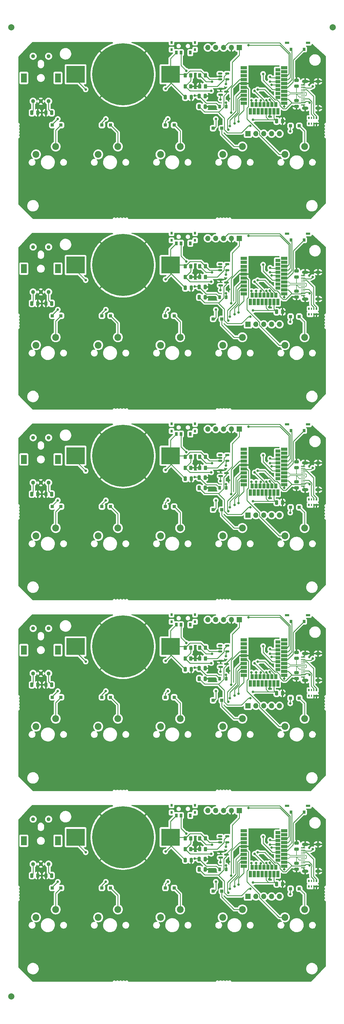
<source format=gbr>
%TF.GenerationSoftware,KiCad,Pcbnew,7.0.5*%
%TF.CreationDate,2023-06-14T21:03:38-05:00*%
%TF.ProjectId,MeetupKeebpanel,4d656574-7570-44b6-9565-6270616e656c,rev?*%
%TF.SameCoordinates,Original*%
%TF.FileFunction,Copper,L1,Top*%
%TF.FilePolarity,Positive*%
%FSLAX46Y46*%
G04 Gerber Fmt 4.6, Leading zero omitted, Abs format (unit mm)*
G04 Created by KiCad (PCBNEW 7.0.5) date 2023-06-14 21:03:38*
%MOMM*%
%LPD*%
G01*
G04 APERTURE LIST*
G04 Aperture macros list*
%AMRoundRect*
0 Rectangle with rounded corners*
0 $1 Rounding radius*
0 $2 $3 $4 $5 $6 $7 $8 $9 X,Y pos of 4 corners*
0 Add a 4 corners polygon primitive as box body*
4,1,4,$2,$3,$4,$5,$6,$7,$8,$9,$2,$3,0*
0 Add four circle primitives for the rounded corners*
1,1,$1+$1,$2,$3*
1,1,$1+$1,$4,$5*
1,1,$1+$1,$6,$7*
1,1,$1+$1,$8,$9*
0 Add four rect primitives between the rounded corners*
20,1,$1+$1,$2,$3,$4,$5,0*
20,1,$1+$1,$4,$5,$6,$7,0*
20,1,$1+$1,$6,$7,$8,$9,0*
20,1,$1+$1,$8,$9,$2,$3,0*%
G04 Aperture macros list end*
%TA.AperFunction,SMDPad,CuDef*%
%ADD10RoundRect,0.250000X-0.300000X-0.300000X0.300000X-0.300000X0.300000X0.300000X-0.300000X0.300000X0*%
%TD*%
%TA.AperFunction,ComponentPad*%
%ADD11C,2.200000*%
%TD*%
%TA.AperFunction,SMDPad,CuDef*%
%ADD12C,2.000000*%
%TD*%
%TA.AperFunction,ComponentPad*%
%ADD13R,1.700000X1.700000*%
%TD*%
%TA.AperFunction,ComponentPad*%
%ADD14O,1.700000X1.700000*%
%TD*%
%TA.AperFunction,SMDPad,CuDef*%
%ADD15RoundRect,0.250000X0.250000X0.475000X-0.250000X0.475000X-0.250000X-0.475000X0.250000X-0.475000X0*%
%TD*%
%TA.AperFunction,SMDPad,CuDef*%
%ADD16RoundRect,0.250000X-0.250000X-0.475000X0.250000X-0.475000X0.250000X0.475000X-0.250000X0.475000X0*%
%TD*%
%TA.AperFunction,SMDPad,CuDef*%
%ADD17R,1.450000X0.800000*%
%TD*%
%TA.AperFunction,SMDPad,CuDef*%
%ADD18R,0.900000X1.000000*%
%TD*%
%TA.AperFunction,ComponentPad*%
%ADD19R,1.900000X3.000000*%
%TD*%
%TA.AperFunction,ComponentPad*%
%ADD20C,1.300000*%
%TD*%
%TA.AperFunction,SMDPad,CuDef*%
%ADD21R,1.400000X0.250000*%
%TD*%
%TA.AperFunction,ComponentPad*%
%ADD22O,2.100000X1.000000*%
%TD*%
%TA.AperFunction,ComponentPad*%
%ADD23O,1.800000X1.000000*%
%TD*%
%TA.AperFunction,SMDPad,CuDef*%
%ADD24RoundRect,0.250000X-0.262500X-0.450000X0.262500X-0.450000X0.262500X0.450000X-0.262500X0.450000X0*%
%TD*%
%TA.AperFunction,SMDPad,CuDef*%
%ADD25RoundRect,0.150000X-0.512500X-0.150000X0.512500X-0.150000X0.512500X0.150000X-0.512500X0.150000X0*%
%TD*%
%TA.AperFunction,SMDPad,CuDef*%
%ADD26R,0.500000X0.800000*%
%TD*%
%TA.AperFunction,SMDPad,CuDef*%
%ADD27R,0.400000X0.800000*%
%TD*%
%TA.AperFunction,SMDPad,CuDef*%
%ADD28R,2.000000X1.000000*%
%TD*%
%TA.AperFunction,SMDPad,CuDef*%
%ADD29R,1.000000X2.000000*%
%TD*%
%TA.AperFunction,SMDPad,CuDef*%
%ADD30R,1.000000X1.500000*%
%TD*%
%TA.AperFunction,SMDPad,CuDef*%
%ADD31R,1.500000X1.000000*%
%TD*%
%TA.AperFunction,SMDPad,CuDef*%
%ADD32R,0.900000X1.250000*%
%TD*%
%TA.AperFunction,SMDPad,CuDef*%
%ADD33R,0.800000X0.900000*%
%TD*%
%TA.AperFunction,SMDPad,CuDef*%
%ADD34RoundRect,0.150000X-0.587500X-0.150000X0.587500X-0.150000X0.587500X0.150000X-0.587500X0.150000X0*%
%TD*%
%TA.AperFunction,SMDPad,CuDef*%
%ADD35RoundRect,0.250000X0.475000X-0.250000X0.475000X0.250000X-0.475000X0.250000X-0.475000X-0.250000X0*%
%TD*%
%TA.AperFunction,SMDPad,CuDef*%
%ADD36RoundRect,0.250000X-0.475000X0.250000X-0.475000X-0.250000X0.475000X-0.250000X0.475000X0.250000X0*%
%TD*%
%TA.AperFunction,SMDPad,CuDef*%
%ADD37R,6.000000X5.500000*%
%TD*%
%TA.AperFunction,SMDPad,CuDef*%
%ADD38C,20.000000*%
%TD*%
%TA.AperFunction,SMDPad,CuDef*%
%ADD39RoundRect,0.218750X-0.218750X-0.381250X0.218750X-0.381250X0.218750X0.381250X-0.218750X0.381250X0*%
%TD*%
%TA.AperFunction,ViaPad*%
%ADD40C,0.800000*%
%TD*%
%TA.AperFunction,Conductor*%
%ADD41C,0.250000*%
%TD*%
%TA.AperFunction,Conductor*%
%ADD42C,0.200000*%
%TD*%
G04 APERTURE END LIST*
D10*
%TO.P,D6,1,K*%
%TO.N,Board_2-/R1*%
X146362500Y-177000000D03*
%TO.P,D6,2,A*%
%TO.N,Board_2-Net-(D6-A)*%
X149162500Y-177000000D03*
%TD*%
D11*
%TO.P,SW6,1,1*%
%TO.N,Board_4-Net-(D5-A)*%
X131035000Y-306920000D03*
%TO.P,SW6,2,2*%
%TO.N,Board_4-/C2*%
X124685000Y-309460000D03*
%TD*%
%TO.P,SW6,1,1*%
%TO.N,Board_3-Net-(D5-A)*%
X131035000Y-245420000D03*
%TO.P,SW6,2,2*%
%TO.N,Board_3-/C2*%
X124685000Y-247960000D03*
%TD*%
D12*
%TO.P,REF\u002A\u002A,*%
%TO.N,*%
X96625000Y-22500000D03*
%TD*%
D11*
%TO.P,SW10,1,1*%
%TO.N,Board_2-Net-(D9-A)*%
X171175000Y-183920000D03*
%TO.P,SW10,2,2*%
%TO.N,Board_2-/C4*%
X164825000Y-186460000D03*
%TD*%
D13*
%TO.P,J1,1,Pin_1*%
%TO.N,Board_2-Net-(J1-Pin_1)*%
X173005000Y-179750000D03*
D14*
%TO.P,J1,2,Pin_2*%
%TO.N,Board_2-Net-(J1-Pin_2)*%
X175545000Y-179750000D03*
%TO.P,J1,3,Pin_3*%
%TO.N,Board_2-Net-(J1-Pin_3)*%
X178085000Y-179750000D03*
%TO.P,J1,4,Pin_4*%
%TO.N,Board_2-Net-(J1-Pin_4)*%
X180625000Y-179750000D03*
%TO.P,J1,5,Pin_5*%
%TO.N,Board_2-Net-(J1-Pin_5)*%
X183165000Y-179750000D03*
%TD*%
D15*
%TO.P,C10,1*%
%TO.N,Board_1-VSS*%
X105162500Y-111500000D03*
%TO.P,C10,2*%
%TO.N,Board_1-/RotaryB*%
X103262500Y-111500000D03*
%TD*%
D11*
%TO.P,SW7,1,1*%
%TO.N,Board_3-Net-(D6-A)*%
X151105000Y-245420000D03*
%TO.P,SW7,2,2*%
%TO.N,Board_3-/C3*%
X144755000Y-247960000D03*
%TD*%
D16*
%TO.P,C7,1*%
%TO.N,Board_1-Net-(Power1-B)*%
X157262500Y-106180000D03*
%TO.P,C7,2*%
%TO.N,Board_1-VSS*%
X159162500Y-106180000D03*
%TD*%
D11*
%TO.P,SW13,1,1*%
%TO.N,Board_1-Net-(D12-A)*%
X191245000Y-122420000D03*
%TO.P,SW13,2,2*%
%TO.N,Board_1-/C5*%
X184895000Y-124960000D03*
%TD*%
D17*
%TO.P,SW1,*%
%TO.N,*%
X192350000Y-27500000D03*
X185600000Y-27500000D03*
D18*
%TO.P,SW1,1,A*%
%TO.N,Board_0-Net-(SW1-A)*%
X191075000Y-29550000D03*
%TO.P,SW1,2,B*%
%TO.N,Board_0-Net-(SW1-B)*%
X186875000Y-29550000D03*
%TD*%
D19*
%TO.P,SW2,*%
%TO.N,*%
X100662500Y-161800000D03*
X111662500Y-161800000D03*
D20*
%TO.P,SW2,A,A*%
%TO.N,Board_2-/RotaryB*%
X103662500Y-169300000D03*
%TO.P,SW2,B,B*%
%TO.N,Board_2-/RotaryA*%
X108662500Y-169300000D03*
%TO.P,SW2,C,C*%
%TO.N,Board_2-VSS*%
X106162500Y-169300000D03*
%TO.P,SW2,S1,S1*%
%TO.N,Board_2-/RotaryS1*%
X103662500Y-154800000D03*
%TO.P,SW2,S2,S2*%
%TO.N,Board_2-/RotaryS2*%
X108662500Y-154800000D03*
%TD*%
D11*
%TO.P,SW10,1,1*%
%TO.N,Board_0-Net-(D9-A)*%
X171175000Y-60920000D03*
%TO.P,SW10,2,2*%
%TO.N,Board_0-/C4*%
X164825000Y-63460000D03*
%TD*%
D21*
%TO.P,P1,A1,GND*%
%TO.N,Board_2-VSS*%
X190737500Y-170575000D03*
%TO.P,P1,A4,VBUS*%
%TO.N,Board_2-VBUS*%
X190737500Y-169775000D03*
%TO.P,P1,A5,CC*%
%TO.N,Board_2-Net-(P1-CC)*%
X190737500Y-168500000D03*
%TO.P,P1,A6,D+*%
%TO.N,Board_2-D+*%
X190737500Y-167500000D03*
%TO.P,P1,A7,D-*%
%TO.N,Board_2-D-*%
X190737500Y-167000000D03*
%TO.P,P1,A8,SBU1*%
%TO.N,Board_2-unconnected-(P1-SBU1-PadA8)*%
X190737500Y-169000000D03*
%TO.P,P1,A9,VBUS*%
%TO.N,Board_2-VBUS*%
X190737500Y-164725000D03*
%TO.P,P1,A12,GND*%
%TO.N,Board_2-VSS*%
X190737500Y-163925000D03*
%TO.P,P1,B1,GND*%
X190737500Y-164175000D03*
%TO.P,P1,B4,VBUS*%
%TO.N,Board_2-VBUS*%
X190737500Y-164975000D03*
%TO.P,P1,B5,VCONN*%
%TO.N,Board_2-Net-(P1-VCONN)*%
X190737500Y-165500000D03*
%TO.P,P1,B6,D+*%
%TO.N,Board_2-D+*%
X190737500Y-166500000D03*
%TO.P,P1,B7,D-*%
%TO.N,Board_2-D-*%
X190737500Y-168000000D03*
%TO.P,P1,B8,SBU2*%
%TO.N,Board_2-unconnected-(P1-SBU2-PadB8)*%
X190737500Y-166000000D03*
%TO.P,P1,B9,VBUS*%
%TO.N,Board_2-VBUS*%
X190737500Y-169525000D03*
%TO.P,P1,B12,GND*%
%TO.N,Board_2-VSS*%
X190737500Y-170325000D03*
D22*
%TO.P,P1,S1,SHIELD*%
X191437500Y-171570000D03*
D23*
X195587500Y-171570000D03*
D22*
X191437500Y-162930000D03*
D23*
X195587500Y-162930000D03*
%TD*%
D16*
%TO.P,C8,1*%
%TO.N,Board_4-VCC*%
X157262500Y-294000000D03*
%TO.P,C8,2*%
%TO.N,Board_4-VSS*%
X159162500Y-294000000D03*
%TD*%
D24*
%TO.P,C5,1*%
%TO.N,Board_4-VDDA*%
X152750000Y-284000000D03*
%TO.P,C5,2*%
%TO.N,Board_4-VBat*%
X154575000Y-284000000D03*
%TD*%
D11*
%TO.P,SW7,1,1*%
%TO.N,Board_1-Net-(D6-A)*%
X151105000Y-122420000D03*
%TO.P,SW7,2,2*%
%TO.N,Board_1-/C3*%
X144755000Y-124960000D03*
%TD*%
D17*
%TO.P,SW1,*%
%TO.N,*%
X192350000Y-150500000D03*
X185600000Y-150500000D03*
D18*
%TO.P,SW1,1,A*%
%TO.N,Board_2-Net-(SW1-A)*%
X191075000Y-152550000D03*
%TO.P,SW1,2,B*%
%TO.N,Board_2-Net-(SW1-B)*%
X186875000Y-152550000D03*
%TD*%
D11*
%TO.P,SW5,1,1*%
%TO.N,Board_3-Net-(D4-A)*%
X110965000Y-245420000D03*
%TO.P,SW5,2,2*%
%TO.N,Board_3-/C1*%
X104615000Y-247960000D03*
%TD*%
D13*
%TO.P,J2,1,Pin_1*%
%TO.N,Board_1-VCC*%
X170205000Y-90500000D03*
D14*
%TO.P,J2,2,Pin_2*%
%TO.N,Board_1-VSS*%
X167665000Y-90500000D03*
%TO.P,J2,3,Pin_3*%
%TO.N,Board_1-SWDIO*%
X165125000Y-90500000D03*
%TO.P,J2,4,Pin_4*%
%TO.N,Board_1-SWD*%
X162585000Y-90500000D03*
%TO.P,J2,5,Pin_5*%
%TO.N,Board_1-RST*%
X160045000Y-90500000D03*
%TD*%
D25*
%TO.P,U2,1,Chrg*%
%TO.N,Board_4-unconnected-(U2-Chrg-Pad1)*%
X164025000Y-283350000D03*
%TO.P,U2,2,Gnd*%
%TO.N,Board_4-VSS*%
X164025000Y-284300000D03*
%TO.P,U2,3,Bat*%
%TO.N,Board_4-VDDA*%
X164025000Y-285250000D03*
%TO.P,U2,4,VCC*%
%TO.N,Board_4-VBUS*%
X166300000Y-285250000D03*
%TO.P,U2,5,PROG*%
%TO.N,Board_4-Net-(U2-PROG)*%
X166300000Y-283350000D03*
%TD*%
D13*
%TO.P,J2,1,Pin_1*%
%TO.N,Board_4-VCC*%
X170205000Y-275000000D03*
D14*
%TO.P,J2,2,Pin_2*%
%TO.N,Board_4-VSS*%
X167665000Y-275000000D03*
%TO.P,J2,3,Pin_3*%
%TO.N,Board_4-SWDIO*%
X165125000Y-275000000D03*
%TO.P,J2,4,Pin_4*%
%TO.N,Board_4-SWD*%
X162585000Y-275000000D03*
%TO.P,J2,5,Pin_5*%
%TO.N,Board_4-RST*%
X160045000Y-275000000D03*
%TD*%
D16*
%TO.P,C4,1*%
%TO.N,Board_0-VDDA*%
X152762500Y-45000000D03*
%TO.P,C4,2*%
%TO.N,Board_0-VSS*%
X154662500Y-45000000D03*
%TD*%
D15*
%TO.P,C10,1*%
%TO.N,Board_2-VSS*%
X105162500Y-173000000D03*
%TO.P,C10,2*%
%TO.N,Board_2-/RotaryB*%
X103262500Y-173000000D03*
%TD*%
D26*
%TO.P,RN1,1,R1.1*%
%TO.N,Board_0-unconnected-(RN1-R1.1-Pad1)*%
X192675000Y-53500000D03*
D27*
%TO.P,RN1,2,R2.1*%
%TO.N,Board_0-unconnected-(RN1-R2.1-Pad2)*%
X193475000Y-53500000D03*
%TO.P,RN1,3,R3.1*%
%TO.N,Board_0-VSS*%
X194275000Y-53500000D03*
D26*
%TO.P,RN1,4,R4.1*%
X195075000Y-53500000D03*
%TO.P,RN1,5,R4.2*%
%TO.N,Board_0-Net-(P1-VCONN)*%
X195075000Y-51700000D03*
D27*
%TO.P,RN1,6,R3.2*%
%TO.N,Board_0-Net-(P1-CC)*%
X194275000Y-51700000D03*
%TO.P,RN1,7,R2.2*%
%TO.N,Board_0-unconnected-(RN1-R2.2-Pad7)*%
X193475000Y-51700000D03*
D26*
%TO.P,RN1,8,R1.2*%
%TO.N,Board_0-unconnected-(RN1-R1.2-Pad8)*%
X192675000Y-51700000D03*
%TD*%
D12*
%TO.P,REF\u002A\u002A,*%
%TO.N,*%
X200375000Y-22500000D03*
%TD*%
D13*
%TO.P,J1,1,Pin_1*%
%TO.N,Board_4-Net-(J1-Pin_1)*%
X173005000Y-302750000D03*
D14*
%TO.P,J1,2,Pin_2*%
%TO.N,Board_4-Net-(J1-Pin_2)*%
X175545000Y-302750000D03*
%TO.P,J1,3,Pin_3*%
%TO.N,Board_4-Net-(J1-Pin_3)*%
X178085000Y-302750000D03*
%TO.P,J1,4,Pin_4*%
%TO.N,Board_4-Net-(J1-Pin_4)*%
X180625000Y-302750000D03*
%TO.P,J1,5,Pin_5*%
%TO.N,Board_4-Net-(J1-Pin_5)*%
X183165000Y-302750000D03*
%TD*%
D10*
%TO.P,D4,1,K*%
%TO.N,Board_3-/R1*%
X109862500Y-238500000D03*
%TO.P,D4,2,A*%
%TO.N,Board_3-Net-(D4-A)*%
X112662500Y-238500000D03*
%TD*%
D19*
%TO.P,SW2,*%
%TO.N,*%
X100662500Y-38800000D03*
X111662500Y-38800000D03*
D20*
%TO.P,SW2,A,A*%
%TO.N,Board_0-/RotaryB*%
X103662500Y-46300000D03*
%TO.P,SW2,B,B*%
%TO.N,Board_0-/RotaryA*%
X108662500Y-46300000D03*
%TO.P,SW2,C,C*%
%TO.N,Board_0-VSS*%
X106162500Y-46300000D03*
%TO.P,SW2,S1,S1*%
%TO.N,Board_0-/RotaryS1*%
X103662500Y-31800000D03*
%TO.P,SW2,S2,S2*%
%TO.N,Board_0-/RotaryS2*%
X108662500Y-31800000D03*
%TD*%
D24*
%TO.P,R2,1*%
%TO.N,Board_0-VBUS*%
X157450000Y-38000000D03*
%TO.P,R2,2*%
%TO.N,Board_0-VDDA*%
X159275000Y-38000000D03*
%TD*%
D11*
%TO.P,SW5,1,1*%
%TO.N,Board_2-Net-(D4-A)*%
X110965000Y-183920000D03*
%TO.P,SW5,2,2*%
%TO.N,Board_2-/C1*%
X104615000Y-186460000D03*
%TD*%
D15*
%TO.P,C10,1*%
%TO.N,Board_3-VSS*%
X105162500Y-234500000D03*
%TO.P,C10,2*%
%TO.N,Board_3-/RotaryB*%
X103262500Y-234500000D03*
%TD*%
D16*
%TO.P,C4,1*%
%TO.N,Board_2-VDDA*%
X152762500Y-168000000D03*
%TO.P,C4,2*%
%TO.N,Board_2-VSS*%
X154662500Y-168000000D03*
%TD*%
D28*
%TO.P,U1,1,P1.11*%
%TO.N,Board_0-unconnected-(U1-P1.11-Pad1)*%
X171662500Y-35510000D03*
%TO.P,U1,2,P1.10*%
%TO.N,Board_0-unconnected-(U1-P1.10-Pad2)*%
X171662500Y-36780000D03*
%TO.P,U1,3,P0.03*%
%TO.N,Board_0-unconnected-(U1-P0.03-Pad3)*%
X171662500Y-38060000D03*
%TO.P,U1,4,P0.28/A4*%
%TO.N,Board_0-/R1*%
X171662500Y-39320000D03*
%TO.P,U1,5,GND*%
%TO.N,Board_0-VSS*%
X171662500Y-40590000D03*
%TO.P,U1,6,P1.13*%
%TO.N,Board_0-/C5*%
X171662500Y-41860000D03*
%TO.P,U1,7,P0.02/A0*%
%TO.N,Board_0-/C4*%
X171662500Y-43130000D03*
%TO.P,U1,8,P0.29/A5*%
%TO.N,Board_0-/C3*%
X171662500Y-44400000D03*
%TO.P,U1,9,P0.31/A7*%
%TO.N,Board_0-/C2*%
X171662500Y-45670000D03*
%TO.P,U1,10,P0.30/A6*%
%TO.N,Board_0-/C1*%
X171662500Y-46940000D03*
D29*
%TO.P,U1,11,P0.0/X1*%
%TO.N,Board_0-unconnected-(U1-P0.0{slash}X1-Pad11)*%
X173712500Y-49530000D03*
D30*
%TO.P,U1,12,P0.26*%
%TO.N,Board_0-Net-(J1-Pin_1)*%
X174332500Y-47340000D03*
D29*
%TO.P,U1,13,P0.1/X2*%
%TO.N,Board_0-unconnected-(U1-P0.1{slash}X2-Pad13)*%
X174982500Y-49530000D03*
D30*
%TO.P,U1,14,P0.06*%
%TO.N,Board_0-Net-(J1-Pin_2)*%
X175602500Y-47340000D03*
D29*
%TO.P,U1,15,P0.5/A3*%
%TO.N,Board_0-unconnected-(U1-P0.5{slash}A3-Pad15)*%
X176252500Y-49530000D03*
D30*
%TO.P,U1,16,P0.08*%
%TO.N,Board_0-Net-(J1-Pin_3)*%
X176872500Y-47340000D03*
D29*
%TO.P,U1,17,P1.09*%
%TO.N,Board_0-/SK6812*%
X177522500Y-49530000D03*
D30*
%TO.P,U1,18,P0.04/A2*%
%TO.N,Board_0-VBat*%
X178142500Y-47340000D03*
D29*
%TO.P,U1,19,VDD*%
%TO.N,Board_0-VCC*%
X178792500Y-49530000D03*
D30*
%TO.P,U1,20,P0.12*%
%TO.N,Board_0-Net-(J1-Pin_4)*%
X179412500Y-47340000D03*
D29*
%TO.P,U1,21,GND*%
%TO.N,Board_0-VSS*%
X180062500Y-49530000D03*
D30*
%TO.P,U1,22,P0.07*%
%TO.N,Board_0-Net-(J1-Pin_5)*%
X180682500Y-47340000D03*
D29*
%TO.P,U1,23,VDDH*%
%TO.N,Board_0-VCC*%
X181332500Y-49530000D03*
D30*
%TO.P,U1,24,GND*%
%TO.N,Board_0-VSS*%
X181952500Y-47340000D03*
D29*
%TO.P,U1,25,DCH*%
%TO.N,Board_0-unconnected-(U1-DCH-Pad25)*%
X182602500Y-49530000D03*
D28*
%TO.P,U1,26,RST*%
%TO.N,Board_0-RST*%
X184662500Y-46940000D03*
%TO.P,U1,27,VBUS*%
%TO.N,Board_0-VBUS*%
X184662500Y-45670000D03*
D31*
%TO.P,U1,28,P0.15*%
%TO.N,Board_0-/SDA*%
X182652500Y-45040000D03*
D28*
%TO.P,U1,29,D-*%
%TO.N,Board_0-D-*%
X184662500Y-44400000D03*
D31*
%TO.P,U1,30,P0.17*%
%TO.N,Board_0-/SCL*%
X182652500Y-43770000D03*
D28*
%TO.P,U1,31,D+*%
%TO.N,Board_0-D+*%
X184662500Y-43130000D03*
D31*
%TO.P,U1,32,P0.20*%
%TO.N,Board_0-/RotaryS2*%
X182652500Y-42500000D03*
D28*
%TO.P,U1,33,P0.13*%
%TO.N,Board_0-Net-(SW1-A)*%
X184662500Y-41860000D03*
D31*
%TO.P,U1,34,P0.22*%
%TO.N,Board_0-/RotaryB*%
X182652500Y-41230000D03*
D28*
%TO.P,U1,35,P0.24*%
%TO.N,Board_0-Net-(SW1-B)*%
X184662500Y-40590000D03*
D31*
%TO.P,U1,36,P1.0*%
%TO.N,Board_0-/RotaryA*%
X182652500Y-39960000D03*
D28*
%TO.P,U1,37,SWDIO*%
%TO.N,Board_0-SWDIO*%
X184662500Y-39320000D03*
D31*
%TO.P,U1,38,P1.02*%
%TO.N,Board_0-/RotaryS1*%
X182652500Y-38690000D03*
D28*
%TO.P,U1,39,SWD*%
%TO.N,Board_0-SWD*%
X184662500Y-38050000D03*
D31*
%TO.P,U1,40,P1.04*%
%TO.N,Board_0-unconnected-(U1-P1.04-Pad40)*%
X182652500Y-37420000D03*
D28*
%TO.P,U1,41,NFC1*%
%TO.N,Board_0-unconnected-(U1-NFC1-Pad41)*%
X184662500Y-36780000D03*
D31*
%TO.P,U1,42,P1.06*%
%TO.N,Board_0-unconnected-(U1-P1.06-Pad42)*%
X182652500Y-36150000D03*
D28*
%TO.P,U1,43,NFC2*%
%TO.N,Board_0-unconnected-(U1-NFC2-Pad43)*%
X184662500Y-35510000D03*
%TD*%
D10*
%TO.P,D12,1,K*%
%TO.N,Board_0-/R1*%
X186725000Y-54250000D03*
%TO.P,D12,2,A*%
%TO.N,Board_0-Net-(D12-A)*%
X189525000Y-54250000D03*
%TD*%
D13*
%TO.P,J2,1,Pin_1*%
%TO.N,Board_2-VCC*%
X170205000Y-152000000D03*
D14*
%TO.P,J2,2,Pin_2*%
%TO.N,Board_2-VSS*%
X167665000Y-152000000D03*
%TO.P,J2,3,Pin_3*%
%TO.N,Board_2-SWDIO*%
X165125000Y-152000000D03*
%TO.P,J2,4,Pin_4*%
%TO.N,Board_2-SWD*%
X162585000Y-152000000D03*
%TO.P,J2,5,Pin_5*%
%TO.N,Board_2-RST*%
X160045000Y-152000000D03*
%TD*%
D32*
%TO.P,Power1,1,A*%
%TO.N,Board_0-VDDA*%
X149870000Y-30625000D03*
%TO.P,Power1,2,B*%
%TO.N,Board_0-Net-(Power1-B)*%
X151370000Y-30625000D03*
%TO.P,Power1,3,C*%
%TO.N,Board_0-unconnected-(Power1-C-Pad3)*%
X154370000Y-30625000D03*
D33*
%TO.P,Power1,4*%
%TO.N,N/C*%
X148320000Y-27350000D03*
X148320000Y-29650000D03*
X155920000Y-27350000D03*
X155930000Y-29650000D03*
%TD*%
D15*
%TO.P,C9,1*%
%TO.N,Board_0-/RotaryA*%
X109662500Y-50000000D03*
%TO.P,C9,2*%
%TO.N,Board_0-VSS*%
X107762500Y-50000000D03*
%TD*%
D19*
%TO.P,SW2,*%
%TO.N,*%
X100662500Y-223300000D03*
X111662500Y-223300000D03*
D20*
%TO.P,SW2,A,A*%
%TO.N,Board_3-/RotaryB*%
X103662500Y-230800000D03*
%TO.P,SW2,B,B*%
%TO.N,Board_3-/RotaryA*%
X108662500Y-230800000D03*
%TO.P,SW2,C,C*%
%TO.N,Board_3-VSS*%
X106162500Y-230800000D03*
%TO.P,SW2,S1,S1*%
%TO.N,Board_3-/RotaryS1*%
X103662500Y-216300000D03*
%TO.P,SW2,S2,S2*%
%TO.N,Board_3-/RotaryS2*%
X108662500Y-216300000D03*
%TD*%
D11*
%TO.P,SW7,1,1*%
%TO.N,Board_4-Net-(D6-A)*%
X151105000Y-306920000D03*
%TO.P,SW7,2,2*%
%TO.N,Board_4-/C3*%
X144755000Y-309460000D03*
%TD*%
D16*
%TO.P,C7,1*%
%TO.N,Board_4-Net-(Power1-B)*%
X157262500Y-290680000D03*
%TO.P,C7,2*%
%TO.N,Board_4-VSS*%
X159162500Y-290680000D03*
%TD*%
%TO.P,C3,1*%
%TO.N,Board_4-VCC*%
X182225000Y-298700000D03*
%TO.P,C3,2*%
%TO.N,Board_4-VSS*%
X184125000Y-298700000D03*
%TD*%
D10*
%TO.P,D4,1,K*%
%TO.N,Board_0-/R1*%
X109862500Y-54000000D03*
%TO.P,D4,2,A*%
%TO.N,Board_0-Net-(D4-A)*%
X112662500Y-54000000D03*
%TD*%
D17*
%TO.P,SW1,*%
%TO.N,*%
X192350000Y-89000000D03*
X185600000Y-89000000D03*
D18*
%TO.P,SW1,1,A*%
%TO.N,Board_1-Net-(SW1-A)*%
X191075000Y-91050000D03*
%TO.P,SW1,2,B*%
%TO.N,Board_1-Net-(SW1-B)*%
X186875000Y-91050000D03*
%TD*%
D32*
%TO.P,Power1,1,A*%
%TO.N,Board_3-VDDA*%
X149870000Y-215125000D03*
%TO.P,Power1,2,B*%
%TO.N,Board_3-Net-(Power1-B)*%
X151370000Y-215125000D03*
%TO.P,Power1,3,C*%
%TO.N,Board_3-unconnected-(Power1-C-Pad3)*%
X154370000Y-215125000D03*
D33*
%TO.P,Power1,4*%
%TO.N,N/C*%
X148320000Y-211850000D03*
X148320000Y-214150000D03*
X155920000Y-211850000D03*
X155930000Y-214150000D03*
%TD*%
D17*
%TO.P,SW1,*%
%TO.N,*%
X192350000Y-273500000D03*
X185600000Y-273500000D03*
D18*
%TO.P,SW1,1,A*%
%TO.N,Board_4-Net-(SW1-A)*%
X191075000Y-275550000D03*
%TO.P,SW1,2,B*%
%TO.N,Board_4-Net-(SW1-B)*%
X186875000Y-275550000D03*
%TD*%
D34*
%TO.P,U3,1,VSS*%
%TO.N,Board_3-VSS*%
X164187500Y-226800000D03*
%TO.P,U3,2,LX*%
%TO.N,Board_3-Net-(U3-LX)*%
X164187500Y-228700000D03*
%TO.P,U3,3,VOUT*%
%TO.N,Board_3-VCC*%
X166062500Y-227750000D03*
%TD*%
D10*
%TO.P,D12,1,K*%
%TO.N,Board_2-/R1*%
X186725000Y-177250000D03*
%TO.P,D12,2,A*%
%TO.N,Board_2-Net-(D12-A)*%
X189525000Y-177250000D03*
%TD*%
D25*
%TO.P,U2,1,Chrg*%
%TO.N,Board_2-unconnected-(U2-Chrg-Pad1)*%
X164025000Y-160350000D03*
%TO.P,U2,2,Gnd*%
%TO.N,Board_2-VSS*%
X164025000Y-161300000D03*
%TO.P,U2,3,Bat*%
%TO.N,Board_2-VDDA*%
X164025000Y-162250000D03*
%TO.P,U2,4,VCC*%
%TO.N,Board_2-VBUS*%
X166300000Y-162250000D03*
%TO.P,U2,5,PROG*%
%TO.N,Board_2-Net-(U2-PROG)*%
X166300000Y-160350000D03*
%TD*%
D10*
%TO.P,D5,1,K*%
%TO.N,Board_4-/R1*%
X125862500Y-300000000D03*
%TO.P,D5,2,A*%
%TO.N,Board_4-Net-(D5-A)*%
X128662500Y-300000000D03*
%TD*%
D24*
%TO.P,C6,1*%
%TO.N,Board_1-VBat*%
X152750000Y-103000000D03*
%TO.P,C6,2*%
%TO.N,Board_1-VSS*%
X154575000Y-103000000D03*
%TD*%
D35*
%TO.P,C1,1*%
%TO.N,Board_3-D+*%
X188625000Y-225950000D03*
%TO.P,C1,2*%
%TO.N,Board_3-VSS*%
X188625000Y-224050000D03*
%TD*%
D26*
%TO.P,RN1,1,R1.1*%
%TO.N,Board_3-unconnected-(RN1-R1.1-Pad1)*%
X192675000Y-238000000D03*
D27*
%TO.P,RN1,2,R2.1*%
%TO.N,Board_3-unconnected-(RN1-R2.1-Pad2)*%
X193475000Y-238000000D03*
%TO.P,RN1,3,R3.1*%
%TO.N,Board_3-VSS*%
X194275000Y-238000000D03*
D26*
%TO.P,RN1,4,R4.1*%
X195075000Y-238000000D03*
%TO.P,RN1,5,R4.2*%
%TO.N,Board_3-Net-(P1-VCONN)*%
X195075000Y-236200000D03*
D27*
%TO.P,RN1,6,R3.2*%
%TO.N,Board_3-Net-(P1-CC)*%
X194275000Y-236200000D03*
%TO.P,RN1,7,R2.2*%
%TO.N,Board_3-unconnected-(RN1-R2.2-Pad7)*%
X193475000Y-236200000D03*
D26*
%TO.P,RN1,8,R1.2*%
%TO.N,Board_3-unconnected-(RN1-R1.2-Pad8)*%
X192675000Y-236200000D03*
%TD*%
D34*
%TO.P,U3,1,VSS*%
%TO.N,Board_2-VSS*%
X164187500Y-165300000D03*
%TO.P,U3,2,LX*%
%TO.N,Board_2-Net-(U3-LX)*%
X164187500Y-167200000D03*
%TO.P,U3,3,VOUT*%
%TO.N,Board_2-VCC*%
X166062500Y-166250000D03*
%TD*%
D10*
%TO.P,D6,1,K*%
%TO.N,Board_0-/R1*%
X146362500Y-54000000D03*
%TO.P,D6,2,A*%
%TO.N,Board_0-Net-(D6-A)*%
X149162500Y-54000000D03*
%TD*%
%TO.P,D5,1,K*%
%TO.N,Board_2-/R1*%
X125862500Y-177000000D03*
%TO.P,D5,2,A*%
%TO.N,Board_2-Net-(D5-A)*%
X128662500Y-177000000D03*
%TD*%
D16*
%TO.P,C4,1*%
%TO.N,Board_1-VDDA*%
X152762500Y-106500000D03*
%TO.P,C4,2*%
%TO.N,Board_1-VSS*%
X154662500Y-106500000D03*
%TD*%
D10*
%TO.P,D6,1,K*%
%TO.N,Board_4-/R1*%
X146362500Y-300000000D03*
%TO.P,D6,2,A*%
%TO.N,Board_4-Net-(D6-A)*%
X149162500Y-300000000D03*
%TD*%
D11*
%TO.P,SW5,1,1*%
%TO.N,Board_0-Net-(D4-A)*%
X110965000Y-60920000D03*
%TO.P,SW5,2,2*%
%TO.N,Board_0-/C1*%
X104615000Y-63460000D03*
%TD*%
D13*
%TO.P,J1,1,Pin_1*%
%TO.N,Board_1-Net-(J1-Pin_1)*%
X173005000Y-118250000D03*
D14*
%TO.P,J1,2,Pin_2*%
%TO.N,Board_1-Net-(J1-Pin_2)*%
X175545000Y-118250000D03*
%TO.P,J1,3,Pin_3*%
%TO.N,Board_1-Net-(J1-Pin_3)*%
X178085000Y-118250000D03*
%TO.P,J1,4,Pin_4*%
%TO.N,Board_1-Net-(J1-Pin_4)*%
X180625000Y-118250000D03*
%TO.P,J1,5,Pin_5*%
%TO.N,Board_1-Net-(J1-Pin_5)*%
X183165000Y-118250000D03*
%TD*%
D24*
%TO.P,C5,1*%
%TO.N,Board_2-VDDA*%
X152750000Y-161000000D03*
%TO.P,C5,2*%
%TO.N,Board_2-VBat*%
X154575000Y-161000000D03*
%TD*%
%TO.P,C6,1*%
%TO.N,Board_2-VBat*%
X152750000Y-164500000D03*
%TO.P,C6,2*%
%TO.N,Board_2-VSS*%
X154575000Y-164500000D03*
%TD*%
D10*
%TO.P,D12,1,K*%
%TO.N,Board_1-/R1*%
X186725000Y-115750000D03*
%TO.P,D12,2,A*%
%TO.N,Board_1-Net-(D12-A)*%
X189525000Y-115750000D03*
%TD*%
D13*
%TO.P,J2,1,Pin_1*%
%TO.N,Board_3-VCC*%
X170205000Y-213500000D03*
D14*
%TO.P,J2,2,Pin_2*%
%TO.N,Board_3-VSS*%
X167665000Y-213500000D03*
%TO.P,J2,3,Pin_3*%
%TO.N,Board_3-SWDIO*%
X165125000Y-213500000D03*
%TO.P,J2,4,Pin_4*%
%TO.N,Board_3-SWD*%
X162585000Y-213500000D03*
%TO.P,J2,5,Pin_5*%
%TO.N,Board_3-RST*%
X160045000Y-213500000D03*
%TD*%
D32*
%TO.P,Power1,1,A*%
%TO.N,Board_2-VDDA*%
X149870000Y-153625000D03*
%TO.P,Power1,2,B*%
%TO.N,Board_2-Net-(Power1-B)*%
X151370000Y-153625000D03*
%TO.P,Power1,3,C*%
%TO.N,Board_2-unconnected-(Power1-C-Pad3)*%
X154370000Y-153625000D03*
D33*
%TO.P,Power1,4*%
%TO.N,N/C*%
X148320000Y-150350000D03*
X148320000Y-152650000D03*
X155920000Y-150350000D03*
X155930000Y-152650000D03*
%TD*%
D19*
%TO.P,SW2,*%
%TO.N,*%
X100662500Y-284800000D03*
X111662500Y-284800000D03*
D20*
%TO.P,SW2,A,A*%
%TO.N,Board_4-/RotaryB*%
X103662500Y-292300000D03*
%TO.P,SW2,B,B*%
%TO.N,Board_4-/RotaryA*%
X108662500Y-292300000D03*
%TO.P,SW2,C,C*%
%TO.N,Board_4-VSS*%
X106162500Y-292300000D03*
%TO.P,SW2,S1,S1*%
%TO.N,Board_4-/RotaryS1*%
X103662500Y-277800000D03*
%TO.P,SW2,S2,S2*%
%TO.N,Board_4-/RotaryS2*%
X108662500Y-277800000D03*
%TD*%
D11*
%TO.P,SW13,1,1*%
%TO.N,Board_3-Net-(D12-A)*%
X191245000Y-245420000D03*
%TO.P,SW13,2,2*%
%TO.N,Board_3-/C5*%
X184895000Y-247960000D03*
%TD*%
D36*
%TO.P,C2,1*%
%TO.N,Board_1-D-*%
X188625000Y-107550000D03*
%TO.P,C2,2*%
%TO.N,Board_1-VSS*%
X188625000Y-109450000D03*
%TD*%
D24*
%TO.P,R2,1*%
%TO.N,Board_3-VBUS*%
X157450000Y-222500000D03*
%TO.P,R2,2*%
%TO.N,Board_3-VDDA*%
X159275000Y-222500000D03*
%TD*%
D16*
%TO.P,C7,1*%
%TO.N,Board_3-Net-(Power1-B)*%
X157262500Y-229180000D03*
%TO.P,C7,2*%
%TO.N,Board_3-VSS*%
X159162500Y-229180000D03*
%TD*%
D35*
%TO.P,C1,1*%
%TO.N,Board_4-D+*%
X188625000Y-287450000D03*
%TO.P,C1,2*%
%TO.N,Board_4-VSS*%
X188625000Y-285550000D03*
%TD*%
D24*
%TO.P,R3,1*%
%TO.N,Board_0-VSS*%
X157450000Y-41500000D03*
%TO.P,R3,2*%
%TO.N,Board_0-Net-(U2-PROG)*%
X159275000Y-41500000D03*
%TD*%
D10*
%TO.P,D5,1,K*%
%TO.N,Board_0-/R1*%
X125862500Y-54000000D03*
%TO.P,D5,2,A*%
%TO.N,Board_0-Net-(D5-A)*%
X128662500Y-54000000D03*
%TD*%
D15*
%TO.P,C9,1*%
%TO.N,Board_4-/RotaryA*%
X109662500Y-296000000D03*
%TO.P,C9,2*%
%TO.N,Board_4-VSS*%
X107762500Y-296000000D03*
%TD*%
D10*
%TO.P,D4,1,K*%
%TO.N,Board_2-/R1*%
X109862500Y-177000000D03*
%TO.P,D4,2,A*%
%TO.N,Board_2-Net-(D4-A)*%
X112662500Y-177000000D03*
%TD*%
D24*
%TO.P,C6,1*%
%TO.N,Board_4-VBat*%
X152750000Y-287500000D03*
%TO.P,C6,2*%
%TO.N,Board_4-VSS*%
X154575000Y-287500000D03*
%TD*%
D34*
%TO.P,U3,1,VSS*%
%TO.N,Board_4-VSS*%
X164187500Y-288300000D03*
%TO.P,U3,2,LX*%
%TO.N,Board_4-Net-(U3-LX)*%
X164187500Y-290200000D03*
%TO.P,U3,3,VOUT*%
%TO.N,Board_4-VCC*%
X166062500Y-289250000D03*
%TD*%
D24*
%TO.P,C5,1*%
%TO.N,Board_0-VDDA*%
X152750000Y-38000000D03*
%TO.P,C5,2*%
%TO.N,Board_0-VBat*%
X154575000Y-38000000D03*
%TD*%
%TO.P,R3,1*%
%TO.N,Board_3-VSS*%
X157450000Y-226000000D03*
%TO.P,R3,2*%
%TO.N,Board_3-Net-(U2-PROG)*%
X159275000Y-226000000D03*
%TD*%
D37*
%TO.P,BT1,1,+*%
%TO.N,Board_1-VDDA*%
X147975000Y-99125000D03*
X117375000Y-99125000D03*
D38*
%TO.P,BT1,2,-*%
%TO.N,Board_1-VSS*%
X132675000Y-99125000D03*
%TD*%
D10*
%TO.P,D4,1,K*%
%TO.N,Board_1-/R1*%
X109862500Y-115500000D03*
%TO.P,D4,2,A*%
%TO.N,Board_1-Net-(D4-A)*%
X112662500Y-115500000D03*
%TD*%
D11*
%TO.P,SW6,1,1*%
%TO.N,Board_1-Net-(D5-A)*%
X131035000Y-122420000D03*
%TO.P,SW6,2,2*%
%TO.N,Board_1-/C2*%
X124685000Y-124960000D03*
%TD*%
D24*
%TO.P,C5,1*%
%TO.N,Board_1-VDDA*%
X152750000Y-99500000D03*
%TO.P,C5,2*%
%TO.N,Board_1-VBat*%
X154575000Y-99500000D03*
%TD*%
D28*
%TO.P,U1,1,P1.11*%
%TO.N,Board_4-unconnected-(U1-P1.11-Pad1)*%
X171662500Y-281510000D03*
%TO.P,U1,2,P1.10*%
%TO.N,Board_4-unconnected-(U1-P1.10-Pad2)*%
X171662500Y-282780000D03*
%TO.P,U1,3,P0.03*%
%TO.N,Board_4-unconnected-(U1-P0.03-Pad3)*%
X171662500Y-284060000D03*
%TO.P,U1,4,P0.28/A4*%
%TO.N,Board_4-/R1*%
X171662500Y-285320000D03*
%TO.P,U1,5,GND*%
%TO.N,Board_4-VSS*%
X171662500Y-286590000D03*
%TO.P,U1,6,P1.13*%
%TO.N,Board_4-/C5*%
X171662500Y-287860000D03*
%TO.P,U1,7,P0.02/A0*%
%TO.N,Board_4-/C4*%
X171662500Y-289130000D03*
%TO.P,U1,8,P0.29/A5*%
%TO.N,Board_4-/C3*%
X171662500Y-290400000D03*
%TO.P,U1,9,P0.31/A7*%
%TO.N,Board_4-/C2*%
X171662500Y-291670000D03*
%TO.P,U1,10,P0.30/A6*%
%TO.N,Board_4-/C1*%
X171662500Y-292940000D03*
D29*
%TO.P,U1,11,P0.0/X1*%
%TO.N,Board_4-unconnected-(U1-P0.0{slash}X1-Pad11)*%
X173712500Y-295530000D03*
D30*
%TO.P,U1,12,P0.26*%
%TO.N,Board_4-Net-(J1-Pin_1)*%
X174332500Y-293340000D03*
D29*
%TO.P,U1,13,P0.1/X2*%
%TO.N,Board_4-unconnected-(U1-P0.1{slash}X2-Pad13)*%
X174982500Y-295530000D03*
D30*
%TO.P,U1,14,P0.06*%
%TO.N,Board_4-Net-(J1-Pin_2)*%
X175602500Y-293340000D03*
D29*
%TO.P,U1,15,P0.5/A3*%
%TO.N,Board_4-unconnected-(U1-P0.5{slash}A3-Pad15)*%
X176252500Y-295530000D03*
D30*
%TO.P,U1,16,P0.08*%
%TO.N,Board_4-Net-(J1-Pin_3)*%
X176872500Y-293340000D03*
D29*
%TO.P,U1,17,P1.09*%
%TO.N,Board_4-/SK6812*%
X177522500Y-295530000D03*
D30*
%TO.P,U1,18,P0.04/A2*%
%TO.N,Board_4-VBat*%
X178142500Y-293340000D03*
D29*
%TO.P,U1,19,VDD*%
%TO.N,Board_4-VCC*%
X178792500Y-295530000D03*
D30*
%TO.P,U1,20,P0.12*%
%TO.N,Board_4-Net-(J1-Pin_4)*%
X179412500Y-293340000D03*
D29*
%TO.P,U1,21,GND*%
%TO.N,Board_4-VSS*%
X180062500Y-295530000D03*
D30*
%TO.P,U1,22,P0.07*%
%TO.N,Board_4-Net-(J1-Pin_5)*%
X180682500Y-293340000D03*
D29*
%TO.P,U1,23,VDDH*%
%TO.N,Board_4-VCC*%
X181332500Y-295530000D03*
D30*
%TO.P,U1,24,GND*%
%TO.N,Board_4-VSS*%
X181952500Y-293340000D03*
D29*
%TO.P,U1,25,DCH*%
%TO.N,Board_4-unconnected-(U1-DCH-Pad25)*%
X182602500Y-295530000D03*
D28*
%TO.P,U1,26,RST*%
%TO.N,Board_4-RST*%
X184662500Y-292940000D03*
%TO.P,U1,27,VBUS*%
%TO.N,Board_4-VBUS*%
X184662500Y-291670000D03*
D31*
%TO.P,U1,28,P0.15*%
%TO.N,Board_4-/SDA*%
X182652500Y-291040000D03*
D28*
%TO.P,U1,29,D-*%
%TO.N,Board_4-D-*%
X184662500Y-290400000D03*
D31*
%TO.P,U1,30,P0.17*%
%TO.N,Board_4-/SCL*%
X182652500Y-289770000D03*
D28*
%TO.P,U1,31,D+*%
%TO.N,Board_4-D+*%
X184662500Y-289130000D03*
D31*
%TO.P,U1,32,P0.20*%
%TO.N,Board_4-/RotaryS2*%
X182652500Y-288500000D03*
D28*
%TO.P,U1,33,P0.13*%
%TO.N,Board_4-Net-(SW1-A)*%
X184662500Y-287860000D03*
D31*
%TO.P,U1,34,P0.22*%
%TO.N,Board_4-/RotaryB*%
X182652500Y-287230000D03*
D28*
%TO.P,U1,35,P0.24*%
%TO.N,Board_4-Net-(SW1-B)*%
X184662500Y-286590000D03*
D31*
%TO.P,U1,36,P1.0*%
%TO.N,Board_4-/RotaryA*%
X182652500Y-285960000D03*
D28*
%TO.P,U1,37,SWDIO*%
%TO.N,Board_4-SWDIO*%
X184662500Y-285320000D03*
D31*
%TO.P,U1,38,P1.02*%
%TO.N,Board_4-/RotaryS1*%
X182652500Y-284690000D03*
D28*
%TO.P,U1,39,SWD*%
%TO.N,Board_4-SWD*%
X184662500Y-284050000D03*
D31*
%TO.P,U1,40,P1.04*%
%TO.N,Board_4-unconnected-(U1-P1.04-Pad40)*%
X182652500Y-283420000D03*
D28*
%TO.P,U1,41,NFC1*%
%TO.N,Board_4-unconnected-(U1-NFC1-Pad41)*%
X184662500Y-282780000D03*
D31*
%TO.P,U1,42,P1.06*%
%TO.N,Board_4-unconnected-(U1-P1.06-Pad42)*%
X182652500Y-282150000D03*
D28*
%TO.P,U1,43,NFC2*%
%TO.N,Board_4-unconnected-(U1-NFC2-Pad43)*%
X184662500Y-281510000D03*
%TD*%
D11*
%TO.P,SW7,1,1*%
%TO.N,Board_2-Net-(D6-A)*%
X151105000Y-183920000D03*
%TO.P,SW7,2,2*%
%TO.N,Board_2-/C3*%
X144755000Y-186460000D03*
%TD*%
D15*
%TO.P,C10,1*%
%TO.N,Board_4-VSS*%
X105162500Y-296000000D03*
%TO.P,C10,2*%
%TO.N,Board_4-/RotaryB*%
X103262500Y-296000000D03*
%TD*%
%TO.P,C10,1*%
%TO.N,Board_0-VSS*%
X105162500Y-50000000D03*
%TO.P,C10,2*%
%TO.N,Board_0-/RotaryB*%
X103262500Y-50000000D03*
%TD*%
D16*
%TO.P,C3,1*%
%TO.N,Board_1-VCC*%
X182225000Y-114200000D03*
%TO.P,C3,2*%
%TO.N,Board_1-VSS*%
X184125000Y-114200000D03*
%TD*%
D37*
%TO.P,BT1,1,+*%
%TO.N,Board_0-VDDA*%
X147975000Y-37625000D03*
X117375000Y-37625000D03*
D38*
%TO.P,BT1,2,-*%
%TO.N,Board_0-VSS*%
X132675000Y-37625000D03*
%TD*%
D10*
%TO.P,D5,1,K*%
%TO.N,Board_1-/R1*%
X125862500Y-115500000D03*
%TO.P,D5,2,A*%
%TO.N,Board_1-Net-(D5-A)*%
X128662500Y-115500000D03*
%TD*%
D35*
%TO.P,C1,1*%
%TO.N,Board_1-D+*%
X188625000Y-102950000D03*
%TO.P,C1,2*%
%TO.N,Board_1-VSS*%
X188625000Y-101050000D03*
%TD*%
D32*
%TO.P,Power1,1,A*%
%TO.N,Board_4-VDDA*%
X149870000Y-276625000D03*
%TO.P,Power1,2,B*%
%TO.N,Board_4-Net-(Power1-B)*%
X151370000Y-276625000D03*
%TO.P,Power1,3,C*%
%TO.N,Board_4-unconnected-(Power1-C-Pad3)*%
X154370000Y-276625000D03*
D33*
%TO.P,Power1,4*%
%TO.N,N/C*%
X148320000Y-273350000D03*
X148320000Y-275650000D03*
X155920000Y-273350000D03*
X155930000Y-275650000D03*
%TD*%
D24*
%TO.P,C6,1*%
%TO.N,Board_3-VBat*%
X152750000Y-226000000D03*
%TO.P,C6,2*%
%TO.N,Board_3-VSS*%
X154575000Y-226000000D03*
%TD*%
%TO.P,C6,1*%
%TO.N,Board_0-VBat*%
X152750000Y-41500000D03*
%TO.P,C6,2*%
%TO.N,Board_0-VSS*%
X154575000Y-41500000D03*
%TD*%
D11*
%TO.P,SW10,1,1*%
%TO.N,Board_1-Net-(D9-A)*%
X171175000Y-122420000D03*
%TO.P,SW10,2,2*%
%TO.N,Board_1-/C4*%
X164825000Y-124960000D03*
%TD*%
%TO.P,SW6,1,1*%
%TO.N,Board_0-Net-(D5-A)*%
X131035000Y-60920000D03*
%TO.P,SW6,2,2*%
%TO.N,Board_0-/C2*%
X124685000Y-63460000D03*
%TD*%
D21*
%TO.P,P1,A1,GND*%
%TO.N,Board_3-VSS*%
X190737500Y-232075000D03*
%TO.P,P1,A4,VBUS*%
%TO.N,Board_3-VBUS*%
X190737500Y-231275000D03*
%TO.P,P1,A5,CC*%
%TO.N,Board_3-Net-(P1-CC)*%
X190737500Y-230000000D03*
%TO.P,P1,A6,D+*%
%TO.N,Board_3-D+*%
X190737500Y-229000000D03*
%TO.P,P1,A7,D-*%
%TO.N,Board_3-D-*%
X190737500Y-228500000D03*
%TO.P,P1,A8,SBU1*%
%TO.N,Board_3-unconnected-(P1-SBU1-PadA8)*%
X190737500Y-230500000D03*
%TO.P,P1,A9,VBUS*%
%TO.N,Board_3-VBUS*%
X190737500Y-226225000D03*
%TO.P,P1,A12,GND*%
%TO.N,Board_3-VSS*%
X190737500Y-225425000D03*
%TO.P,P1,B1,GND*%
X190737500Y-225675000D03*
%TO.P,P1,B4,VBUS*%
%TO.N,Board_3-VBUS*%
X190737500Y-226475000D03*
%TO.P,P1,B5,VCONN*%
%TO.N,Board_3-Net-(P1-VCONN)*%
X190737500Y-227000000D03*
%TO.P,P1,B6,D+*%
%TO.N,Board_3-D+*%
X190737500Y-228000000D03*
%TO.P,P1,B7,D-*%
%TO.N,Board_3-D-*%
X190737500Y-229500000D03*
%TO.P,P1,B8,SBU2*%
%TO.N,Board_3-unconnected-(P1-SBU2-PadB8)*%
X190737500Y-227500000D03*
%TO.P,P1,B9,VBUS*%
%TO.N,Board_3-VBUS*%
X190737500Y-231025000D03*
%TO.P,P1,B12,GND*%
%TO.N,Board_3-VSS*%
X190737500Y-231825000D03*
D22*
%TO.P,P1,S1,SHIELD*%
X191437500Y-233070000D03*
D23*
X195587500Y-233070000D03*
D22*
X191437500Y-224430000D03*
D23*
X195587500Y-224430000D03*
%TD*%
D36*
%TO.P,C2,1*%
%TO.N,Board_4-D-*%
X188625000Y-292050000D03*
%TO.P,C2,2*%
%TO.N,Board_4-VSS*%
X188625000Y-293950000D03*
%TD*%
D17*
%TO.P,SW1,*%
%TO.N,*%
X192350000Y-212000000D03*
X185600000Y-212000000D03*
D18*
%TO.P,SW1,1,A*%
%TO.N,Board_3-Net-(SW1-A)*%
X191075000Y-214050000D03*
%TO.P,SW1,2,B*%
%TO.N,Board_3-Net-(SW1-B)*%
X186875000Y-214050000D03*
%TD*%
D39*
%TO.P,L1,1*%
%TO.N,Board_3-Net-(Power1-B)*%
X163812500Y-232500000D03*
%TO.P,L1,2*%
%TO.N,Board_3-Net-(U3-LX)*%
X165937500Y-232500000D03*
%TD*%
D10*
%TO.P,D4,1,K*%
%TO.N,Board_4-/R1*%
X109862500Y-300000000D03*
%TO.P,D4,2,A*%
%TO.N,Board_4-Net-(D4-A)*%
X112662500Y-300000000D03*
%TD*%
D25*
%TO.P,U2,1,Chrg*%
%TO.N,Board_3-unconnected-(U2-Chrg-Pad1)*%
X164025000Y-221850000D03*
%TO.P,U2,2,Gnd*%
%TO.N,Board_3-VSS*%
X164025000Y-222800000D03*
%TO.P,U2,3,Bat*%
%TO.N,Board_3-VDDA*%
X164025000Y-223750000D03*
%TO.P,U2,4,VCC*%
%TO.N,Board_3-VBUS*%
X166300000Y-223750000D03*
%TO.P,U2,5,PROG*%
%TO.N,Board_3-Net-(U2-PROG)*%
X166300000Y-221850000D03*
%TD*%
D39*
%TO.P,L1,1*%
%TO.N,Board_0-Net-(Power1-B)*%
X163812500Y-48000000D03*
%TO.P,L1,2*%
%TO.N,Board_0-Net-(U3-LX)*%
X165937500Y-48000000D03*
%TD*%
D24*
%TO.P,R2,1*%
%TO.N,Board_2-VBUS*%
X157450000Y-161000000D03*
%TO.P,R2,2*%
%TO.N,Board_2-VDDA*%
X159275000Y-161000000D03*
%TD*%
D10*
%TO.P,D6,1,K*%
%TO.N,Board_1-/R1*%
X146362500Y-115500000D03*
%TO.P,D6,2,A*%
%TO.N,Board_1-Net-(D6-A)*%
X149162500Y-115500000D03*
%TD*%
D16*
%TO.P,C3,1*%
%TO.N,Board_2-VCC*%
X182225000Y-175700000D03*
%TO.P,C3,2*%
%TO.N,Board_2-VSS*%
X184125000Y-175700000D03*
%TD*%
D24*
%TO.P,R3,1*%
%TO.N,Board_2-VSS*%
X157450000Y-164500000D03*
%TO.P,R3,2*%
%TO.N,Board_2-Net-(U2-PROG)*%
X159275000Y-164500000D03*
%TD*%
D13*
%TO.P,J1,1,Pin_1*%
%TO.N,Board_3-Net-(J1-Pin_1)*%
X173005000Y-241250000D03*
D14*
%TO.P,J1,2,Pin_2*%
%TO.N,Board_3-Net-(J1-Pin_2)*%
X175545000Y-241250000D03*
%TO.P,J1,3,Pin_3*%
%TO.N,Board_3-Net-(J1-Pin_3)*%
X178085000Y-241250000D03*
%TO.P,J1,4,Pin_4*%
%TO.N,Board_3-Net-(J1-Pin_4)*%
X180625000Y-241250000D03*
%TO.P,J1,5,Pin_5*%
%TO.N,Board_3-Net-(J1-Pin_5)*%
X183165000Y-241250000D03*
%TD*%
D36*
%TO.P,C2,1*%
%TO.N,Board_2-D-*%
X188625000Y-169050000D03*
%TO.P,C2,2*%
%TO.N,Board_2-VSS*%
X188625000Y-170950000D03*
%TD*%
D25*
%TO.P,U2,1,Chrg*%
%TO.N,Board_0-unconnected-(U2-Chrg-Pad1)*%
X164025000Y-37350000D03*
%TO.P,U2,2,Gnd*%
%TO.N,Board_0-VSS*%
X164025000Y-38300000D03*
%TO.P,U2,3,Bat*%
%TO.N,Board_0-VDDA*%
X164025000Y-39250000D03*
%TO.P,U2,4,VCC*%
%TO.N,Board_0-VBUS*%
X166300000Y-39250000D03*
%TO.P,U2,5,PROG*%
%TO.N,Board_0-Net-(U2-PROG)*%
X166300000Y-37350000D03*
%TD*%
D15*
%TO.P,C9,1*%
%TO.N,Board_2-/RotaryA*%
X109662500Y-173000000D03*
%TO.P,C9,2*%
%TO.N,Board_2-VSS*%
X107762500Y-173000000D03*
%TD*%
D24*
%TO.P,R3,1*%
%TO.N,Board_1-VSS*%
X157450000Y-103000000D03*
%TO.P,R3,2*%
%TO.N,Board_1-Net-(U2-PROG)*%
X159275000Y-103000000D03*
%TD*%
D25*
%TO.P,U2,1,Chrg*%
%TO.N,Board_1-unconnected-(U2-Chrg-Pad1)*%
X164025000Y-98850000D03*
%TO.P,U2,2,Gnd*%
%TO.N,Board_1-VSS*%
X164025000Y-99800000D03*
%TO.P,U2,3,Bat*%
%TO.N,Board_1-VDDA*%
X164025000Y-100750000D03*
%TO.P,U2,4,VCC*%
%TO.N,Board_1-VBUS*%
X166300000Y-100750000D03*
%TO.P,U2,5,PROG*%
%TO.N,Board_1-Net-(U2-PROG)*%
X166300000Y-98850000D03*
%TD*%
D11*
%TO.P,SW5,1,1*%
%TO.N,Board_4-Net-(D4-A)*%
X110965000Y-306920000D03*
%TO.P,SW5,2,2*%
%TO.N,Board_4-/C1*%
X104615000Y-309460000D03*
%TD*%
D10*
%TO.P,D12,1,K*%
%TO.N,Board_3-/R1*%
X186725000Y-238750000D03*
%TO.P,D12,2,A*%
%TO.N,Board_3-Net-(D12-A)*%
X189525000Y-238750000D03*
%TD*%
D21*
%TO.P,P1,A1,GND*%
%TO.N,Board_1-VSS*%
X190737500Y-109075000D03*
%TO.P,P1,A4,VBUS*%
%TO.N,Board_1-VBUS*%
X190737500Y-108275000D03*
%TO.P,P1,A5,CC*%
%TO.N,Board_1-Net-(P1-CC)*%
X190737500Y-107000000D03*
%TO.P,P1,A6,D+*%
%TO.N,Board_1-D+*%
X190737500Y-106000000D03*
%TO.P,P1,A7,D-*%
%TO.N,Board_1-D-*%
X190737500Y-105500000D03*
%TO.P,P1,A8,SBU1*%
%TO.N,Board_1-unconnected-(P1-SBU1-PadA8)*%
X190737500Y-107500000D03*
%TO.P,P1,A9,VBUS*%
%TO.N,Board_1-VBUS*%
X190737500Y-103225000D03*
%TO.P,P1,A12,GND*%
%TO.N,Board_1-VSS*%
X190737500Y-102425000D03*
%TO.P,P1,B1,GND*%
X190737500Y-102675000D03*
%TO.P,P1,B4,VBUS*%
%TO.N,Board_1-VBUS*%
X190737500Y-103475000D03*
%TO.P,P1,B5,VCONN*%
%TO.N,Board_1-Net-(P1-VCONN)*%
X190737500Y-104000000D03*
%TO.P,P1,B6,D+*%
%TO.N,Board_1-D+*%
X190737500Y-105000000D03*
%TO.P,P1,B7,D-*%
%TO.N,Board_1-D-*%
X190737500Y-106500000D03*
%TO.P,P1,B8,SBU2*%
%TO.N,Board_1-unconnected-(P1-SBU2-PadB8)*%
X190737500Y-104500000D03*
%TO.P,P1,B9,VBUS*%
%TO.N,Board_1-VBUS*%
X190737500Y-108025000D03*
%TO.P,P1,B12,GND*%
%TO.N,Board_1-VSS*%
X190737500Y-108825000D03*
D22*
%TO.P,P1,S1,SHIELD*%
X191437500Y-110070000D03*
D23*
X195587500Y-110070000D03*
D22*
X191437500Y-101430000D03*
D23*
X195587500Y-101430000D03*
%TD*%
D11*
%TO.P,SW10,1,1*%
%TO.N,Board_4-Net-(D9-A)*%
X171175000Y-306920000D03*
%TO.P,SW10,2,2*%
%TO.N,Board_4-/C4*%
X164825000Y-309460000D03*
%TD*%
D24*
%TO.P,C5,1*%
%TO.N,Board_3-VDDA*%
X152750000Y-222500000D03*
%TO.P,C5,2*%
%TO.N,Board_3-VBat*%
X154575000Y-222500000D03*
%TD*%
D10*
%TO.P,D5,1,K*%
%TO.N,Board_3-/R1*%
X125862500Y-238500000D03*
%TO.P,D5,2,A*%
%TO.N,Board_3-Net-(D5-A)*%
X128662500Y-238500000D03*
%TD*%
%TO.P,D9,1,K*%
%TO.N,Board_2-/R1*%
X161725000Y-178000000D03*
%TO.P,D9,2,A*%
%TO.N,Board_2-Net-(D9-A)*%
X164525000Y-178000000D03*
%TD*%
D16*
%TO.P,C8,1*%
%TO.N,Board_0-VCC*%
X157262500Y-48000000D03*
%TO.P,C8,2*%
%TO.N,Board_0-VSS*%
X159162500Y-48000000D03*
%TD*%
%TO.P,C3,1*%
%TO.N,Board_3-VCC*%
X182225000Y-237200000D03*
%TO.P,C3,2*%
%TO.N,Board_3-VSS*%
X184125000Y-237200000D03*
%TD*%
D13*
%TO.P,J2,1,Pin_1*%
%TO.N,Board_0-VCC*%
X170205000Y-29000000D03*
D14*
%TO.P,J2,2,Pin_2*%
%TO.N,Board_0-VSS*%
X167665000Y-29000000D03*
%TO.P,J2,3,Pin_3*%
%TO.N,Board_0-SWDIO*%
X165125000Y-29000000D03*
%TO.P,J2,4,Pin_4*%
%TO.N,Board_0-SWD*%
X162585000Y-29000000D03*
%TO.P,J2,5,Pin_5*%
%TO.N,Board_0-RST*%
X160045000Y-29000000D03*
%TD*%
D21*
%TO.P,P1,A1,GND*%
%TO.N,Board_0-VSS*%
X190737500Y-47575000D03*
%TO.P,P1,A4,VBUS*%
%TO.N,Board_0-VBUS*%
X190737500Y-46775000D03*
%TO.P,P1,A5,CC*%
%TO.N,Board_0-Net-(P1-CC)*%
X190737500Y-45500000D03*
%TO.P,P1,A6,D+*%
%TO.N,Board_0-D+*%
X190737500Y-44500000D03*
%TO.P,P1,A7,D-*%
%TO.N,Board_0-D-*%
X190737500Y-44000000D03*
%TO.P,P1,A8,SBU1*%
%TO.N,Board_0-unconnected-(P1-SBU1-PadA8)*%
X190737500Y-46000000D03*
%TO.P,P1,A9,VBUS*%
%TO.N,Board_0-VBUS*%
X190737500Y-41725000D03*
%TO.P,P1,A12,GND*%
%TO.N,Board_0-VSS*%
X190737500Y-40925000D03*
%TO.P,P1,B1,GND*%
X190737500Y-41175000D03*
%TO.P,P1,B4,VBUS*%
%TO.N,Board_0-VBUS*%
X190737500Y-41975000D03*
%TO.P,P1,B5,VCONN*%
%TO.N,Board_0-Net-(P1-VCONN)*%
X190737500Y-42500000D03*
%TO.P,P1,B6,D+*%
%TO.N,Board_0-D+*%
X190737500Y-43500000D03*
%TO.P,P1,B7,D-*%
%TO.N,Board_0-D-*%
X190737500Y-45000000D03*
%TO.P,P1,B8,SBU2*%
%TO.N,Board_0-unconnected-(P1-SBU2-PadB8)*%
X190737500Y-43000000D03*
%TO.P,P1,B9,VBUS*%
%TO.N,Board_0-VBUS*%
X190737500Y-46525000D03*
%TO.P,P1,B12,GND*%
%TO.N,Board_0-VSS*%
X190737500Y-47325000D03*
D22*
%TO.P,P1,S1,SHIELD*%
X191437500Y-48570000D03*
D23*
X195587500Y-48570000D03*
D22*
X191437500Y-39930000D03*
D23*
X195587500Y-39930000D03*
%TD*%
D36*
%TO.P,C2,1*%
%TO.N,Board_0-D-*%
X188625000Y-46050000D03*
%TO.P,C2,2*%
%TO.N,Board_0-VSS*%
X188625000Y-47950000D03*
%TD*%
D13*
%TO.P,J1,1,Pin_1*%
%TO.N,Board_0-Net-(J1-Pin_1)*%
X173005000Y-56750000D03*
D14*
%TO.P,J1,2,Pin_2*%
%TO.N,Board_0-Net-(J1-Pin_2)*%
X175545000Y-56750000D03*
%TO.P,J1,3,Pin_3*%
%TO.N,Board_0-Net-(J1-Pin_3)*%
X178085000Y-56750000D03*
%TO.P,J1,4,Pin_4*%
%TO.N,Board_0-Net-(J1-Pin_4)*%
X180625000Y-56750000D03*
%TO.P,J1,5,Pin_5*%
%TO.N,Board_0-Net-(J1-Pin_5)*%
X183165000Y-56750000D03*
%TD*%
D10*
%TO.P,D9,1,K*%
%TO.N,Board_4-/R1*%
X161725000Y-301000000D03*
%TO.P,D9,2,A*%
%TO.N,Board_4-Net-(D9-A)*%
X164525000Y-301000000D03*
%TD*%
%TO.P,D12,1,K*%
%TO.N,Board_4-/R1*%
X186725000Y-300250000D03*
%TO.P,D12,2,A*%
%TO.N,Board_4-Net-(D12-A)*%
X189525000Y-300250000D03*
%TD*%
D26*
%TO.P,RN1,1,R1.1*%
%TO.N,Board_4-unconnected-(RN1-R1.1-Pad1)*%
X192675000Y-299500000D03*
D27*
%TO.P,RN1,2,R2.1*%
%TO.N,Board_4-unconnected-(RN1-R2.1-Pad2)*%
X193475000Y-299500000D03*
%TO.P,RN1,3,R3.1*%
%TO.N,Board_4-VSS*%
X194275000Y-299500000D03*
D26*
%TO.P,RN1,4,R4.1*%
X195075000Y-299500000D03*
%TO.P,RN1,5,R4.2*%
%TO.N,Board_4-Net-(P1-VCONN)*%
X195075000Y-297700000D03*
D27*
%TO.P,RN1,6,R3.2*%
%TO.N,Board_4-Net-(P1-CC)*%
X194275000Y-297700000D03*
%TO.P,RN1,7,R2.2*%
%TO.N,Board_4-unconnected-(RN1-R2.2-Pad7)*%
X193475000Y-297700000D03*
D26*
%TO.P,RN1,8,R1.2*%
%TO.N,Board_4-unconnected-(RN1-R1.2-Pad8)*%
X192675000Y-297700000D03*
%TD*%
%TO.P,RN1,1,R1.1*%
%TO.N,Board_1-unconnected-(RN1-R1.1-Pad1)*%
X192675000Y-115000000D03*
D27*
%TO.P,RN1,2,R2.1*%
%TO.N,Board_1-unconnected-(RN1-R2.1-Pad2)*%
X193475000Y-115000000D03*
%TO.P,RN1,3,R3.1*%
%TO.N,Board_1-VSS*%
X194275000Y-115000000D03*
D26*
%TO.P,RN1,4,R4.1*%
X195075000Y-115000000D03*
%TO.P,RN1,5,R4.2*%
%TO.N,Board_1-Net-(P1-VCONN)*%
X195075000Y-113200000D03*
D27*
%TO.P,RN1,6,R3.2*%
%TO.N,Board_1-Net-(P1-CC)*%
X194275000Y-113200000D03*
%TO.P,RN1,7,R2.2*%
%TO.N,Board_1-unconnected-(RN1-R2.2-Pad7)*%
X193475000Y-113200000D03*
D26*
%TO.P,RN1,8,R1.2*%
%TO.N,Board_1-unconnected-(RN1-R1.2-Pad8)*%
X192675000Y-113200000D03*
%TD*%
D19*
%TO.P,SW2,*%
%TO.N,*%
X100662500Y-100300000D03*
X111662500Y-100300000D03*
D20*
%TO.P,SW2,A,A*%
%TO.N,Board_1-/RotaryB*%
X103662500Y-107800000D03*
%TO.P,SW2,B,B*%
%TO.N,Board_1-/RotaryA*%
X108662500Y-107800000D03*
%TO.P,SW2,C,C*%
%TO.N,Board_1-VSS*%
X106162500Y-107800000D03*
%TO.P,SW2,S1,S1*%
%TO.N,Board_1-/RotaryS1*%
X103662500Y-93300000D03*
%TO.P,SW2,S2,S2*%
%TO.N,Board_1-/RotaryS2*%
X108662500Y-93300000D03*
%TD*%
D35*
%TO.P,C1,1*%
%TO.N,Board_2-D+*%
X188625000Y-164450000D03*
%TO.P,C1,2*%
%TO.N,Board_2-VSS*%
X188625000Y-162550000D03*
%TD*%
D11*
%TO.P,SW13,1,1*%
%TO.N,Board_0-Net-(D12-A)*%
X191245000Y-60920000D03*
%TO.P,SW13,2,2*%
%TO.N,Board_0-/C5*%
X184895000Y-63460000D03*
%TD*%
D37*
%TO.P,BT1,1,+*%
%TO.N,Board_3-VDDA*%
X147975000Y-222125000D03*
X117375000Y-222125000D03*
D38*
%TO.P,BT1,2,-*%
%TO.N,Board_3-VSS*%
X132675000Y-222125000D03*
%TD*%
D39*
%TO.P,L1,1*%
%TO.N,Board_2-Net-(Power1-B)*%
X163812500Y-171000000D03*
%TO.P,L1,2*%
%TO.N,Board_2-Net-(U3-LX)*%
X165937500Y-171000000D03*
%TD*%
D24*
%TO.P,R2,1*%
%TO.N,Board_4-VBUS*%
X157450000Y-284000000D03*
%TO.P,R2,2*%
%TO.N,Board_4-VDDA*%
X159275000Y-284000000D03*
%TD*%
D37*
%TO.P,BT1,1,+*%
%TO.N,Board_2-VDDA*%
X147975000Y-160625000D03*
X117375000Y-160625000D03*
D38*
%TO.P,BT1,2,-*%
%TO.N,Board_2-VSS*%
X132675000Y-160625000D03*
%TD*%
D36*
%TO.P,C2,1*%
%TO.N,Board_3-D-*%
X188625000Y-230550000D03*
%TO.P,C2,2*%
%TO.N,Board_3-VSS*%
X188625000Y-232450000D03*
%TD*%
D16*
%TO.P,C3,1*%
%TO.N,Board_0-VCC*%
X182225000Y-52700000D03*
%TO.P,C3,2*%
%TO.N,Board_0-VSS*%
X184125000Y-52700000D03*
%TD*%
D28*
%TO.P,U1,1,P1.11*%
%TO.N,Board_1-unconnected-(U1-P1.11-Pad1)*%
X171662500Y-97010000D03*
%TO.P,U1,2,P1.10*%
%TO.N,Board_1-unconnected-(U1-P1.10-Pad2)*%
X171662500Y-98280000D03*
%TO.P,U1,3,P0.03*%
%TO.N,Board_1-unconnected-(U1-P0.03-Pad3)*%
X171662500Y-99560000D03*
%TO.P,U1,4,P0.28/A4*%
%TO.N,Board_1-/R1*%
X171662500Y-100820000D03*
%TO.P,U1,5,GND*%
%TO.N,Board_1-VSS*%
X171662500Y-102090000D03*
%TO.P,U1,6,P1.13*%
%TO.N,Board_1-/C5*%
X171662500Y-103360000D03*
%TO.P,U1,7,P0.02/A0*%
%TO.N,Board_1-/C4*%
X171662500Y-104630000D03*
%TO.P,U1,8,P0.29/A5*%
%TO.N,Board_1-/C3*%
X171662500Y-105900000D03*
%TO.P,U1,9,P0.31/A7*%
%TO.N,Board_1-/C2*%
X171662500Y-107170000D03*
%TO.P,U1,10,P0.30/A6*%
%TO.N,Board_1-/C1*%
X171662500Y-108440000D03*
D29*
%TO.P,U1,11,P0.0/X1*%
%TO.N,Board_1-unconnected-(U1-P0.0{slash}X1-Pad11)*%
X173712500Y-111030000D03*
D30*
%TO.P,U1,12,P0.26*%
%TO.N,Board_1-Net-(J1-Pin_1)*%
X174332500Y-108840000D03*
D29*
%TO.P,U1,13,P0.1/X2*%
%TO.N,Board_1-unconnected-(U1-P0.1{slash}X2-Pad13)*%
X174982500Y-111030000D03*
D30*
%TO.P,U1,14,P0.06*%
%TO.N,Board_1-Net-(J1-Pin_2)*%
X175602500Y-108840000D03*
D29*
%TO.P,U1,15,P0.5/A3*%
%TO.N,Board_1-unconnected-(U1-P0.5{slash}A3-Pad15)*%
X176252500Y-111030000D03*
D30*
%TO.P,U1,16,P0.08*%
%TO.N,Board_1-Net-(J1-Pin_3)*%
X176872500Y-108840000D03*
D29*
%TO.P,U1,17,P1.09*%
%TO.N,Board_1-/SK6812*%
X177522500Y-111030000D03*
D30*
%TO.P,U1,18,P0.04/A2*%
%TO.N,Board_1-VBat*%
X178142500Y-108840000D03*
D29*
%TO.P,U1,19,VDD*%
%TO.N,Board_1-VCC*%
X178792500Y-111030000D03*
D30*
%TO.P,U1,20,P0.12*%
%TO.N,Board_1-Net-(J1-Pin_4)*%
X179412500Y-108840000D03*
D29*
%TO.P,U1,21,GND*%
%TO.N,Board_1-VSS*%
X180062500Y-111030000D03*
D30*
%TO.P,U1,22,P0.07*%
%TO.N,Board_1-Net-(J1-Pin_5)*%
X180682500Y-108840000D03*
D29*
%TO.P,U1,23,VDDH*%
%TO.N,Board_1-VCC*%
X181332500Y-111030000D03*
D30*
%TO.P,U1,24,GND*%
%TO.N,Board_1-VSS*%
X181952500Y-108840000D03*
D29*
%TO.P,U1,25,DCH*%
%TO.N,Board_1-unconnected-(U1-DCH-Pad25)*%
X182602500Y-111030000D03*
D28*
%TO.P,U1,26,RST*%
%TO.N,Board_1-RST*%
X184662500Y-108440000D03*
%TO.P,U1,27,VBUS*%
%TO.N,Board_1-VBUS*%
X184662500Y-107170000D03*
D31*
%TO.P,U1,28,P0.15*%
%TO.N,Board_1-/SDA*%
X182652500Y-106540000D03*
D28*
%TO.P,U1,29,D-*%
%TO.N,Board_1-D-*%
X184662500Y-105900000D03*
D31*
%TO.P,U1,30,P0.17*%
%TO.N,Board_1-/SCL*%
X182652500Y-105270000D03*
D28*
%TO.P,U1,31,D+*%
%TO.N,Board_1-D+*%
X184662500Y-104630000D03*
D31*
%TO.P,U1,32,P0.20*%
%TO.N,Board_1-/RotaryS2*%
X182652500Y-104000000D03*
D28*
%TO.P,U1,33,P0.13*%
%TO.N,Board_1-Net-(SW1-A)*%
X184662500Y-103360000D03*
D31*
%TO.P,U1,34,P0.22*%
%TO.N,Board_1-/RotaryB*%
X182652500Y-102730000D03*
D28*
%TO.P,U1,35,P0.24*%
%TO.N,Board_1-Net-(SW1-B)*%
X184662500Y-102090000D03*
D31*
%TO.P,U1,36,P1.0*%
%TO.N,Board_1-/RotaryA*%
X182652500Y-101460000D03*
D28*
%TO.P,U1,37,SWDIO*%
%TO.N,Board_1-SWDIO*%
X184662500Y-100820000D03*
D31*
%TO.P,U1,38,P1.02*%
%TO.N,Board_1-/RotaryS1*%
X182652500Y-100190000D03*
D28*
%TO.P,U1,39,SWD*%
%TO.N,Board_1-SWD*%
X184662500Y-99550000D03*
D31*
%TO.P,U1,40,P1.04*%
%TO.N,Board_1-unconnected-(U1-P1.04-Pad40)*%
X182652500Y-98920000D03*
D28*
%TO.P,U1,41,NFC1*%
%TO.N,Board_1-unconnected-(U1-NFC1-Pad41)*%
X184662500Y-98280000D03*
D31*
%TO.P,U1,42,P1.06*%
%TO.N,Board_1-unconnected-(U1-P1.06-Pad42)*%
X182652500Y-97650000D03*
D28*
%TO.P,U1,43,NFC2*%
%TO.N,Board_1-unconnected-(U1-NFC2-Pad43)*%
X184662500Y-97010000D03*
%TD*%
D24*
%TO.P,R3,1*%
%TO.N,Board_4-VSS*%
X157450000Y-287500000D03*
%TO.P,R3,2*%
%TO.N,Board_4-Net-(U2-PROG)*%
X159275000Y-287500000D03*
%TD*%
D11*
%TO.P,SW13,1,1*%
%TO.N,Board_2-Net-(D12-A)*%
X191245000Y-183920000D03*
%TO.P,SW13,2,2*%
%TO.N,Board_2-/C5*%
X184895000Y-186460000D03*
%TD*%
D35*
%TO.P,C1,1*%
%TO.N,Board_0-D+*%
X188625000Y-41450000D03*
%TO.P,C1,2*%
%TO.N,Board_0-VSS*%
X188625000Y-39550000D03*
%TD*%
D24*
%TO.P,R2,1*%
%TO.N,Board_1-VBUS*%
X157450000Y-99500000D03*
%TO.P,R2,2*%
%TO.N,Board_1-VDDA*%
X159275000Y-99500000D03*
%TD*%
D39*
%TO.P,L1,1*%
%TO.N,Board_1-Net-(Power1-B)*%
X163812500Y-109500000D03*
%TO.P,L1,2*%
%TO.N,Board_1-Net-(U3-LX)*%
X165937500Y-109500000D03*
%TD*%
D10*
%TO.P,D9,1,K*%
%TO.N,Board_1-/R1*%
X161725000Y-116500000D03*
%TO.P,D9,2,A*%
%TO.N,Board_1-Net-(D9-A)*%
X164525000Y-116500000D03*
%TD*%
D11*
%TO.P,SW6,1,1*%
%TO.N,Board_2-Net-(D5-A)*%
X131035000Y-183920000D03*
%TO.P,SW6,2,2*%
%TO.N,Board_2-/C2*%
X124685000Y-186460000D03*
%TD*%
D28*
%TO.P,U1,1,P1.11*%
%TO.N,Board_2-unconnected-(U1-P1.11-Pad1)*%
X171662500Y-158510000D03*
%TO.P,U1,2,P1.10*%
%TO.N,Board_2-unconnected-(U1-P1.10-Pad2)*%
X171662500Y-159780000D03*
%TO.P,U1,3,P0.03*%
%TO.N,Board_2-unconnected-(U1-P0.03-Pad3)*%
X171662500Y-161060000D03*
%TO.P,U1,4,P0.28/A4*%
%TO.N,Board_2-/R1*%
X171662500Y-162320000D03*
%TO.P,U1,5,GND*%
%TO.N,Board_2-VSS*%
X171662500Y-163590000D03*
%TO.P,U1,6,P1.13*%
%TO.N,Board_2-/C5*%
X171662500Y-164860000D03*
%TO.P,U1,7,P0.02/A0*%
%TO.N,Board_2-/C4*%
X171662500Y-166130000D03*
%TO.P,U1,8,P0.29/A5*%
%TO.N,Board_2-/C3*%
X171662500Y-167400000D03*
%TO.P,U1,9,P0.31/A7*%
%TO.N,Board_2-/C2*%
X171662500Y-168670000D03*
%TO.P,U1,10,P0.30/A6*%
%TO.N,Board_2-/C1*%
X171662500Y-169940000D03*
D29*
%TO.P,U1,11,P0.0/X1*%
%TO.N,Board_2-unconnected-(U1-P0.0{slash}X1-Pad11)*%
X173712500Y-172530000D03*
D30*
%TO.P,U1,12,P0.26*%
%TO.N,Board_2-Net-(J1-Pin_1)*%
X174332500Y-170340000D03*
D29*
%TO.P,U1,13,P0.1/X2*%
%TO.N,Board_2-unconnected-(U1-P0.1{slash}X2-Pad13)*%
X174982500Y-172530000D03*
D30*
%TO.P,U1,14,P0.06*%
%TO.N,Board_2-Net-(J1-Pin_2)*%
X175602500Y-170340000D03*
D29*
%TO.P,U1,15,P0.5/A3*%
%TO.N,Board_2-unconnected-(U1-P0.5{slash}A3-Pad15)*%
X176252500Y-172530000D03*
D30*
%TO.P,U1,16,P0.08*%
%TO.N,Board_2-Net-(J1-Pin_3)*%
X176872500Y-170340000D03*
D29*
%TO.P,U1,17,P1.09*%
%TO.N,Board_2-/SK6812*%
X177522500Y-172530000D03*
D30*
%TO.P,U1,18,P0.04/A2*%
%TO.N,Board_2-VBat*%
X178142500Y-170340000D03*
D29*
%TO.P,U1,19,VDD*%
%TO.N,Board_2-VCC*%
X178792500Y-172530000D03*
D30*
%TO.P,U1,20,P0.12*%
%TO.N,Board_2-Net-(J1-Pin_4)*%
X179412500Y-170340000D03*
D29*
%TO.P,U1,21,GND*%
%TO.N,Board_2-VSS*%
X180062500Y-172530000D03*
D30*
%TO.P,U1,22,P0.07*%
%TO.N,Board_2-Net-(J1-Pin_5)*%
X180682500Y-170340000D03*
D29*
%TO.P,U1,23,VDDH*%
%TO.N,Board_2-VCC*%
X181332500Y-172530000D03*
D30*
%TO.P,U1,24,GND*%
%TO.N,Board_2-VSS*%
X181952500Y-170340000D03*
D29*
%TO.P,U1,25,DCH*%
%TO.N,Board_2-unconnected-(U1-DCH-Pad25)*%
X182602500Y-172530000D03*
D28*
%TO.P,U1,26,RST*%
%TO.N,Board_2-RST*%
X184662500Y-169940000D03*
%TO.P,U1,27,VBUS*%
%TO.N,Board_2-VBUS*%
X184662500Y-168670000D03*
D31*
%TO.P,U1,28,P0.15*%
%TO.N,Board_2-/SDA*%
X182652500Y-168040000D03*
D28*
%TO.P,U1,29,D-*%
%TO.N,Board_2-D-*%
X184662500Y-167400000D03*
D31*
%TO.P,U1,30,P0.17*%
%TO.N,Board_2-/SCL*%
X182652500Y-166770000D03*
D28*
%TO.P,U1,31,D+*%
%TO.N,Board_2-D+*%
X184662500Y-166130000D03*
D31*
%TO.P,U1,32,P0.20*%
%TO.N,Board_2-/RotaryS2*%
X182652500Y-165500000D03*
D28*
%TO.P,U1,33,P0.13*%
%TO.N,Board_2-Net-(SW1-A)*%
X184662500Y-164860000D03*
D31*
%TO.P,U1,34,P0.22*%
%TO.N,Board_2-/RotaryB*%
X182652500Y-164230000D03*
D28*
%TO.P,U1,35,P0.24*%
%TO.N,Board_2-Net-(SW1-B)*%
X184662500Y-163590000D03*
D31*
%TO.P,U1,36,P1.0*%
%TO.N,Board_2-/RotaryA*%
X182652500Y-162960000D03*
D28*
%TO.P,U1,37,SWDIO*%
%TO.N,Board_2-SWDIO*%
X184662500Y-162320000D03*
D31*
%TO.P,U1,38,P1.02*%
%TO.N,Board_2-/RotaryS1*%
X182652500Y-161690000D03*
D28*
%TO.P,U1,39,SWD*%
%TO.N,Board_2-SWD*%
X184662500Y-161050000D03*
D31*
%TO.P,U1,40,P1.04*%
%TO.N,Board_2-unconnected-(U1-P1.04-Pad40)*%
X182652500Y-160420000D03*
D28*
%TO.P,U1,41,NFC1*%
%TO.N,Board_2-unconnected-(U1-NFC1-Pad41)*%
X184662500Y-159780000D03*
D31*
%TO.P,U1,42,P1.06*%
%TO.N,Board_2-unconnected-(U1-P1.06-Pad42)*%
X182652500Y-159150000D03*
D28*
%TO.P,U1,43,NFC2*%
%TO.N,Board_2-unconnected-(U1-NFC2-Pad43)*%
X184662500Y-158510000D03*
%TD*%
D15*
%TO.P,C9,1*%
%TO.N,Board_1-/RotaryA*%
X109662500Y-111500000D03*
%TO.P,C9,2*%
%TO.N,Board_1-VSS*%
X107762500Y-111500000D03*
%TD*%
D11*
%TO.P,SW10,1,1*%
%TO.N,Board_3-Net-(D9-A)*%
X171175000Y-245420000D03*
%TO.P,SW10,2,2*%
%TO.N,Board_3-/C4*%
X164825000Y-247960000D03*
%TD*%
D16*
%TO.P,C7,1*%
%TO.N,Board_0-Net-(Power1-B)*%
X157262500Y-44680000D03*
%TO.P,C7,2*%
%TO.N,Board_0-VSS*%
X159162500Y-44680000D03*
%TD*%
%TO.P,C4,1*%
%TO.N,Board_3-VDDA*%
X152762500Y-229500000D03*
%TO.P,C4,2*%
%TO.N,Board_3-VSS*%
X154662500Y-229500000D03*
%TD*%
%TO.P,C7,1*%
%TO.N,Board_2-Net-(Power1-B)*%
X157262500Y-167680000D03*
%TO.P,C7,2*%
%TO.N,Board_2-VSS*%
X159162500Y-167680000D03*
%TD*%
D10*
%TO.P,D6,1,K*%
%TO.N,Board_3-/R1*%
X146362500Y-238500000D03*
%TO.P,D6,2,A*%
%TO.N,Board_3-Net-(D6-A)*%
X149162500Y-238500000D03*
%TD*%
%TO.P,D9,1,K*%
%TO.N,Board_3-/R1*%
X161725000Y-239500000D03*
%TO.P,D9,2,A*%
%TO.N,Board_3-Net-(D9-A)*%
X164525000Y-239500000D03*
%TD*%
D37*
%TO.P,BT1,1,+*%
%TO.N,Board_4-VDDA*%
X147975000Y-283625000D03*
X117375000Y-283625000D03*
D38*
%TO.P,BT1,2,-*%
%TO.N,Board_4-VSS*%
X132675000Y-283625000D03*
%TD*%
D28*
%TO.P,U1,1,P1.11*%
%TO.N,Board_3-unconnected-(U1-P1.11-Pad1)*%
X171662500Y-220010000D03*
%TO.P,U1,2,P1.10*%
%TO.N,Board_3-unconnected-(U1-P1.10-Pad2)*%
X171662500Y-221280000D03*
%TO.P,U1,3,P0.03*%
%TO.N,Board_3-unconnected-(U1-P0.03-Pad3)*%
X171662500Y-222560000D03*
%TO.P,U1,4,P0.28/A4*%
%TO.N,Board_3-/R1*%
X171662500Y-223820000D03*
%TO.P,U1,5,GND*%
%TO.N,Board_3-VSS*%
X171662500Y-225090000D03*
%TO.P,U1,6,P1.13*%
%TO.N,Board_3-/C5*%
X171662500Y-226360000D03*
%TO.P,U1,7,P0.02/A0*%
%TO.N,Board_3-/C4*%
X171662500Y-227630000D03*
%TO.P,U1,8,P0.29/A5*%
%TO.N,Board_3-/C3*%
X171662500Y-228900000D03*
%TO.P,U1,9,P0.31/A7*%
%TO.N,Board_3-/C2*%
X171662500Y-230170000D03*
%TO.P,U1,10,P0.30/A6*%
%TO.N,Board_3-/C1*%
X171662500Y-231440000D03*
D29*
%TO.P,U1,11,P0.0/X1*%
%TO.N,Board_3-unconnected-(U1-P0.0{slash}X1-Pad11)*%
X173712500Y-234030000D03*
D30*
%TO.P,U1,12,P0.26*%
%TO.N,Board_3-Net-(J1-Pin_1)*%
X174332500Y-231840000D03*
D29*
%TO.P,U1,13,P0.1/X2*%
%TO.N,Board_3-unconnected-(U1-P0.1{slash}X2-Pad13)*%
X174982500Y-234030000D03*
D30*
%TO.P,U1,14,P0.06*%
%TO.N,Board_3-Net-(J1-Pin_2)*%
X175602500Y-231840000D03*
D29*
%TO.P,U1,15,P0.5/A3*%
%TO.N,Board_3-unconnected-(U1-P0.5{slash}A3-Pad15)*%
X176252500Y-234030000D03*
D30*
%TO.P,U1,16,P0.08*%
%TO.N,Board_3-Net-(J1-Pin_3)*%
X176872500Y-231840000D03*
D29*
%TO.P,U1,17,P1.09*%
%TO.N,Board_3-/SK6812*%
X177522500Y-234030000D03*
D30*
%TO.P,U1,18,P0.04/A2*%
%TO.N,Board_3-VBat*%
X178142500Y-231840000D03*
D29*
%TO.P,U1,19,VDD*%
%TO.N,Board_3-VCC*%
X178792500Y-234030000D03*
D30*
%TO.P,U1,20,P0.12*%
%TO.N,Board_3-Net-(J1-Pin_4)*%
X179412500Y-231840000D03*
D29*
%TO.P,U1,21,GND*%
%TO.N,Board_3-VSS*%
X180062500Y-234030000D03*
D30*
%TO.P,U1,22,P0.07*%
%TO.N,Board_3-Net-(J1-Pin_5)*%
X180682500Y-231840000D03*
D29*
%TO.P,U1,23,VDDH*%
%TO.N,Board_3-VCC*%
X181332500Y-234030000D03*
D30*
%TO.P,U1,24,GND*%
%TO.N,Board_3-VSS*%
X181952500Y-231840000D03*
D29*
%TO.P,U1,25,DCH*%
%TO.N,Board_3-unconnected-(U1-DCH-Pad25)*%
X182602500Y-234030000D03*
D28*
%TO.P,U1,26,RST*%
%TO.N,Board_3-RST*%
X184662500Y-231440000D03*
%TO.P,U1,27,VBUS*%
%TO.N,Board_3-VBUS*%
X184662500Y-230170000D03*
D31*
%TO.P,U1,28,P0.15*%
%TO.N,Board_3-/SDA*%
X182652500Y-229540000D03*
D28*
%TO.P,U1,29,D-*%
%TO.N,Board_3-D-*%
X184662500Y-228900000D03*
D31*
%TO.P,U1,30,P0.17*%
%TO.N,Board_3-/SCL*%
X182652500Y-228270000D03*
D28*
%TO.P,U1,31,D+*%
%TO.N,Board_3-D+*%
X184662500Y-227630000D03*
D31*
%TO.P,U1,32,P0.20*%
%TO.N,Board_3-/RotaryS2*%
X182652500Y-227000000D03*
D28*
%TO.P,U1,33,P0.13*%
%TO.N,Board_3-Net-(SW1-A)*%
X184662500Y-226360000D03*
D31*
%TO.P,U1,34,P0.22*%
%TO.N,Board_3-/RotaryB*%
X182652500Y-225730000D03*
D28*
%TO.P,U1,35,P0.24*%
%TO.N,Board_3-Net-(SW1-B)*%
X184662500Y-225090000D03*
D31*
%TO.P,U1,36,P1.0*%
%TO.N,Board_3-/RotaryA*%
X182652500Y-224460000D03*
D28*
%TO.P,U1,37,SWDIO*%
%TO.N,Board_3-SWDIO*%
X184662500Y-223820000D03*
D31*
%TO.P,U1,38,P1.02*%
%TO.N,Board_3-/RotaryS1*%
X182652500Y-223190000D03*
D28*
%TO.P,U1,39,SWD*%
%TO.N,Board_3-SWD*%
X184662500Y-222550000D03*
D31*
%TO.P,U1,40,P1.04*%
%TO.N,Board_3-unconnected-(U1-P1.04-Pad40)*%
X182652500Y-221920000D03*
D28*
%TO.P,U1,41,NFC1*%
%TO.N,Board_3-unconnected-(U1-NFC1-Pad41)*%
X184662500Y-221280000D03*
D31*
%TO.P,U1,42,P1.06*%
%TO.N,Board_3-unconnected-(U1-P1.06-Pad42)*%
X182652500Y-220650000D03*
D28*
%TO.P,U1,43,NFC2*%
%TO.N,Board_3-unconnected-(U1-NFC2-Pad43)*%
X184662500Y-220010000D03*
%TD*%
D32*
%TO.P,Power1,1,A*%
%TO.N,Board_1-VDDA*%
X149870000Y-92125000D03*
%TO.P,Power1,2,B*%
%TO.N,Board_1-Net-(Power1-B)*%
X151370000Y-92125000D03*
%TO.P,Power1,3,C*%
%TO.N,Board_1-unconnected-(Power1-C-Pad3)*%
X154370000Y-92125000D03*
D33*
%TO.P,Power1,4*%
%TO.N,N/C*%
X148320000Y-88850000D03*
X148320000Y-91150000D03*
X155920000Y-88850000D03*
X155930000Y-91150000D03*
%TD*%
D34*
%TO.P,U3,1,VSS*%
%TO.N,Board_0-VSS*%
X164187500Y-42300000D03*
%TO.P,U3,2,LX*%
%TO.N,Board_0-Net-(U3-LX)*%
X164187500Y-44200000D03*
%TO.P,U3,3,VOUT*%
%TO.N,Board_0-VCC*%
X166062500Y-43250000D03*
%TD*%
D10*
%TO.P,D9,1,K*%
%TO.N,Board_0-/R1*%
X161725000Y-55000000D03*
%TO.P,D9,2,A*%
%TO.N,Board_0-Net-(D9-A)*%
X164525000Y-55000000D03*
%TD*%
D11*
%TO.P,SW5,1,1*%
%TO.N,Board_1-Net-(D4-A)*%
X110965000Y-122420000D03*
%TO.P,SW5,2,2*%
%TO.N,Board_1-/C1*%
X104615000Y-124960000D03*
%TD*%
D34*
%TO.P,U3,1,VSS*%
%TO.N,Board_1-VSS*%
X164187500Y-103800000D03*
%TO.P,U3,2,LX*%
%TO.N,Board_1-Net-(U3-LX)*%
X164187500Y-105700000D03*
%TO.P,U3,3,VOUT*%
%TO.N,Board_1-VCC*%
X166062500Y-104750000D03*
%TD*%
D11*
%TO.P,SW7,1,1*%
%TO.N,Board_0-Net-(D6-A)*%
X151105000Y-60920000D03*
%TO.P,SW7,2,2*%
%TO.N,Board_0-/C3*%
X144755000Y-63460000D03*
%TD*%
D39*
%TO.P,L1,1*%
%TO.N,Board_4-Net-(Power1-B)*%
X163812500Y-294000000D03*
%TO.P,L1,2*%
%TO.N,Board_4-Net-(U3-LX)*%
X165937500Y-294000000D03*
%TD*%
D16*
%TO.P,C8,1*%
%TO.N,Board_3-VCC*%
X157262500Y-232500000D03*
%TO.P,C8,2*%
%TO.N,Board_3-VSS*%
X159162500Y-232500000D03*
%TD*%
%TO.P,C8,1*%
%TO.N,Board_1-VCC*%
X157262500Y-109500000D03*
%TO.P,C8,2*%
%TO.N,Board_1-VSS*%
X159162500Y-109500000D03*
%TD*%
D15*
%TO.P,C9,1*%
%TO.N,Board_3-/RotaryA*%
X109662500Y-234500000D03*
%TO.P,C9,2*%
%TO.N,Board_3-VSS*%
X107762500Y-234500000D03*
%TD*%
D12*
%TO.P,REF\u002A\u002A,*%
%TO.N,*%
X96625000Y-335000000D03*
%TD*%
D11*
%TO.P,SW13,1,1*%
%TO.N,Board_4-Net-(D12-A)*%
X191245000Y-306920000D03*
%TO.P,SW13,2,2*%
%TO.N,Board_4-/C5*%
X184895000Y-309460000D03*
%TD*%
D16*
%TO.P,C4,1*%
%TO.N,Board_4-VDDA*%
X152762500Y-291000000D03*
%TO.P,C4,2*%
%TO.N,Board_4-VSS*%
X154662500Y-291000000D03*
%TD*%
%TO.P,C8,1*%
%TO.N,Board_2-VCC*%
X157262500Y-171000000D03*
%TO.P,C8,2*%
%TO.N,Board_2-VSS*%
X159162500Y-171000000D03*
%TD*%
D26*
%TO.P,RN1,1,R1.1*%
%TO.N,Board_2-unconnected-(RN1-R1.1-Pad1)*%
X192675000Y-176500000D03*
D27*
%TO.P,RN1,2,R2.1*%
%TO.N,Board_2-unconnected-(RN1-R2.1-Pad2)*%
X193475000Y-176500000D03*
%TO.P,RN1,3,R3.1*%
%TO.N,Board_2-VSS*%
X194275000Y-176500000D03*
D26*
%TO.P,RN1,4,R4.1*%
X195075000Y-176500000D03*
%TO.P,RN1,5,R4.2*%
%TO.N,Board_2-Net-(P1-VCONN)*%
X195075000Y-174700000D03*
D27*
%TO.P,RN1,6,R3.2*%
%TO.N,Board_2-Net-(P1-CC)*%
X194275000Y-174700000D03*
%TO.P,RN1,7,R2.2*%
%TO.N,Board_2-unconnected-(RN1-R2.2-Pad7)*%
X193475000Y-174700000D03*
D26*
%TO.P,RN1,8,R1.2*%
%TO.N,Board_2-unconnected-(RN1-R1.2-Pad8)*%
X192675000Y-174700000D03*
%TD*%
D21*
%TO.P,P1,A1,GND*%
%TO.N,Board_4-VSS*%
X190737500Y-293575000D03*
%TO.P,P1,A4,VBUS*%
%TO.N,Board_4-VBUS*%
X190737500Y-292775000D03*
%TO.P,P1,A5,CC*%
%TO.N,Board_4-Net-(P1-CC)*%
X190737500Y-291500000D03*
%TO.P,P1,A6,D+*%
%TO.N,Board_4-D+*%
X190737500Y-290500000D03*
%TO.P,P1,A7,D-*%
%TO.N,Board_4-D-*%
X190737500Y-290000000D03*
%TO.P,P1,A8,SBU1*%
%TO.N,Board_4-unconnected-(P1-SBU1-PadA8)*%
X190737500Y-292000000D03*
%TO.P,P1,A9,VBUS*%
%TO.N,Board_4-VBUS*%
X190737500Y-287725000D03*
%TO.P,P1,A12,GND*%
%TO.N,Board_4-VSS*%
X190737500Y-286925000D03*
%TO.P,P1,B1,GND*%
X190737500Y-287175000D03*
%TO.P,P1,B4,VBUS*%
%TO.N,Board_4-VBUS*%
X190737500Y-287975000D03*
%TO.P,P1,B5,VCONN*%
%TO.N,Board_4-Net-(P1-VCONN)*%
X190737500Y-288500000D03*
%TO.P,P1,B6,D+*%
%TO.N,Board_4-D+*%
X190737500Y-289500000D03*
%TO.P,P1,B7,D-*%
%TO.N,Board_4-D-*%
X190737500Y-291000000D03*
%TO.P,P1,B8,SBU2*%
%TO.N,Board_4-unconnected-(P1-SBU2-PadB8)*%
X190737500Y-289000000D03*
%TO.P,P1,B9,VBUS*%
%TO.N,Board_4-VBUS*%
X190737500Y-292525000D03*
%TO.P,P1,B12,GND*%
%TO.N,Board_4-VSS*%
X190737500Y-293325000D03*
D22*
%TO.P,P1,S1,SHIELD*%
X191437500Y-294570000D03*
D23*
X195587500Y-294570000D03*
D22*
X191437500Y-285930000D03*
D23*
X195587500Y-285930000D03*
%TD*%
D40*
%TO.N,Board_0-/C1*%
X169974951Y-52874549D03*
%TO.N,Board_0-/C2*%
X168684205Y-53484471D03*
%TO.N,Board_0-/C3*%
X167125000Y-54275500D03*
%TO.N,Board_0-/C4*%
X166625000Y-55500000D03*
%TO.N,Board_0-/R1*%
X162625000Y-52000000D03*
X111625000Y-52000000D03*
X147125000Y-52000000D03*
X186625000Y-56000000D03*
X127125000Y-52000000D03*
X167612701Y-49987701D03*
%TO.N,Board_0-/RotaryA*%
X180125000Y-40000000D03*
%TO.N,Board_0-/RotaryB*%
X180625000Y-41000000D03*
%TO.N,Board_0-/RotaryS1*%
X180125000Y-38500000D03*
%TO.N,Board_0-/RotaryS2*%
X177875000Y-37500000D03*
%TO.N,Board_0-Net-(J1-Pin_1)*%
X174125000Y-46000000D03*
%TO.N,Board_0-Net-(J1-Pin_2)*%
X175625000Y-46000000D03*
%TO.N,Board_0-Net-(J1-Pin_3)*%
X177112700Y-46012300D03*
%TO.N,Board_0-Net-(J1-Pin_4)*%
X178875000Y-46000000D03*
%TO.N,Board_0-Net-(J1-Pin_5)*%
X180012299Y-45862701D03*
%TO.N,Board_0-Net-(Power1-B)*%
X155761478Y-44495211D03*
X153125000Y-36500000D03*
%TO.N,Board_0-Net-(U3-LX)*%
X164125000Y-45750000D03*
X165899500Y-46750000D03*
%TO.N,Board_0-RST*%
X184662500Y-48000000D03*
%TO.N,Board_0-SWD*%
X173125000Y-28224500D03*
%TO.N,Board_0-VBUS*%
X176125000Y-42500000D03*
X165875000Y-40750000D03*
X192875000Y-46750000D03*
X193875000Y-41500000D03*
X161375000Y-40000000D03*
%TO.N,Board_0-VBat*%
X161125000Y-43000000D03*
X175125000Y-43000000D03*
%TO.N,Board_0-VCC*%
X173729500Y-54250000D03*
X174625000Y-52250000D03*
%TO.N,Board_0-VDDA*%
X120625000Y-42500000D03*
X146375000Y-42250000D03*
%TO.N,Board_0-VSS*%
X178875000Y-44750000D03*
X169125000Y-42000000D03*
X177125000Y-40500000D03*
X166875000Y-45500000D03*
X190625000Y-36500000D03*
X155875000Y-39750000D03*
X119875000Y-46500000D03*
X148375000Y-45750000D03*
X161375000Y-48500000D03*
X180125000Y-43000000D03*
X154375000Y-48250000D03*
X179875000Y-53750000D03*
X179875000Y-51250000D03*
X156125000Y-33000000D03*
X162125000Y-45500000D03*
%TO.N,Board_1-/C1*%
X169974951Y-114374549D03*
%TO.N,Board_1-/C2*%
X168684205Y-114984471D03*
%TO.N,Board_1-/C3*%
X167125000Y-115775500D03*
%TO.N,Board_1-/C4*%
X166625000Y-117000000D03*
%TO.N,Board_1-/R1*%
X127125000Y-113500000D03*
X111625000Y-113500000D03*
X167612701Y-111487701D03*
X162625000Y-113500000D03*
X147125000Y-113500000D03*
X186625000Y-117500000D03*
%TO.N,Board_1-/RotaryA*%
X180125000Y-101500000D03*
%TO.N,Board_1-/RotaryB*%
X180625000Y-102500000D03*
%TO.N,Board_1-/RotaryS1*%
X180125000Y-100000000D03*
%TO.N,Board_1-/RotaryS2*%
X177875000Y-99000000D03*
%TO.N,Board_1-Net-(J1-Pin_1)*%
X174125000Y-107500000D03*
%TO.N,Board_1-Net-(J1-Pin_2)*%
X175625000Y-107500000D03*
%TO.N,Board_1-Net-(J1-Pin_3)*%
X177112700Y-107512300D03*
%TO.N,Board_1-Net-(J1-Pin_4)*%
X178875000Y-107500000D03*
%TO.N,Board_1-Net-(J1-Pin_5)*%
X180012299Y-107362701D03*
%TO.N,Board_1-Net-(Power1-B)*%
X153125000Y-98000000D03*
X155761478Y-105995211D03*
%TO.N,Board_1-Net-(U3-LX)*%
X165899500Y-108250000D03*
X164125000Y-107250000D03*
%TO.N,Board_1-RST*%
X184662500Y-109500000D03*
%TO.N,Board_1-SWD*%
X173125000Y-89724500D03*
%TO.N,Board_1-VBUS*%
X192875000Y-108250000D03*
X161375000Y-101500000D03*
X165875000Y-102250000D03*
X193875000Y-103000000D03*
X176125000Y-104000000D03*
%TO.N,Board_1-VBat*%
X175125000Y-104500000D03*
X161125000Y-104500000D03*
%TO.N,Board_1-VCC*%
X173729500Y-115750000D03*
X174625000Y-113750000D03*
%TO.N,Board_1-VDDA*%
X120625000Y-104000000D03*
X146375000Y-103750000D03*
%TO.N,Board_1-VSS*%
X166875000Y-107000000D03*
X180125000Y-104500000D03*
X179875000Y-112750000D03*
X155875000Y-101250000D03*
X161375000Y-110000000D03*
X190625000Y-98000000D03*
X177125000Y-102000000D03*
X179875000Y-115250000D03*
X169125000Y-103500000D03*
X119875000Y-108000000D03*
X162125000Y-107000000D03*
X156125000Y-94500000D03*
X178875000Y-106250000D03*
X148375000Y-107250000D03*
X154375000Y-109750000D03*
%TO.N,Board_2-/C1*%
X169974951Y-175874549D03*
%TO.N,Board_2-/C2*%
X168684205Y-176484471D03*
%TO.N,Board_2-/C3*%
X167125000Y-177275500D03*
%TO.N,Board_2-/C4*%
X166625000Y-178500000D03*
%TO.N,Board_2-/R1*%
X111625000Y-175000000D03*
X162625000Y-175000000D03*
X186625000Y-179000000D03*
X167612701Y-172987701D03*
X147125000Y-175000000D03*
X127125000Y-175000000D03*
%TO.N,Board_2-/RotaryA*%
X180125000Y-163000000D03*
%TO.N,Board_2-/RotaryB*%
X180625000Y-164000000D03*
%TO.N,Board_2-/RotaryS1*%
X180125000Y-161500000D03*
%TO.N,Board_2-/RotaryS2*%
X177875000Y-160500000D03*
%TO.N,Board_2-Net-(J1-Pin_1)*%
X174125000Y-169000000D03*
%TO.N,Board_2-Net-(J1-Pin_2)*%
X175625000Y-169000000D03*
%TO.N,Board_2-Net-(J1-Pin_3)*%
X177112700Y-169012300D03*
%TO.N,Board_2-Net-(J1-Pin_4)*%
X178875000Y-169000000D03*
%TO.N,Board_2-Net-(J1-Pin_5)*%
X180012299Y-168862701D03*
%TO.N,Board_2-Net-(Power1-B)*%
X153125000Y-159500000D03*
X155761478Y-167495211D03*
%TO.N,Board_2-Net-(U3-LX)*%
X165899500Y-169750000D03*
X164125000Y-168750000D03*
%TO.N,Board_2-RST*%
X184662500Y-171000000D03*
%TO.N,Board_2-SWD*%
X173125000Y-151224500D03*
%TO.N,Board_2-VBUS*%
X193875000Y-164500000D03*
X165875000Y-163750000D03*
X192875000Y-169750000D03*
X176125000Y-165500000D03*
X161375000Y-163000000D03*
%TO.N,Board_2-VBat*%
X161125000Y-166000000D03*
X175125000Y-166000000D03*
%TO.N,Board_2-VCC*%
X174625000Y-175250000D03*
X173729500Y-177250000D03*
%TO.N,Board_2-VDDA*%
X146375000Y-165250000D03*
X120625000Y-165500000D03*
%TO.N,Board_2-VSS*%
X154375000Y-171250000D03*
X161375000Y-171500000D03*
X162125000Y-168500000D03*
X169125000Y-165000000D03*
X179875000Y-176750000D03*
X156125000Y-156000000D03*
X155875000Y-162750000D03*
X180125000Y-166000000D03*
X166875000Y-168500000D03*
X190625000Y-159500000D03*
X178875000Y-167750000D03*
X179875000Y-174250000D03*
X148375000Y-168750000D03*
X177125000Y-163500000D03*
X119875000Y-169500000D03*
%TO.N,Board_3-/C1*%
X169974951Y-237374549D03*
%TO.N,Board_3-/C2*%
X168684205Y-237984471D03*
%TO.N,Board_3-/C3*%
X167125000Y-238775500D03*
%TO.N,Board_3-/C4*%
X166625000Y-240000000D03*
%TO.N,Board_3-/R1*%
X111625000Y-236500000D03*
X127125000Y-236500000D03*
X162625000Y-236500000D03*
X147125000Y-236500000D03*
X186625000Y-240500000D03*
X167612701Y-234487701D03*
%TO.N,Board_3-/RotaryA*%
X180125000Y-224500000D03*
%TO.N,Board_3-/RotaryB*%
X180625000Y-225500000D03*
%TO.N,Board_3-/RotaryS1*%
X180125000Y-223000000D03*
%TO.N,Board_3-/RotaryS2*%
X177875000Y-222000000D03*
%TO.N,Board_3-Net-(J1-Pin_1)*%
X174125000Y-230500000D03*
%TO.N,Board_3-Net-(J1-Pin_2)*%
X175625000Y-230500000D03*
%TO.N,Board_3-Net-(J1-Pin_3)*%
X177112700Y-230512300D03*
%TO.N,Board_3-Net-(J1-Pin_4)*%
X178875000Y-230500000D03*
%TO.N,Board_3-Net-(J1-Pin_5)*%
X180012299Y-230362701D03*
%TO.N,Board_3-Net-(Power1-B)*%
X153125000Y-221000000D03*
X155761478Y-228995211D03*
%TO.N,Board_3-Net-(U3-LX)*%
X164125000Y-230250000D03*
X165899500Y-231250000D03*
%TO.N,Board_3-RST*%
X184662500Y-232500000D03*
%TO.N,Board_3-SWD*%
X173125000Y-212724500D03*
%TO.N,Board_3-VBUS*%
X192875000Y-231250000D03*
X161375000Y-224500000D03*
X165875000Y-225250000D03*
X176125000Y-227000000D03*
X193875000Y-226000000D03*
%TO.N,Board_3-VBat*%
X161125000Y-227500000D03*
X175125000Y-227500000D03*
%TO.N,Board_3-VCC*%
X174625000Y-236750000D03*
X173729500Y-238750000D03*
%TO.N,Board_3-VDDA*%
X146375000Y-226750000D03*
X120625000Y-227000000D03*
%TO.N,Board_3-VSS*%
X179875000Y-238250000D03*
X155875000Y-224250000D03*
X177125000Y-225000000D03*
X166875000Y-230000000D03*
X162125000Y-230000000D03*
X156125000Y-217500000D03*
X154375000Y-232750000D03*
X180125000Y-227500000D03*
X178875000Y-229250000D03*
X161375000Y-233000000D03*
X148375000Y-230250000D03*
X190625000Y-221000000D03*
X169125000Y-226500000D03*
X179875000Y-235750000D03*
X119875000Y-231000000D03*
%TO.N,Board_4-/C1*%
X169974951Y-298874549D03*
%TO.N,Board_4-/C2*%
X168684205Y-299484471D03*
%TO.N,Board_4-/C3*%
X167125000Y-300275500D03*
%TO.N,Board_4-/C4*%
X166625000Y-301500000D03*
%TO.N,Board_4-/R1*%
X186625000Y-302000000D03*
X127125000Y-298000000D03*
X111625000Y-298000000D03*
X162625000Y-298000000D03*
X167612701Y-295987701D03*
X147125000Y-298000000D03*
%TO.N,Board_4-/RotaryA*%
X180125000Y-286000000D03*
%TO.N,Board_4-/RotaryB*%
X180625000Y-287000000D03*
%TO.N,Board_4-/RotaryS1*%
X180125000Y-284500000D03*
%TO.N,Board_4-/RotaryS2*%
X177875000Y-283500000D03*
%TO.N,Board_4-Net-(J1-Pin_1)*%
X174125000Y-292000000D03*
%TO.N,Board_4-Net-(J1-Pin_2)*%
X175625000Y-292000000D03*
%TO.N,Board_4-Net-(J1-Pin_3)*%
X177112700Y-292012300D03*
%TO.N,Board_4-Net-(J1-Pin_4)*%
X178875000Y-292000000D03*
%TO.N,Board_4-Net-(J1-Pin_5)*%
X180012299Y-291862701D03*
%TO.N,Board_4-Net-(Power1-B)*%
X153125000Y-282500000D03*
X155761478Y-290495211D03*
%TO.N,Board_4-Net-(U3-LX)*%
X165899500Y-292750000D03*
X164125000Y-291750000D03*
%TO.N,Board_4-RST*%
X184662500Y-294000000D03*
%TO.N,Board_4-SWD*%
X173125000Y-274224500D03*
%TO.N,Board_4-VBUS*%
X176125000Y-288500000D03*
X192875000Y-292750000D03*
X193875000Y-287500000D03*
X161375000Y-286000000D03*
X165875000Y-286750000D03*
%TO.N,Board_4-VBat*%
X161125000Y-289000000D03*
X175125000Y-289000000D03*
%TO.N,Board_4-VCC*%
X173729500Y-300250000D03*
X174625000Y-298250000D03*
%TO.N,Board_4-VDDA*%
X120625000Y-288500000D03*
X146375000Y-288250000D03*
%TO.N,Board_4-VSS*%
X179875000Y-299750000D03*
X179875000Y-297250000D03*
X180125000Y-289000000D03*
X162125000Y-291500000D03*
X154375000Y-294250000D03*
X161375000Y-294500000D03*
X190625000Y-282500000D03*
X156125000Y-279000000D03*
X119875000Y-292500000D03*
X177125000Y-286500000D03*
X148375000Y-291750000D03*
X169125000Y-288000000D03*
X155875000Y-285750000D03*
X178875000Y-290750000D03*
X166875000Y-291500000D03*
%TD*%
D41*
%TO.N,Board_0-/C1*%
X169974951Y-52874549D02*
X169974951Y-50874549D01*
X169974951Y-50874549D02*
X171662500Y-49187000D01*
X171662500Y-49187000D02*
X171662500Y-46940000D01*
%TO.N,Board_0-/C2*%
X170412500Y-45670000D02*
X171662500Y-45670000D01*
X170125000Y-45957500D02*
X170412500Y-45670000D01*
X170125000Y-50088104D02*
X170125000Y-45957500D01*
X168684205Y-53484471D02*
X168684205Y-51528899D01*
X168684205Y-51528899D02*
X170125000Y-50088104D01*
%TO.N,Board_0-/C3*%
X169625000Y-45557500D02*
X170782500Y-44400000D01*
X170782500Y-44400000D02*
X171662500Y-44400000D01*
X167125000Y-54275500D02*
X167125000Y-52451708D01*
X169625000Y-49951708D02*
X169625000Y-45557500D01*
X167125000Y-52451708D02*
X169625000Y-49951708D01*
%TO.N,Board_0-/C4*%
X170782500Y-43130000D02*
X171662500Y-43130000D01*
X166400000Y-55275000D02*
X166400000Y-52225000D01*
X169125000Y-44787500D02*
X170782500Y-43130000D01*
X166625000Y-55500000D02*
X166400000Y-55275000D01*
X166400000Y-52225000D02*
X169125000Y-49500000D01*
X169125000Y-49500000D02*
X169125000Y-44787500D01*
%TO.N,Board_0-/C5*%
X173125000Y-42442500D02*
X172542500Y-41860000D01*
X172625000Y-48500000D02*
X173125000Y-48000000D01*
X173125000Y-48000000D02*
X173125000Y-42442500D01*
X176720000Y-57095000D02*
X176720000Y-56095000D01*
X184895000Y-63460000D02*
X183085000Y-63460000D01*
X172625000Y-52000000D02*
X172625000Y-48500000D01*
X172542500Y-41860000D02*
X171662500Y-41860000D01*
X183085000Y-63460000D02*
X176720000Y-57095000D01*
X176720000Y-56095000D02*
X172625000Y-52000000D01*
%TO.N,Board_0-/R1*%
X186625000Y-54350000D02*
X186725000Y-54250000D01*
X146362500Y-54000000D02*
X146362500Y-52762500D01*
X125862500Y-54000000D02*
X125862500Y-53262500D01*
X125862500Y-53262500D02*
X127125000Y-52000000D01*
X109862500Y-54000000D02*
X109862500Y-53762500D01*
X167612701Y-42012299D02*
X170305000Y-39320000D01*
X146362500Y-52762500D02*
X147125000Y-52000000D01*
X186625000Y-56000000D02*
X186625000Y-54350000D01*
X167612701Y-49987701D02*
X167612701Y-42012299D01*
X162625000Y-54500000D02*
X162125000Y-55000000D01*
X162625000Y-52000000D02*
X162625000Y-54500000D01*
X170305000Y-39320000D02*
X171662500Y-39320000D01*
X109862500Y-53762500D02*
X111625000Y-52000000D01*
X162125000Y-55000000D02*
X161725000Y-55000000D01*
%TO.N,Board_0-/RotaryA*%
X108662500Y-46300000D02*
X108662500Y-49000000D01*
X108662500Y-49000000D02*
X109662500Y-50000000D01*
X180165000Y-39960000D02*
X182652500Y-39960000D01*
X180125000Y-40000000D02*
X180165000Y-39960000D01*
%TO.N,Board_0-/RotaryB*%
X103662500Y-46300000D02*
X103662500Y-49600000D01*
X103662500Y-49600000D02*
X103262500Y-50000000D01*
X180625000Y-41000000D02*
X182422500Y-41000000D01*
X182422500Y-41000000D02*
X182652500Y-41230000D01*
%TO.N,Board_0-/RotaryS1*%
X180125000Y-38500000D02*
X180315000Y-38690000D01*
X180315000Y-38690000D02*
X182652500Y-38690000D01*
%TO.N,Board_0-/RotaryS2*%
X180875000Y-42500000D02*
X182652500Y-42500000D01*
X177875000Y-37500000D02*
X177875000Y-39500000D01*
X177875000Y-39500000D02*
X180875000Y-42500000D01*
D42*
%TO.N,Board_0-D+*%
X191875000Y-44287500D02*
X191662500Y-44500000D01*
X191875000Y-43712500D02*
X191875000Y-44287500D01*
X191662500Y-44500000D02*
X190737500Y-44500000D01*
X189125000Y-43540000D02*
X190625000Y-43540000D01*
X184662500Y-43130000D02*
X186162501Y-43130000D01*
X186162501Y-43130000D02*
X186572501Y-43540000D01*
X186572501Y-43540000D02*
X189125000Y-43540000D01*
X190737500Y-43500000D02*
X191662500Y-43500000D01*
X188625000Y-41450000D02*
X188625000Y-43500000D01*
X191662500Y-43500000D02*
X191875000Y-43712500D01*
%TO.N,Board_0-D-*%
X186572501Y-43990000D02*
X190625000Y-43990000D01*
X186162501Y-44400000D02*
X186572501Y-43990000D01*
X189625000Y-45000000D02*
X190737500Y-45000000D01*
X188625000Y-44000000D02*
X189625000Y-45000000D01*
X184662500Y-44400000D02*
X186162501Y-44400000D01*
X188625000Y-46050000D02*
X188625000Y-44000000D01*
D41*
%TO.N,Board_0-Net-(D12-A)*%
X191245000Y-55970000D02*
X191245000Y-60920000D01*
X189525000Y-54250000D02*
X191245000Y-55970000D01*
%TO.N,Board_0-Net-(D4-A)*%
X110965000Y-55697500D02*
X110965000Y-60920000D01*
X112662500Y-54000000D02*
X110965000Y-55697500D01*
%TO.N,Board_0-Net-(D5-A)*%
X128662500Y-54000000D02*
X131035000Y-56372500D01*
X131035000Y-56372500D02*
X131035000Y-60920000D01*
%TO.N,Board_0-Net-(D6-A)*%
X151105000Y-55942500D02*
X151105000Y-60920000D01*
X149162500Y-54000000D02*
X151105000Y-55942500D01*
%TO.N,Board_0-Net-(D9-A)*%
X164525000Y-56900000D02*
X168545000Y-60920000D01*
X168545000Y-60920000D02*
X171175000Y-60920000D01*
X164525000Y-55000000D02*
X164525000Y-56900000D01*
%TO.N,Board_0-Net-(J1-Pin_1)*%
X174125000Y-46000000D02*
X174125000Y-47132500D01*
X174125000Y-47132500D02*
X174332500Y-47340000D01*
%TO.N,Board_0-Net-(J1-Pin_2)*%
X175625000Y-46000000D02*
X175625000Y-47317500D01*
X175625000Y-47317500D02*
X175602500Y-47340000D01*
%TO.N,Board_0-Net-(J1-Pin_3)*%
X177112700Y-46012300D02*
X176872500Y-46252500D01*
X176872500Y-46252500D02*
X176872500Y-47340000D01*
%TO.N,Board_0-Net-(J1-Pin_4)*%
X178875000Y-46000000D02*
X179412500Y-46537500D01*
X179412500Y-46537500D02*
X179412500Y-47340000D01*
%TO.N,Board_0-Net-(J1-Pin_5)*%
X180682500Y-46710000D02*
X180682500Y-47340000D01*
X180012299Y-46039799D02*
X180682500Y-46710000D01*
X180012299Y-45862701D02*
X180012299Y-46039799D01*
%TO.N,Board_0-Net-(P1-CC)*%
X194275000Y-51250000D02*
X193375000Y-50350000D01*
X193600000Y-46449695D02*
X192650305Y-45500000D01*
X192650305Y-45500000D02*
X190737500Y-45500000D01*
X193375000Y-50350000D02*
X193375000Y-47275305D01*
X193600000Y-47050305D02*
X193600000Y-46449695D01*
X193375000Y-47275305D02*
X193600000Y-47050305D01*
X194275000Y-51700000D02*
X194275000Y-51250000D01*
%TO.N,Board_0-Net-(P1-VCONN)*%
X195075000Y-51700000D02*
X195075000Y-51200000D01*
X191885000Y-42510000D02*
X190747500Y-42510000D01*
X194125000Y-50250000D02*
X194125000Y-44750000D01*
X195075000Y-51200000D02*
X194125000Y-50250000D01*
X190747500Y-42510000D02*
X190737500Y-42500000D01*
X194125000Y-44750000D02*
X191885000Y-42510000D01*
%TO.N,Board_0-Net-(Power1-B)*%
X159532500Y-46950000D02*
X162762500Y-46950000D01*
X151375000Y-34750000D02*
X151375000Y-30625000D01*
X157262500Y-44680000D02*
X159532500Y-46950000D01*
X157077711Y-44495211D02*
X157262500Y-44680000D01*
X162762500Y-46950000D02*
X163812500Y-48000000D01*
X153125000Y-36500000D02*
X151375000Y-34750000D01*
X155761478Y-44495211D02*
X157077711Y-44495211D01*
%TO.N,Board_0-Net-(SW1-A)*%
X187575000Y-40050000D02*
X185765000Y-41860000D01*
X187575000Y-39061827D02*
X187575000Y-40050000D01*
X185765000Y-41860000D02*
X184662500Y-41860000D01*
X187625000Y-39011827D02*
X187575000Y-39061827D01*
X187625000Y-33000000D02*
X187625000Y-39011827D01*
X191075000Y-29550000D02*
X187625000Y-33000000D01*
%TO.N,Board_0-Net-(SW1-B)*%
X186875000Y-29550000D02*
X187125000Y-29800000D01*
X185912500Y-40590000D02*
X184662500Y-40590000D01*
X187125000Y-29800000D02*
X187125000Y-39377500D01*
X187125000Y-39377500D02*
X185912500Y-40590000D01*
%TO.N,Board_0-Net-(U2-PROG)*%
X165312500Y-38337500D02*
X166300000Y-37350000D01*
X165312500Y-39312500D02*
X165312500Y-38337500D01*
X163125000Y-41500000D02*
X165312500Y-39312500D01*
X159275000Y-41500000D02*
X163125000Y-41500000D01*
%TO.N,Board_0-Net-(U3-LX)*%
X164125000Y-44262500D02*
X164187500Y-44200000D01*
X165937500Y-46788000D02*
X165899500Y-46750000D01*
X165937500Y-48000000D02*
X165937500Y-46788000D01*
X164125000Y-45750000D02*
X164125000Y-44262500D01*
%TO.N,Board_0-RST*%
X184662500Y-48000000D02*
X184662500Y-46940000D01*
%TO.N,Board_0-SWD*%
X183313104Y-28224500D02*
X173125000Y-28224500D01*
X184662500Y-38050000D02*
X185575000Y-38050000D01*
X186175000Y-37450000D02*
X186175000Y-31086396D01*
X185575000Y-38050000D02*
X186175000Y-37450000D01*
X186175000Y-31086396D02*
X183313104Y-28224500D01*
%TO.N,Board_0-SWDIO*%
X186625000Y-38607500D02*
X186625000Y-30900000D01*
X183225000Y-27500000D02*
X166625000Y-27500000D01*
X186625000Y-30900000D02*
X183225000Y-27500000D01*
X166625000Y-27500000D02*
X165125000Y-29000000D01*
X184662500Y-39320000D02*
X185912500Y-39320000D01*
X185912500Y-39320000D02*
X186625000Y-38607500D01*
%TO.N,Board_0-VBUS*%
X190737500Y-46775000D02*
X190225000Y-46775000D01*
X191562551Y-41975000D02*
X191647551Y-42060000D01*
X192875000Y-46750000D02*
X192500000Y-46375000D01*
X187250000Y-46875000D02*
X190125000Y-46875000D01*
X191312500Y-46775000D02*
X190737500Y-46775000D01*
X193315000Y-42060000D02*
X193875000Y-41500000D01*
X184350000Y-48725000D02*
X185150000Y-48725000D01*
X191712500Y-46375000D02*
X191312500Y-46775000D01*
X165875000Y-40750000D02*
X165875000Y-39675000D01*
X181740000Y-45865000D02*
X182377500Y-45865000D01*
X187125000Y-46750000D02*
X187250000Y-46875000D01*
X190225000Y-46775000D02*
X190125000Y-46875000D01*
X178375000Y-42500000D02*
X181740000Y-45865000D01*
X191647551Y-42060000D02*
X193315000Y-42060000D01*
X165875000Y-39675000D02*
X166300000Y-39250000D01*
X185150000Y-48725000D02*
X187125000Y-46750000D01*
X190737500Y-41975000D02*
X191562551Y-41975000D01*
X184662500Y-45670000D02*
X186045000Y-45670000D01*
X183337500Y-46825000D02*
X183337500Y-47712500D01*
X176125000Y-42500000D02*
X178375000Y-42500000D01*
X183337500Y-47712500D02*
X184350000Y-48725000D01*
X157450000Y-38000000D02*
X159450000Y-40000000D01*
X186045000Y-45670000D02*
X187125000Y-46750000D01*
X192500000Y-46375000D02*
X191712500Y-46375000D01*
X159450000Y-40000000D02*
X161375000Y-40000000D01*
X182377500Y-45865000D02*
X183337500Y-46825000D01*
%TO.N,Board_0-VBat*%
X178142500Y-46017500D02*
X178142500Y-47340000D01*
X175125000Y-43000000D02*
X178142500Y-46017500D01*
X154250000Y-43000000D02*
X161125000Y-43000000D01*
X154575000Y-39675000D02*
X154575000Y-38000000D01*
X152750000Y-41500000D02*
X154575000Y-39675000D01*
X152750000Y-41500000D02*
X154250000Y-43000000D01*
%TO.N,Board_0-VCC*%
X165400000Y-55525000D02*
X166375000Y-56500000D01*
X165175000Y-48200000D02*
X165175000Y-44621751D01*
X181332500Y-51807500D02*
X181332500Y-49530000D01*
X179625000Y-52250000D02*
X181625000Y-52250000D01*
X178792500Y-49530000D02*
X178792500Y-51417500D01*
X166062500Y-43250000D02*
X166062500Y-42926104D01*
X163625000Y-49750000D02*
X163625000Y-50000000D01*
X165175000Y-44621751D02*
X166062500Y-43734251D01*
X163625000Y-50000000D02*
X165400000Y-51775000D01*
X165400000Y-51775000D02*
X165400000Y-55525000D01*
X174625000Y-52250000D02*
X181625000Y-52250000D01*
X178792500Y-51417500D02*
X179625000Y-52250000D01*
X170905000Y-56500000D02*
X173155000Y-54250000D01*
X173155000Y-54250000D02*
X173729500Y-54250000D01*
X181775000Y-52250000D02*
X182225000Y-52700000D01*
X163625000Y-49750000D02*
X165175000Y-48200000D01*
X166375000Y-56500000D02*
X170905000Y-56500000D01*
X157262500Y-48000000D02*
X159012500Y-49750000D01*
X166062500Y-43734251D02*
X166062500Y-43250000D01*
X170205000Y-31420000D02*
X170205000Y-29000000D01*
X166062500Y-42926104D02*
X167875000Y-41113604D01*
X159012500Y-49750000D02*
X163625000Y-49750000D01*
X181625000Y-52250000D02*
X181775000Y-52250000D01*
X182225000Y-52700000D02*
X181332500Y-51807500D01*
X167875000Y-41113604D02*
X167875000Y-33750000D01*
X167875000Y-33750000D02*
X170205000Y-31420000D01*
%TO.N,Board_0-VDDA*%
X152750000Y-38000000D02*
X154250000Y-36500000D01*
X146375000Y-42250000D02*
X147975000Y-40650000D01*
X160525000Y-39250000D02*
X164025000Y-39250000D01*
X147975000Y-37625000D02*
X147975000Y-32525000D01*
X159275000Y-38000000D02*
X160525000Y-39250000D01*
X117375000Y-39250000D02*
X120625000Y-42500000D01*
X152375000Y-37625000D02*
X152750000Y-38000000D01*
X147975000Y-37625000D02*
X152375000Y-37625000D01*
X147975000Y-40650000D02*
X147975000Y-37625000D01*
X147975000Y-37625000D02*
X147975000Y-40212500D01*
X147975000Y-40212500D02*
X152762500Y-45000000D01*
X154250000Y-36500000D02*
X157775000Y-36500000D01*
X147975000Y-32525000D02*
X149875000Y-30625000D01*
X117375000Y-37625000D02*
X117375000Y-39250000D01*
X157775000Y-36500000D02*
X159275000Y-38000000D01*
%TO.N,Board_0-VSS*%
X191437500Y-48275000D02*
X190737500Y-47575000D01*
X180062500Y-51062500D02*
X179875000Y-51250000D01*
X181952500Y-46876396D02*
X180737299Y-45661195D01*
X190737500Y-40925000D02*
X190737500Y-41175000D01*
X180737299Y-45661195D02*
X180737299Y-45562396D01*
X191437500Y-39930000D02*
X191437500Y-40225000D01*
X179924903Y-44750000D02*
X178875000Y-44750000D01*
X190737500Y-47575000D02*
X190737500Y-47325000D01*
X180062500Y-49530000D02*
X180062500Y-51062500D01*
X180737299Y-45562396D02*
X179924903Y-44750000D01*
X181952500Y-47340000D02*
X181952500Y-46876396D01*
X191437500Y-40225000D02*
X190737500Y-40925000D01*
X191437500Y-48570000D02*
X191437500Y-48275000D01*
%TO.N,Board_1-/C1*%
X169974951Y-112374549D02*
X171662500Y-110687000D01*
X169974951Y-114374549D02*
X169974951Y-112374549D01*
X171662500Y-110687000D02*
X171662500Y-108440000D01*
%TO.N,Board_1-/C2*%
X168684205Y-113028899D02*
X170125000Y-111588104D01*
X170412500Y-107170000D02*
X171662500Y-107170000D01*
X168684205Y-114984471D02*
X168684205Y-113028899D01*
X170125000Y-111588104D02*
X170125000Y-107457500D01*
X170125000Y-107457500D02*
X170412500Y-107170000D01*
%TO.N,Board_1-/C3*%
X167125000Y-113951708D02*
X169625000Y-111451708D01*
X170782500Y-105900000D02*
X171662500Y-105900000D01*
X167125000Y-115775500D02*
X167125000Y-113951708D01*
X169625000Y-107057500D02*
X170782500Y-105900000D01*
X169625000Y-111451708D02*
X169625000Y-107057500D01*
%TO.N,Board_1-/C4*%
X169125000Y-111000000D02*
X169125000Y-106287500D01*
X166400000Y-113725000D02*
X169125000Y-111000000D01*
X166625000Y-117000000D02*
X166400000Y-116775000D01*
X169125000Y-106287500D02*
X170782500Y-104630000D01*
X170782500Y-104630000D02*
X171662500Y-104630000D01*
X166400000Y-116775000D02*
X166400000Y-113725000D01*
%TO.N,Board_1-/C5*%
X172542500Y-103360000D02*
X171662500Y-103360000D01*
X172625000Y-110000000D02*
X173125000Y-109500000D01*
X176720000Y-118595000D02*
X176720000Y-117595000D01*
X183085000Y-124960000D02*
X176720000Y-118595000D01*
X184895000Y-124960000D02*
X183085000Y-124960000D01*
X172625000Y-113500000D02*
X172625000Y-110000000D01*
X176720000Y-117595000D02*
X172625000Y-113500000D01*
X173125000Y-103942500D02*
X172542500Y-103360000D01*
X173125000Y-109500000D02*
X173125000Y-103942500D01*
%TO.N,Board_1-/R1*%
X167612701Y-111487701D02*
X167612701Y-103512299D01*
X186625000Y-115850000D02*
X186725000Y-115750000D01*
X162125000Y-116500000D02*
X161725000Y-116500000D01*
X146362500Y-114262500D02*
X147125000Y-113500000D01*
X162625000Y-116000000D02*
X162125000Y-116500000D01*
X167612701Y-103512299D02*
X170305000Y-100820000D01*
X125862500Y-115500000D02*
X125862500Y-114762500D01*
X146362500Y-115500000D02*
X146362500Y-114262500D01*
X109862500Y-115262500D02*
X111625000Y-113500000D01*
X162625000Y-113500000D02*
X162625000Y-116000000D01*
X186625000Y-117500000D02*
X186625000Y-115850000D01*
X109862500Y-115500000D02*
X109862500Y-115262500D01*
X170305000Y-100820000D02*
X171662500Y-100820000D01*
X125862500Y-114762500D02*
X127125000Y-113500000D01*
%TO.N,Board_1-/RotaryA*%
X108662500Y-107800000D02*
X108662500Y-110500000D01*
X180165000Y-101460000D02*
X182652500Y-101460000D01*
X108662500Y-110500000D02*
X109662500Y-111500000D01*
X180125000Y-101500000D02*
X180165000Y-101460000D01*
%TO.N,Board_1-/RotaryB*%
X182422500Y-102500000D02*
X182652500Y-102730000D01*
X103662500Y-107800000D02*
X103662500Y-111100000D01*
X103662500Y-111100000D02*
X103262500Y-111500000D01*
X180625000Y-102500000D02*
X182422500Y-102500000D01*
%TO.N,Board_1-/RotaryS1*%
X180125000Y-100000000D02*
X180315000Y-100190000D01*
X180315000Y-100190000D02*
X182652500Y-100190000D01*
%TO.N,Board_1-/RotaryS2*%
X177875000Y-99000000D02*
X177875000Y-101000000D01*
X177875000Y-101000000D02*
X180875000Y-104000000D01*
X180875000Y-104000000D02*
X182652500Y-104000000D01*
D42*
%TO.N,Board_1-D+*%
X191875000Y-105212500D02*
X191875000Y-105787500D01*
X191662500Y-106000000D02*
X190737500Y-106000000D01*
X191875000Y-105787500D02*
X191662500Y-106000000D01*
X186572501Y-105040000D02*
X189125000Y-105040000D01*
X189125000Y-105040000D02*
X190625000Y-105040000D01*
X191662500Y-105000000D02*
X191875000Y-105212500D01*
X186162501Y-104630000D02*
X186572501Y-105040000D01*
X190737500Y-105000000D02*
X191662500Y-105000000D01*
X184662500Y-104630000D02*
X186162501Y-104630000D01*
X188625000Y-102950000D02*
X188625000Y-105000000D01*
%TO.N,Board_1-D-*%
X188625000Y-107550000D02*
X188625000Y-105500000D01*
X189625000Y-106500000D02*
X190737500Y-106500000D01*
X186572501Y-105490000D02*
X190625000Y-105490000D01*
X186162501Y-105900000D02*
X186572501Y-105490000D01*
X188625000Y-105500000D02*
X189625000Y-106500000D01*
X184662500Y-105900000D02*
X186162501Y-105900000D01*
D41*
%TO.N,Board_1-Net-(D12-A)*%
X189525000Y-115750000D02*
X191245000Y-117470000D01*
X191245000Y-117470000D02*
X191245000Y-122420000D01*
%TO.N,Board_1-Net-(D4-A)*%
X110965000Y-117197500D02*
X110965000Y-122420000D01*
X112662500Y-115500000D02*
X110965000Y-117197500D01*
%TO.N,Board_1-Net-(D5-A)*%
X128662500Y-115500000D02*
X131035000Y-117872500D01*
X131035000Y-117872500D02*
X131035000Y-122420000D01*
%TO.N,Board_1-Net-(D6-A)*%
X151105000Y-117442500D02*
X151105000Y-122420000D01*
X149162500Y-115500000D02*
X151105000Y-117442500D01*
%TO.N,Board_1-Net-(D9-A)*%
X168545000Y-122420000D02*
X171175000Y-122420000D01*
X164525000Y-116500000D02*
X164525000Y-118400000D01*
X164525000Y-118400000D02*
X168545000Y-122420000D01*
%TO.N,Board_1-Net-(J1-Pin_1)*%
X174125000Y-107500000D02*
X174125000Y-108632500D01*
X174125000Y-108632500D02*
X174332500Y-108840000D01*
%TO.N,Board_1-Net-(J1-Pin_2)*%
X175625000Y-108817500D02*
X175602500Y-108840000D01*
X175625000Y-107500000D02*
X175625000Y-108817500D01*
%TO.N,Board_1-Net-(J1-Pin_3)*%
X176872500Y-107752500D02*
X176872500Y-108840000D01*
X177112700Y-107512300D02*
X176872500Y-107752500D01*
%TO.N,Board_1-Net-(J1-Pin_4)*%
X179412500Y-108037500D02*
X179412500Y-108840000D01*
X178875000Y-107500000D02*
X179412500Y-108037500D01*
%TO.N,Board_1-Net-(J1-Pin_5)*%
X180012299Y-107362701D02*
X180012299Y-107539799D01*
X180012299Y-107539799D02*
X180682500Y-108210000D01*
X180682500Y-108210000D02*
X180682500Y-108840000D01*
%TO.N,Board_1-Net-(P1-CC)*%
X192650305Y-107000000D02*
X190737500Y-107000000D01*
X194275000Y-113200000D02*
X194275000Y-112750000D01*
X194275000Y-112750000D02*
X193375000Y-111850000D01*
X193600000Y-108550305D02*
X193600000Y-107949695D01*
X193375000Y-111850000D02*
X193375000Y-108775305D01*
X193600000Y-107949695D02*
X192650305Y-107000000D01*
X193375000Y-108775305D02*
X193600000Y-108550305D01*
%TO.N,Board_1-Net-(P1-VCONN)*%
X191885000Y-104010000D02*
X190747500Y-104010000D01*
X195075000Y-112700000D02*
X194125000Y-111750000D01*
X190747500Y-104010000D02*
X190737500Y-104000000D01*
X194125000Y-111750000D02*
X194125000Y-106250000D01*
X194125000Y-106250000D02*
X191885000Y-104010000D01*
X195075000Y-113200000D02*
X195075000Y-112700000D01*
%TO.N,Board_1-Net-(Power1-B)*%
X151375000Y-96250000D02*
X151375000Y-92125000D01*
X153125000Y-98000000D02*
X151375000Y-96250000D01*
X162762500Y-108450000D02*
X163812500Y-109500000D01*
X157262500Y-106180000D02*
X159532500Y-108450000D01*
X157077711Y-105995211D02*
X157262500Y-106180000D01*
X155761478Y-105995211D02*
X157077711Y-105995211D01*
X159532500Y-108450000D02*
X162762500Y-108450000D01*
%TO.N,Board_1-Net-(SW1-A)*%
X187575000Y-100561827D02*
X187575000Y-101550000D01*
X185765000Y-103360000D02*
X184662500Y-103360000D01*
X191075000Y-91050000D02*
X187625000Y-94500000D01*
X187625000Y-100511827D02*
X187575000Y-100561827D01*
X187625000Y-94500000D02*
X187625000Y-100511827D01*
X187575000Y-101550000D02*
X185765000Y-103360000D01*
%TO.N,Board_1-Net-(SW1-B)*%
X187125000Y-91300000D02*
X187125000Y-100877500D01*
X186875000Y-91050000D02*
X187125000Y-91300000D01*
X185912500Y-102090000D02*
X184662500Y-102090000D01*
X187125000Y-100877500D02*
X185912500Y-102090000D01*
%TO.N,Board_1-Net-(U2-PROG)*%
X165312500Y-100812500D02*
X165312500Y-99837500D01*
X159275000Y-103000000D02*
X163125000Y-103000000D01*
X165312500Y-99837500D02*
X166300000Y-98850000D01*
X163125000Y-103000000D02*
X165312500Y-100812500D01*
%TO.N,Board_1-Net-(U3-LX)*%
X165937500Y-108288000D02*
X165899500Y-108250000D01*
X164125000Y-105762500D02*
X164187500Y-105700000D01*
X165937500Y-109500000D02*
X165937500Y-108288000D01*
X164125000Y-107250000D02*
X164125000Y-105762500D01*
%TO.N,Board_1-RST*%
X184662500Y-109500000D02*
X184662500Y-108440000D01*
%TO.N,Board_1-SWD*%
X186175000Y-98950000D02*
X186175000Y-92586396D01*
X185575000Y-99550000D02*
X186175000Y-98950000D01*
X183313104Y-89724500D02*
X173125000Y-89724500D01*
X186175000Y-92586396D02*
X183313104Y-89724500D01*
X184662500Y-99550000D02*
X185575000Y-99550000D01*
%TO.N,Board_1-SWDIO*%
X183225000Y-89000000D02*
X166625000Y-89000000D01*
X185912500Y-100820000D02*
X186625000Y-100107500D01*
X186625000Y-92400000D02*
X183225000Y-89000000D01*
X166625000Y-89000000D02*
X165125000Y-90500000D01*
X184662500Y-100820000D02*
X185912500Y-100820000D01*
X186625000Y-100107500D02*
X186625000Y-92400000D01*
%TO.N,Board_1-VBUS*%
X193315000Y-103560000D02*
X193875000Y-103000000D01*
X184662500Y-107170000D02*
X186045000Y-107170000D01*
X191712500Y-107875000D02*
X191312500Y-108275000D01*
X190737500Y-108275000D02*
X190225000Y-108275000D01*
X191562551Y-103475000D02*
X191647551Y-103560000D01*
X190737500Y-103475000D02*
X191562551Y-103475000D01*
X184350000Y-110225000D02*
X185150000Y-110225000D01*
X165875000Y-102250000D02*
X165875000Y-101175000D01*
X176125000Y-104000000D02*
X178375000Y-104000000D01*
X182377500Y-107365000D02*
X183337500Y-108325000D01*
X165875000Y-101175000D02*
X166300000Y-100750000D01*
X191647551Y-103560000D02*
X193315000Y-103560000D01*
X159450000Y-101500000D02*
X161375000Y-101500000D01*
X192500000Y-107875000D02*
X191712500Y-107875000D01*
X187250000Y-108375000D02*
X190125000Y-108375000D01*
X185150000Y-110225000D02*
X187125000Y-108250000D01*
X191312500Y-108275000D02*
X190737500Y-108275000D01*
X181740000Y-107365000D02*
X182377500Y-107365000D01*
X183337500Y-109212500D02*
X184350000Y-110225000D01*
X190225000Y-108275000D02*
X190125000Y-108375000D01*
X157450000Y-99500000D02*
X159450000Y-101500000D01*
X192875000Y-108250000D02*
X192500000Y-107875000D01*
X178375000Y-104000000D02*
X181740000Y-107365000D01*
X186045000Y-107170000D02*
X187125000Y-108250000D01*
X183337500Y-108325000D02*
X183337500Y-109212500D01*
X187125000Y-108250000D02*
X187250000Y-108375000D01*
%TO.N,Board_1-VBat*%
X178142500Y-107517500D02*
X178142500Y-108840000D01*
X154250000Y-104500000D02*
X161125000Y-104500000D01*
X175125000Y-104500000D02*
X178142500Y-107517500D01*
X154575000Y-101175000D02*
X154575000Y-99500000D01*
X152750000Y-103000000D02*
X154250000Y-104500000D01*
X152750000Y-103000000D02*
X154575000Y-101175000D01*
%TO.N,Board_1-VCC*%
X166062500Y-104426104D02*
X167875000Y-102613604D01*
X166062500Y-104750000D02*
X166062500Y-104426104D01*
X159012500Y-111250000D02*
X163625000Y-111250000D01*
X167875000Y-95250000D02*
X170205000Y-92920000D01*
X165400000Y-113275000D02*
X165400000Y-117025000D01*
X170905000Y-118000000D02*
X173155000Y-115750000D01*
X166062500Y-105234251D02*
X166062500Y-104750000D01*
X167875000Y-102613604D02*
X167875000Y-95250000D01*
X165400000Y-117025000D02*
X166375000Y-118000000D01*
X163625000Y-111500000D02*
X165400000Y-113275000D01*
X165175000Y-106121751D02*
X166062500Y-105234251D01*
X166375000Y-118000000D02*
X170905000Y-118000000D01*
X157262500Y-109500000D02*
X159012500Y-111250000D01*
X181625000Y-113750000D02*
X181775000Y-113750000D01*
X181332500Y-113307500D02*
X181332500Y-111030000D01*
X163625000Y-111250000D02*
X163625000Y-111500000D01*
X165175000Y-109700000D02*
X165175000Y-106121751D01*
X174625000Y-113750000D02*
X181625000Y-113750000D01*
X170205000Y-92920000D02*
X170205000Y-90500000D01*
X178792500Y-111030000D02*
X178792500Y-112917500D01*
X163625000Y-111250000D02*
X165175000Y-109700000D01*
X179625000Y-113750000D02*
X181625000Y-113750000D01*
X182225000Y-114200000D02*
X181332500Y-113307500D01*
X173155000Y-115750000D02*
X173729500Y-115750000D01*
X178792500Y-112917500D02*
X179625000Y-113750000D01*
X181775000Y-113750000D02*
X182225000Y-114200000D01*
%TO.N,Board_1-VDDA*%
X154250000Y-98000000D02*
X157775000Y-98000000D01*
X147975000Y-102150000D02*
X147975000Y-99125000D01*
X147975000Y-99125000D02*
X147975000Y-101712500D01*
X159275000Y-99500000D02*
X160525000Y-100750000D01*
X146375000Y-103750000D02*
X147975000Y-102150000D01*
X152750000Y-99500000D02*
X154250000Y-98000000D01*
X147975000Y-94025000D02*
X149875000Y-92125000D01*
X147975000Y-101712500D02*
X152762500Y-106500000D01*
X117375000Y-99125000D02*
X117375000Y-100750000D01*
X160525000Y-100750000D02*
X164025000Y-100750000D01*
X147975000Y-99125000D02*
X147975000Y-94025000D01*
X157775000Y-98000000D02*
X159275000Y-99500000D01*
X152375000Y-99125000D02*
X152750000Y-99500000D01*
X117375000Y-100750000D02*
X120625000Y-104000000D01*
X147975000Y-99125000D02*
X152375000Y-99125000D01*
%TO.N,Board_1-VSS*%
X180737299Y-107062396D02*
X179924903Y-106250000D01*
X180062500Y-112562500D02*
X179875000Y-112750000D01*
X191437500Y-101725000D02*
X190737500Y-102425000D01*
X191437500Y-101430000D02*
X191437500Y-101725000D01*
X191437500Y-109775000D02*
X190737500Y-109075000D01*
X190737500Y-102425000D02*
X190737500Y-102675000D01*
X179924903Y-106250000D02*
X178875000Y-106250000D01*
X190737500Y-109075000D02*
X190737500Y-108825000D01*
X181952500Y-108376396D02*
X180737299Y-107161195D01*
X191437500Y-110070000D02*
X191437500Y-109775000D01*
X180737299Y-107161195D02*
X180737299Y-107062396D01*
X181952500Y-108840000D02*
X181952500Y-108376396D01*
X180062500Y-111030000D02*
X180062500Y-112562500D01*
%TO.N,Board_2-/C1*%
X169974951Y-173874549D02*
X171662500Y-172187000D01*
X171662500Y-172187000D02*
X171662500Y-169940000D01*
X169974951Y-175874549D02*
X169974951Y-173874549D01*
%TO.N,Board_2-/C2*%
X168684205Y-174528899D02*
X170125000Y-173088104D01*
X170125000Y-168957500D02*
X170412500Y-168670000D01*
X170412500Y-168670000D02*
X171662500Y-168670000D01*
X168684205Y-176484471D02*
X168684205Y-174528899D01*
X170125000Y-173088104D02*
X170125000Y-168957500D01*
%TO.N,Board_2-/C3*%
X170782500Y-167400000D02*
X171662500Y-167400000D01*
X167125000Y-177275500D02*
X167125000Y-175451708D01*
X169625000Y-172951708D02*
X169625000Y-168557500D01*
X167125000Y-175451708D02*
X169625000Y-172951708D01*
X169625000Y-168557500D02*
X170782500Y-167400000D01*
%TO.N,Board_2-/C4*%
X169125000Y-167787500D02*
X170782500Y-166130000D01*
X166625000Y-178500000D02*
X166400000Y-178275000D01*
X166400000Y-178275000D02*
X166400000Y-175225000D01*
X169125000Y-172500000D02*
X169125000Y-167787500D01*
X166400000Y-175225000D02*
X169125000Y-172500000D01*
X170782500Y-166130000D02*
X171662500Y-166130000D01*
%TO.N,Board_2-/C5*%
X184895000Y-186460000D02*
X183085000Y-186460000D01*
X183085000Y-186460000D02*
X176720000Y-180095000D01*
X172625000Y-171500000D02*
X173125000Y-171000000D01*
X172625000Y-175000000D02*
X172625000Y-171500000D01*
X173125000Y-171000000D02*
X173125000Y-165442500D01*
X176720000Y-179095000D02*
X172625000Y-175000000D01*
X173125000Y-165442500D02*
X172542500Y-164860000D01*
X172542500Y-164860000D02*
X171662500Y-164860000D01*
X176720000Y-180095000D02*
X176720000Y-179095000D01*
%TO.N,Board_2-/R1*%
X162125000Y-178000000D02*
X161725000Y-178000000D01*
X146362500Y-175762500D02*
X147125000Y-175000000D01*
X109862500Y-177000000D02*
X109862500Y-176762500D01*
X125862500Y-177000000D02*
X125862500Y-176262500D01*
X167612701Y-172987701D02*
X167612701Y-165012299D01*
X170305000Y-162320000D02*
X171662500Y-162320000D01*
X125862500Y-176262500D02*
X127125000Y-175000000D01*
X167612701Y-165012299D02*
X170305000Y-162320000D01*
X162625000Y-177500000D02*
X162125000Y-178000000D01*
X109862500Y-176762500D02*
X111625000Y-175000000D01*
X186625000Y-177350000D02*
X186725000Y-177250000D01*
X146362500Y-177000000D02*
X146362500Y-175762500D01*
X186625000Y-179000000D02*
X186625000Y-177350000D01*
X162625000Y-175000000D02*
X162625000Y-177500000D01*
%TO.N,Board_2-/RotaryA*%
X108662500Y-169300000D02*
X108662500Y-172000000D01*
X108662500Y-172000000D02*
X109662500Y-173000000D01*
X180165000Y-162960000D02*
X182652500Y-162960000D01*
X180125000Y-163000000D02*
X180165000Y-162960000D01*
%TO.N,Board_2-/RotaryB*%
X182422500Y-164000000D02*
X182652500Y-164230000D01*
X180625000Y-164000000D02*
X182422500Y-164000000D01*
X103662500Y-169300000D02*
X103662500Y-172600000D01*
X103662500Y-172600000D02*
X103262500Y-173000000D01*
%TO.N,Board_2-/RotaryS1*%
X180315000Y-161690000D02*
X182652500Y-161690000D01*
X180125000Y-161500000D02*
X180315000Y-161690000D01*
%TO.N,Board_2-/RotaryS2*%
X180875000Y-165500000D02*
X182652500Y-165500000D01*
X177875000Y-160500000D02*
X177875000Y-162500000D01*
X177875000Y-162500000D02*
X180875000Y-165500000D01*
D42*
%TO.N,Board_2-D+*%
X189125000Y-166540000D02*
X190625000Y-166540000D01*
X191662500Y-166500000D02*
X191875000Y-166712500D01*
X186572501Y-166540000D02*
X189125000Y-166540000D01*
X191875000Y-167287500D02*
X191662500Y-167500000D01*
X191875000Y-166712500D02*
X191875000Y-167287500D01*
X184662500Y-166130000D02*
X186162501Y-166130000D01*
X186162501Y-166130000D02*
X186572501Y-166540000D01*
X188625000Y-164450000D02*
X188625000Y-166500000D01*
X190737500Y-166500000D02*
X191662500Y-166500000D01*
X191662500Y-167500000D02*
X190737500Y-167500000D01*
%TO.N,Board_2-D-*%
X186572501Y-166990000D02*
X190625000Y-166990000D01*
X188625000Y-167000000D02*
X189625000Y-168000000D01*
X188625000Y-169050000D02*
X188625000Y-167000000D01*
X186162501Y-167400000D02*
X186572501Y-166990000D01*
X189625000Y-168000000D02*
X190737500Y-168000000D01*
X184662500Y-167400000D02*
X186162501Y-167400000D01*
D41*
%TO.N,Board_2-Net-(D12-A)*%
X189525000Y-177250000D02*
X191245000Y-178970000D01*
X191245000Y-178970000D02*
X191245000Y-183920000D01*
%TO.N,Board_2-Net-(D4-A)*%
X112662500Y-177000000D02*
X110965000Y-178697500D01*
X110965000Y-178697500D02*
X110965000Y-183920000D01*
%TO.N,Board_2-Net-(D5-A)*%
X131035000Y-179372500D02*
X131035000Y-183920000D01*
X128662500Y-177000000D02*
X131035000Y-179372500D01*
%TO.N,Board_2-Net-(D6-A)*%
X149162500Y-177000000D02*
X151105000Y-178942500D01*
X151105000Y-178942500D02*
X151105000Y-183920000D01*
%TO.N,Board_2-Net-(D9-A)*%
X164525000Y-178000000D02*
X164525000Y-179900000D01*
X164525000Y-179900000D02*
X168545000Y-183920000D01*
X168545000Y-183920000D02*
X171175000Y-183920000D01*
%TO.N,Board_2-Net-(J1-Pin_1)*%
X174125000Y-170132500D02*
X174332500Y-170340000D01*
X174125000Y-169000000D02*
X174125000Y-170132500D01*
%TO.N,Board_2-Net-(J1-Pin_2)*%
X175625000Y-170317500D02*
X175602500Y-170340000D01*
X175625000Y-169000000D02*
X175625000Y-170317500D01*
%TO.N,Board_2-Net-(J1-Pin_3)*%
X177112700Y-169012300D02*
X176872500Y-169252500D01*
X176872500Y-169252500D02*
X176872500Y-170340000D01*
%TO.N,Board_2-Net-(J1-Pin_4)*%
X179412500Y-169537500D02*
X179412500Y-170340000D01*
X178875000Y-169000000D02*
X179412500Y-169537500D01*
%TO.N,Board_2-Net-(J1-Pin_5)*%
X180682500Y-169710000D02*
X180682500Y-170340000D01*
X180012299Y-168862701D02*
X180012299Y-169039799D01*
X180012299Y-169039799D02*
X180682500Y-169710000D01*
%TO.N,Board_2-Net-(P1-CC)*%
X193375000Y-173350000D02*
X193375000Y-170275305D01*
X193600000Y-170050305D02*
X193600000Y-169449695D01*
X194275000Y-174700000D02*
X194275000Y-174250000D01*
X194275000Y-174250000D02*
X193375000Y-173350000D01*
X193600000Y-169449695D02*
X192650305Y-168500000D01*
X193375000Y-170275305D02*
X193600000Y-170050305D01*
X192650305Y-168500000D02*
X190737500Y-168500000D01*
%TO.N,Board_2-Net-(P1-VCONN)*%
X190747500Y-165510000D02*
X190737500Y-165500000D01*
X194125000Y-173250000D02*
X194125000Y-167750000D01*
X195075000Y-174700000D02*
X195075000Y-174200000D01*
X191885000Y-165510000D02*
X190747500Y-165510000D01*
X195075000Y-174200000D02*
X194125000Y-173250000D01*
X194125000Y-167750000D02*
X191885000Y-165510000D01*
%TO.N,Board_2-Net-(Power1-B)*%
X159532500Y-169950000D02*
X162762500Y-169950000D01*
X155761478Y-167495211D02*
X157077711Y-167495211D01*
X157077711Y-167495211D02*
X157262500Y-167680000D01*
X153125000Y-159500000D02*
X151375000Y-157750000D01*
X151375000Y-157750000D02*
X151375000Y-153625000D01*
X162762500Y-169950000D02*
X163812500Y-171000000D01*
X157262500Y-167680000D02*
X159532500Y-169950000D01*
%TO.N,Board_2-Net-(SW1-A)*%
X187625000Y-162011827D02*
X187575000Y-162061827D01*
X187625000Y-156000000D02*
X187625000Y-162011827D01*
X187575000Y-162061827D02*
X187575000Y-163050000D01*
X191075000Y-152550000D02*
X187625000Y-156000000D01*
X187575000Y-163050000D02*
X185765000Y-164860000D01*
X185765000Y-164860000D02*
X184662500Y-164860000D01*
%TO.N,Board_2-Net-(SW1-B)*%
X185912500Y-163590000D02*
X184662500Y-163590000D01*
X187125000Y-162377500D02*
X185912500Y-163590000D01*
X186875000Y-152550000D02*
X187125000Y-152800000D01*
X187125000Y-152800000D02*
X187125000Y-162377500D01*
%TO.N,Board_2-Net-(U2-PROG)*%
X159275000Y-164500000D02*
X163125000Y-164500000D01*
X165312500Y-162312500D02*
X165312500Y-161337500D01*
X163125000Y-164500000D02*
X165312500Y-162312500D01*
X165312500Y-161337500D02*
X166300000Y-160350000D01*
%TO.N,Board_2-Net-(U3-LX)*%
X164125000Y-168750000D02*
X164125000Y-167262500D01*
X165937500Y-169788000D02*
X165899500Y-169750000D01*
X164125000Y-167262500D02*
X164187500Y-167200000D01*
X165937500Y-171000000D02*
X165937500Y-169788000D01*
%TO.N,Board_2-RST*%
X184662500Y-171000000D02*
X184662500Y-169940000D01*
%TO.N,Board_2-SWD*%
X183313104Y-151224500D02*
X173125000Y-151224500D01*
X186175000Y-154086396D02*
X183313104Y-151224500D01*
X185575000Y-161050000D02*
X186175000Y-160450000D01*
X186175000Y-160450000D02*
X186175000Y-154086396D01*
X184662500Y-161050000D02*
X185575000Y-161050000D01*
%TO.N,Board_2-SWDIO*%
X186625000Y-153900000D02*
X183225000Y-150500000D01*
X186625000Y-161607500D02*
X186625000Y-153900000D01*
X185912500Y-162320000D02*
X186625000Y-161607500D01*
X184662500Y-162320000D02*
X185912500Y-162320000D01*
X183225000Y-150500000D02*
X166625000Y-150500000D01*
X166625000Y-150500000D02*
X165125000Y-152000000D01*
%TO.N,Board_2-VBUS*%
X159450000Y-163000000D02*
X161375000Y-163000000D01*
X191647551Y-165060000D02*
X193315000Y-165060000D01*
X183337500Y-170712500D02*
X184350000Y-171725000D01*
X192500000Y-169375000D02*
X191712500Y-169375000D01*
X157450000Y-161000000D02*
X159450000Y-163000000D01*
X165875000Y-163750000D02*
X165875000Y-162675000D01*
X165875000Y-162675000D02*
X166300000Y-162250000D01*
X176125000Y-165500000D02*
X178375000Y-165500000D01*
X182377500Y-168865000D02*
X183337500Y-169825000D01*
X184350000Y-171725000D02*
X185150000Y-171725000D01*
X185150000Y-171725000D02*
X187125000Y-169750000D01*
X190737500Y-169775000D02*
X190225000Y-169775000D01*
X178375000Y-165500000D02*
X181740000Y-168865000D01*
X191562551Y-164975000D02*
X191647551Y-165060000D01*
X191712500Y-169375000D02*
X191312500Y-169775000D01*
X186045000Y-168670000D02*
X187125000Y-169750000D01*
X190225000Y-169775000D02*
X190125000Y-169875000D01*
X184662500Y-168670000D02*
X186045000Y-168670000D01*
X193315000Y-165060000D02*
X193875000Y-164500000D01*
X187125000Y-169750000D02*
X187250000Y-169875000D01*
X187250000Y-169875000D02*
X190125000Y-169875000D01*
X183337500Y-169825000D02*
X183337500Y-170712500D01*
X191312500Y-169775000D02*
X190737500Y-169775000D01*
X181740000Y-168865000D02*
X182377500Y-168865000D01*
X190737500Y-164975000D02*
X191562551Y-164975000D01*
X192875000Y-169750000D02*
X192500000Y-169375000D01*
%TO.N,Board_2-VBat*%
X154250000Y-166000000D02*
X161125000Y-166000000D01*
X175125000Y-166000000D02*
X178142500Y-169017500D01*
X152750000Y-164500000D02*
X154250000Y-166000000D01*
X178142500Y-169017500D02*
X178142500Y-170340000D01*
X152750000Y-164500000D02*
X154575000Y-162675000D01*
X154575000Y-162675000D02*
X154575000Y-161000000D01*
%TO.N,Board_2-VCC*%
X163625000Y-173000000D02*
X165400000Y-174775000D01*
X163625000Y-172750000D02*
X165175000Y-171200000D01*
X182225000Y-175700000D02*
X181332500Y-174807500D01*
X178792500Y-172530000D02*
X178792500Y-174417500D01*
X163625000Y-172750000D02*
X163625000Y-173000000D01*
X166062500Y-166734251D02*
X166062500Y-166250000D01*
X179625000Y-175250000D02*
X181625000Y-175250000D01*
X159012500Y-172750000D02*
X163625000Y-172750000D01*
X181332500Y-174807500D02*
X181332500Y-172530000D01*
X165400000Y-174775000D02*
X165400000Y-178525000D01*
X181625000Y-175250000D02*
X181775000Y-175250000D01*
X181775000Y-175250000D02*
X182225000Y-175700000D01*
X165175000Y-171200000D02*
X165175000Y-167621751D01*
X178792500Y-174417500D02*
X179625000Y-175250000D01*
X167875000Y-156750000D02*
X170205000Y-154420000D01*
X173155000Y-177250000D02*
X173729500Y-177250000D01*
X165175000Y-167621751D02*
X166062500Y-166734251D01*
X174625000Y-175250000D02*
X181625000Y-175250000D01*
X170905000Y-179500000D02*
X173155000Y-177250000D01*
X166062500Y-166250000D02*
X166062500Y-165926104D01*
X166062500Y-165926104D02*
X167875000Y-164113604D01*
X167875000Y-164113604D02*
X167875000Y-156750000D01*
X157262500Y-171000000D02*
X159012500Y-172750000D01*
X166375000Y-179500000D02*
X170905000Y-179500000D01*
X170205000Y-154420000D02*
X170205000Y-152000000D01*
X165400000Y-178525000D02*
X166375000Y-179500000D01*
%TO.N,Board_2-VDDA*%
X147975000Y-155525000D02*
X149875000Y-153625000D01*
X147975000Y-160625000D02*
X152375000Y-160625000D01*
X152750000Y-161000000D02*
X154250000Y-159500000D01*
X157775000Y-159500000D02*
X159275000Y-161000000D01*
X160525000Y-162250000D02*
X164025000Y-162250000D01*
X147975000Y-163212500D02*
X152762500Y-168000000D01*
X159275000Y-161000000D02*
X160525000Y-162250000D01*
X117375000Y-160625000D02*
X117375000Y-162250000D01*
X154250000Y-159500000D02*
X157775000Y-159500000D01*
X147975000Y-160625000D02*
X147975000Y-163212500D01*
X146375000Y-165250000D02*
X147975000Y-163650000D01*
X147975000Y-160625000D02*
X147975000Y-155525000D01*
X117375000Y-162250000D02*
X120625000Y-165500000D01*
X152375000Y-160625000D02*
X152750000Y-161000000D01*
X147975000Y-163650000D02*
X147975000Y-160625000D01*
%TO.N,Board_2-VSS*%
X191437500Y-171275000D02*
X190737500Y-170575000D01*
X191437500Y-163225000D02*
X190737500Y-163925000D01*
X181952500Y-169876396D02*
X180737299Y-168661195D01*
X191437500Y-162930000D02*
X191437500Y-163225000D01*
X180737299Y-168562396D02*
X179924903Y-167750000D01*
X181952500Y-170340000D02*
X181952500Y-169876396D01*
X190737500Y-170575000D02*
X190737500Y-170325000D01*
X180062500Y-172530000D02*
X180062500Y-174062500D01*
X180062500Y-174062500D02*
X179875000Y-174250000D01*
X180737299Y-168661195D02*
X180737299Y-168562396D01*
X190737500Y-163925000D02*
X190737500Y-164175000D01*
X179924903Y-167750000D02*
X178875000Y-167750000D01*
X191437500Y-171570000D02*
X191437500Y-171275000D01*
%TO.N,Board_3-/C1*%
X169974951Y-237374549D02*
X169974951Y-235374549D01*
X169974951Y-235374549D02*
X171662500Y-233687000D01*
X171662500Y-233687000D02*
X171662500Y-231440000D01*
%TO.N,Board_3-/C2*%
X168684205Y-237984471D02*
X168684205Y-236028899D01*
X170125000Y-230457500D02*
X170412500Y-230170000D01*
X170125000Y-234588104D02*
X170125000Y-230457500D01*
X168684205Y-236028899D02*
X170125000Y-234588104D01*
X170412500Y-230170000D02*
X171662500Y-230170000D01*
%TO.N,Board_3-/C3*%
X167125000Y-236951708D02*
X169625000Y-234451708D01*
X169625000Y-234451708D02*
X169625000Y-230057500D01*
X169625000Y-230057500D02*
X170782500Y-228900000D01*
X167125000Y-238775500D02*
X167125000Y-236951708D01*
X170782500Y-228900000D02*
X171662500Y-228900000D01*
%TO.N,Board_3-/C4*%
X169125000Y-229287500D02*
X170782500Y-227630000D01*
X169125000Y-234000000D02*
X169125000Y-229287500D01*
X166625000Y-240000000D02*
X166400000Y-239775000D01*
X166400000Y-239775000D02*
X166400000Y-236725000D01*
X170782500Y-227630000D02*
X171662500Y-227630000D01*
X166400000Y-236725000D02*
X169125000Y-234000000D01*
%TO.N,Board_3-/C5*%
X173125000Y-226942500D02*
X172542500Y-226360000D01*
X172625000Y-233000000D02*
X173125000Y-232500000D01*
X172625000Y-236500000D02*
X172625000Y-233000000D01*
X173125000Y-232500000D02*
X173125000Y-226942500D01*
X183085000Y-247960000D02*
X176720000Y-241595000D01*
X176720000Y-241595000D02*
X176720000Y-240595000D01*
X176720000Y-240595000D02*
X172625000Y-236500000D01*
X184895000Y-247960000D02*
X183085000Y-247960000D01*
X172542500Y-226360000D02*
X171662500Y-226360000D01*
%TO.N,Board_3-/R1*%
X186625000Y-240500000D02*
X186625000Y-238850000D01*
X125862500Y-237762500D02*
X127125000Y-236500000D01*
X170305000Y-223820000D02*
X171662500Y-223820000D01*
X125862500Y-238500000D02*
X125862500Y-237762500D01*
X162125000Y-239500000D02*
X161725000Y-239500000D01*
X186625000Y-238850000D02*
X186725000Y-238750000D01*
X167612701Y-226512299D02*
X170305000Y-223820000D01*
X109862500Y-238500000D02*
X109862500Y-238262500D01*
X162625000Y-239000000D02*
X162125000Y-239500000D01*
X146362500Y-238500000D02*
X146362500Y-237262500D01*
X162625000Y-236500000D02*
X162625000Y-239000000D01*
X109862500Y-238262500D02*
X111625000Y-236500000D01*
X146362500Y-237262500D02*
X147125000Y-236500000D01*
X167612701Y-234487701D02*
X167612701Y-226512299D01*
%TO.N,Board_3-/RotaryA*%
X180165000Y-224460000D02*
X182652500Y-224460000D01*
X108662500Y-233500000D02*
X109662500Y-234500000D01*
X108662500Y-230800000D02*
X108662500Y-233500000D01*
X180125000Y-224500000D02*
X180165000Y-224460000D01*
%TO.N,Board_3-/RotaryB*%
X180625000Y-225500000D02*
X182422500Y-225500000D01*
X182422500Y-225500000D02*
X182652500Y-225730000D01*
X103662500Y-234100000D02*
X103262500Y-234500000D01*
X103662500Y-230800000D02*
X103662500Y-234100000D01*
%TO.N,Board_3-/RotaryS1*%
X180315000Y-223190000D02*
X182652500Y-223190000D01*
X180125000Y-223000000D02*
X180315000Y-223190000D01*
%TO.N,Board_3-/RotaryS2*%
X177875000Y-222000000D02*
X177875000Y-224000000D01*
X180875000Y-227000000D02*
X182652500Y-227000000D01*
X177875000Y-224000000D02*
X180875000Y-227000000D01*
D42*
%TO.N,Board_3-D+*%
X189125000Y-228040000D02*
X190625000Y-228040000D01*
X186162501Y-227630000D02*
X186572501Y-228040000D01*
X191662500Y-228000000D02*
X191875000Y-228212500D01*
X190737500Y-228000000D02*
X191662500Y-228000000D01*
X186572501Y-228040000D02*
X189125000Y-228040000D01*
X191875000Y-228212500D02*
X191875000Y-228787500D01*
X184662500Y-227630000D02*
X186162501Y-227630000D01*
X191662500Y-229000000D02*
X190737500Y-229000000D01*
X188625000Y-225950000D02*
X188625000Y-228000000D01*
X191875000Y-228787500D02*
X191662500Y-229000000D01*
%TO.N,Board_3-D-*%
X188625000Y-230550000D02*
X188625000Y-228500000D01*
X186572501Y-228490000D02*
X190625000Y-228490000D01*
X184662500Y-228900000D02*
X186162501Y-228900000D01*
X189625000Y-229500000D02*
X190737500Y-229500000D01*
X186162501Y-228900000D02*
X186572501Y-228490000D01*
X188625000Y-228500000D02*
X189625000Y-229500000D01*
D41*
%TO.N,Board_3-Net-(D12-A)*%
X191245000Y-240470000D02*
X191245000Y-245420000D01*
X189525000Y-238750000D02*
X191245000Y-240470000D01*
%TO.N,Board_3-Net-(D4-A)*%
X110965000Y-240197500D02*
X110965000Y-245420000D01*
X112662500Y-238500000D02*
X110965000Y-240197500D01*
%TO.N,Board_3-Net-(D5-A)*%
X131035000Y-240872500D02*
X131035000Y-245420000D01*
X128662500Y-238500000D02*
X131035000Y-240872500D01*
%TO.N,Board_3-Net-(D6-A)*%
X151105000Y-240442500D02*
X151105000Y-245420000D01*
X149162500Y-238500000D02*
X151105000Y-240442500D01*
%TO.N,Board_3-Net-(D9-A)*%
X164525000Y-241400000D02*
X168545000Y-245420000D01*
X168545000Y-245420000D02*
X171175000Y-245420000D01*
X164525000Y-239500000D02*
X164525000Y-241400000D01*
%TO.N,Board_3-Net-(J1-Pin_1)*%
X174125000Y-230500000D02*
X174125000Y-231632500D01*
X174125000Y-231632500D02*
X174332500Y-231840000D01*
%TO.N,Board_3-Net-(J1-Pin_2)*%
X175625000Y-231817500D02*
X175602500Y-231840000D01*
X175625000Y-230500000D02*
X175625000Y-231817500D01*
%TO.N,Board_3-Net-(J1-Pin_3)*%
X176872500Y-230752500D02*
X176872500Y-231840000D01*
X177112700Y-230512300D02*
X176872500Y-230752500D01*
%TO.N,Board_3-Net-(J1-Pin_4)*%
X178875000Y-230500000D02*
X179412500Y-231037500D01*
X179412500Y-231037500D02*
X179412500Y-231840000D01*
%TO.N,Board_3-Net-(J1-Pin_5)*%
X180682500Y-231210000D02*
X180682500Y-231840000D01*
X180012299Y-230362701D02*
X180012299Y-230539799D01*
X180012299Y-230539799D02*
X180682500Y-231210000D01*
%TO.N,Board_3-Net-(P1-CC)*%
X194275000Y-235750000D02*
X193375000Y-234850000D01*
X193600000Y-230949695D02*
X192650305Y-230000000D01*
X193375000Y-231775305D02*
X193600000Y-231550305D01*
X193600000Y-231550305D02*
X193600000Y-230949695D01*
X192650305Y-230000000D02*
X190737500Y-230000000D01*
X194275000Y-236200000D02*
X194275000Y-235750000D01*
X193375000Y-234850000D02*
X193375000Y-231775305D01*
%TO.N,Board_3-Net-(P1-VCONN)*%
X195075000Y-236200000D02*
X195075000Y-235700000D01*
X190747500Y-227010000D02*
X190737500Y-227000000D01*
X194125000Y-234750000D02*
X194125000Y-229250000D01*
X195075000Y-235700000D02*
X194125000Y-234750000D01*
X194125000Y-229250000D02*
X191885000Y-227010000D01*
X191885000Y-227010000D02*
X190747500Y-227010000D01*
%TO.N,Board_3-Net-(Power1-B)*%
X153125000Y-221000000D02*
X151375000Y-219250000D01*
X157077711Y-228995211D02*
X157262500Y-229180000D01*
X159532500Y-231450000D02*
X162762500Y-231450000D01*
X162762500Y-231450000D02*
X163812500Y-232500000D01*
X157262500Y-229180000D02*
X159532500Y-231450000D01*
X155761478Y-228995211D02*
X157077711Y-228995211D01*
X151375000Y-219250000D02*
X151375000Y-215125000D01*
%TO.N,Board_3-Net-(SW1-A)*%
X187625000Y-217500000D02*
X187625000Y-223511827D01*
X187575000Y-224550000D02*
X185765000Y-226360000D01*
X185765000Y-226360000D02*
X184662500Y-226360000D01*
X191075000Y-214050000D02*
X187625000Y-217500000D01*
X187625000Y-223511827D02*
X187575000Y-223561827D01*
X187575000Y-223561827D02*
X187575000Y-224550000D01*
%TO.N,Board_3-Net-(SW1-B)*%
X187125000Y-214300000D02*
X187125000Y-223877500D01*
X187125000Y-223877500D02*
X185912500Y-225090000D01*
X186875000Y-214050000D02*
X187125000Y-214300000D01*
X185912500Y-225090000D02*
X184662500Y-225090000D01*
%TO.N,Board_3-Net-(U2-PROG)*%
X159275000Y-226000000D02*
X163125000Y-226000000D01*
X165312500Y-223812500D02*
X165312500Y-222837500D01*
X165312500Y-222837500D02*
X166300000Y-221850000D01*
X163125000Y-226000000D02*
X165312500Y-223812500D01*
%TO.N,Board_3-Net-(U3-LX)*%
X165937500Y-231288000D02*
X165899500Y-231250000D01*
X164125000Y-228762500D02*
X164187500Y-228700000D01*
X164125000Y-230250000D02*
X164125000Y-228762500D01*
X165937500Y-232500000D02*
X165937500Y-231288000D01*
%TO.N,Board_3-RST*%
X184662500Y-232500000D02*
X184662500Y-231440000D01*
%TO.N,Board_3-SWD*%
X186175000Y-221950000D02*
X186175000Y-215586396D01*
X184662500Y-222550000D02*
X185575000Y-222550000D01*
X183313104Y-212724500D02*
X173125000Y-212724500D01*
X185575000Y-222550000D02*
X186175000Y-221950000D01*
X186175000Y-215586396D02*
X183313104Y-212724500D01*
%TO.N,Board_3-SWDIO*%
X185912500Y-223820000D02*
X186625000Y-223107500D01*
X186625000Y-215400000D02*
X183225000Y-212000000D01*
X166625000Y-212000000D02*
X165125000Y-213500000D01*
X183225000Y-212000000D02*
X166625000Y-212000000D01*
X186625000Y-223107500D02*
X186625000Y-215400000D01*
X184662500Y-223820000D02*
X185912500Y-223820000D01*
%TO.N,Board_3-VBUS*%
X182377500Y-230365000D02*
X183337500Y-231325000D01*
X190225000Y-231275000D02*
X190125000Y-231375000D01*
X186045000Y-230170000D02*
X187125000Y-231250000D01*
X192500000Y-230875000D02*
X191712500Y-230875000D01*
X192875000Y-231250000D02*
X192500000Y-230875000D01*
X187250000Y-231375000D02*
X190125000Y-231375000D01*
X191712500Y-230875000D02*
X191312500Y-231275000D01*
X181740000Y-230365000D02*
X182377500Y-230365000D01*
X190737500Y-231275000D02*
X190225000Y-231275000D01*
X184350000Y-233225000D02*
X185150000Y-233225000D01*
X191312500Y-231275000D02*
X190737500Y-231275000D01*
X185150000Y-233225000D02*
X187125000Y-231250000D01*
X183337500Y-231325000D02*
X183337500Y-232212500D01*
X165875000Y-225250000D02*
X165875000Y-224175000D01*
X190737500Y-226475000D02*
X191562551Y-226475000D01*
X165875000Y-224175000D02*
X166300000Y-223750000D01*
X191562551Y-226475000D02*
X191647551Y-226560000D01*
X187125000Y-231250000D02*
X187250000Y-231375000D01*
X183337500Y-232212500D02*
X184350000Y-233225000D01*
X191647551Y-226560000D02*
X193315000Y-226560000D01*
X178375000Y-227000000D02*
X181740000Y-230365000D01*
X159450000Y-224500000D02*
X161375000Y-224500000D01*
X184662500Y-230170000D02*
X186045000Y-230170000D01*
X176125000Y-227000000D02*
X178375000Y-227000000D01*
X193315000Y-226560000D02*
X193875000Y-226000000D01*
X157450000Y-222500000D02*
X159450000Y-224500000D01*
%TO.N,Board_3-VBat*%
X178142500Y-230517500D02*
X178142500Y-231840000D01*
X154250000Y-227500000D02*
X161125000Y-227500000D01*
X152750000Y-226000000D02*
X154575000Y-224175000D01*
X175125000Y-227500000D02*
X178142500Y-230517500D01*
X152750000Y-226000000D02*
X154250000Y-227500000D01*
X154575000Y-224175000D02*
X154575000Y-222500000D01*
%TO.N,Board_3-VCC*%
X167875000Y-218250000D02*
X170205000Y-215920000D01*
X181775000Y-236750000D02*
X182225000Y-237200000D01*
X181625000Y-236750000D02*
X181775000Y-236750000D01*
X163625000Y-234250000D02*
X163625000Y-234500000D01*
X181332500Y-236307500D02*
X181332500Y-234030000D01*
X166062500Y-227750000D02*
X166062500Y-227426104D01*
X179625000Y-236750000D02*
X181625000Y-236750000D01*
X165175000Y-232700000D02*
X165175000Y-229121751D01*
X167875000Y-225613604D02*
X167875000Y-218250000D01*
X163625000Y-234500000D02*
X165400000Y-236275000D01*
X173155000Y-238750000D02*
X173729500Y-238750000D01*
X170905000Y-241000000D02*
X173155000Y-238750000D01*
X178792500Y-235917500D02*
X179625000Y-236750000D01*
X165400000Y-236275000D02*
X165400000Y-240025000D01*
X170205000Y-215920000D02*
X170205000Y-213500000D01*
X178792500Y-234030000D02*
X178792500Y-235917500D01*
X166375000Y-241000000D02*
X170905000Y-241000000D01*
X163625000Y-234250000D02*
X165175000Y-232700000D01*
X165400000Y-240025000D02*
X166375000Y-241000000D01*
X166062500Y-227426104D02*
X167875000Y-225613604D01*
X166062500Y-228234251D02*
X166062500Y-227750000D01*
X159012500Y-234250000D02*
X163625000Y-234250000D01*
X157262500Y-232500000D02*
X159012500Y-234250000D01*
X165175000Y-229121751D02*
X166062500Y-228234251D01*
X182225000Y-237200000D02*
X181332500Y-236307500D01*
X174625000Y-236750000D02*
X181625000Y-236750000D01*
%TO.N,Board_3-VDDA*%
X147975000Y-222125000D02*
X147975000Y-217025000D01*
X159275000Y-222500000D02*
X160525000Y-223750000D01*
X146375000Y-226750000D02*
X147975000Y-225150000D01*
X147975000Y-222125000D02*
X147975000Y-224712500D01*
X160525000Y-223750000D02*
X164025000Y-223750000D01*
X152750000Y-222500000D02*
X154250000Y-221000000D01*
X154250000Y-221000000D02*
X157775000Y-221000000D01*
X117375000Y-223750000D02*
X120625000Y-227000000D01*
X147975000Y-217025000D02*
X149875000Y-215125000D01*
X117375000Y-222125000D02*
X117375000Y-223750000D01*
X157775000Y-221000000D02*
X159275000Y-222500000D01*
X152375000Y-222125000D02*
X152750000Y-222500000D01*
X147975000Y-224712500D02*
X152762500Y-229500000D01*
X147975000Y-222125000D02*
X152375000Y-222125000D01*
X147975000Y-225150000D02*
X147975000Y-222125000D01*
%TO.N,Board_3-VSS*%
X180737299Y-230161195D02*
X180737299Y-230062396D01*
X180062500Y-234030000D02*
X180062500Y-235562500D01*
X180737299Y-230062396D02*
X179924903Y-229250000D01*
X190737500Y-225425000D02*
X190737500Y-225675000D01*
X191437500Y-233070000D02*
X191437500Y-232775000D01*
X191437500Y-224430000D02*
X191437500Y-224725000D01*
X179924903Y-229250000D02*
X178875000Y-229250000D01*
X191437500Y-232775000D02*
X190737500Y-232075000D01*
X190737500Y-232075000D02*
X190737500Y-231825000D01*
X181952500Y-231840000D02*
X181952500Y-231376396D01*
X180062500Y-235562500D02*
X179875000Y-235750000D01*
X181952500Y-231376396D02*
X180737299Y-230161195D01*
X191437500Y-224725000D02*
X190737500Y-225425000D01*
%TO.N,Board_4-/C1*%
X171662500Y-295187000D02*
X171662500Y-292940000D01*
X169974951Y-296874549D02*
X171662500Y-295187000D01*
X169974951Y-298874549D02*
X169974951Y-296874549D01*
%TO.N,Board_4-/C2*%
X170412500Y-291670000D02*
X171662500Y-291670000D01*
X168684205Y-299484471D02*
X168684205Y-297528899D01*
X170125000Y-296088104D02*
X170125000Y-291957500D01*
X168684205Y-297528899D02*
X170125000Y-296088104D01*
X170125000Y-291957500D02*
X170412500Y-291670000D01*
%TO.N,Board_4-/C3*%
X169625000Y-295951708D02*
X169625000Y-291557500D01*
X167125000Y-298451708D02*
X169625000Y-295951708D01*
X169625000Y-291557500D02*
X170782500Y-290400000D01*
X170782500Y-290400000D02*
X171662500Y-290400000D01*
X167125000Y-300275500D02*
X167125000Y-298451708D01*
%TO.N,Board_4-/C4*%
X166625000Y-301500000D02*
X166400000Y-301275000D01*
X169125000Y-290787500D02*
X170782500Y-289130000D01*
X169125000Y-295500000D02*
X169125000Y-290787500D01*
X166400000Y-298225000D02*
X169125000Y-295500000D01*
X170782500Y-289130000D02*
X171662500Y-289130000D01*
X166400000Y-301275000D02*
X166400000Y-298225000D01*
%TO.N,Board_4-/C5*%
X176720000Y-303095000D02*
X176720000Y-302095000D01*
X176720000Y-302095000D02*
X172625000Y-298000000D01*
X173125000Y-294000000D02*
X173125000Y-288442500D01*
X183085000Y-309460000D02*
X176720000Y-303095000D01*
X184895000Y-309460000D02*
X183085000Y-309460000D01*
X173125000Y-288442500D02*
X172542500Y-287860000D01*
X172625000Y-298000000D02*
X172625000Y-294500000D01*
X172625000Y-294500000D02*
X173125000Y-294000000D01*
X172542500Y-287860000D02*
X171662500Y-287860000D01*
%TO.N,Board_4-/R1*%
X186625000Y-302000000D02*
X186625000Y-300350000D01*
X186625000Y-300350000D02*
X186725000Y-300250000D01*
X167612701Y-295987701D02*
X167612701Y-288012299D01*
X146362500Y-298762500D02*
X147125000Y-298000000D01*
X146362500Y-300000000D02*
X146362500Y-298762500D01*
X170305000Y-285320000D02*
X171662500Y-285320000D01*
X167612701Y-288012299D02*
X170305000Y-285320000D01*
X109862500Y-300000000D02*
X109862500Y-299762500D01*
X162125000Y-301000000D02*
X161725000Y-301000000D01*
X162625000Y-298000000D02*
X162625000Y-300500000D01*
X109862500Y-299762500D02*
X111625000Y-298000000D01*
X162625000Y-300500000D02*
X162125000Y-301000000D01*
X125862500Y-300000000D02*
X125862500Y-299262500D01*
X125862500Y-299262500D02*
X127125000Y-298000000D01*
%TO.N,Board_4-/RotaryA*%
X108662500Y-295000000D02*
X109662500Y-296000000D01*
X180165000Y-285960000D02*
X182652500Y-285960000D01*
X108662500Y-292300000D02*
X108662500Y-295000000D01*
X180125000Y-286000000D02*
X180165000Y-285960000D01*
%TO.N,Board_4-/RotaryB*%
X182422500Y-287000000D02*
X182652500Y-287230000D01*
X103662500Y-295600000D02*
X103262500Y-296000000D01*
X103662500Y-292300000D02*
X103662500Y-295600000D01*
X180625000Y-287000000D02*
X182422500Y-287000000D01*
%TO.N,Board_4-/RotaryS1*%
X180125000Y-284500000D02*
X180315000Y-284690000D01*
X180315000Y-284690000D02*
X182652500Y-284690000D01*
%TO.N,Board_4-/RotaryS2*%
X177875000Y-285500000D02*
X180875000Y-288500000D01*
X180875000Y-288500000D02*
X182652500Y-288500000D01*
X177875000Y-283500000D02*
X177875000Y-285500000D01*
D42*
%TO.N,Board_4-D+*%
X190737500Y-289500000D02*
X191662500Y-289500000D01*
X186572501Y-289540000D02*
X189125000Y-289540000D01*
X186162501Y-289130000D02*
X186572501Y-289540000D01*
X189125000Y-289540000D02*
X190625000Y-289540000D01*
X191875000Y-290287500D02*
X191662500Y-290500000D01*
X191662500Y-289500000D02*
X191875000Y-289712500D01*
X188625000Y-287450000D02*
X188625000Y-289500000D01*
X184662500Y-289130000D02*
X186162501Y-289130000D01*
X191662500Y-290500000D02*
X190737500Y-290500000D01*
X191875000Y-289712500D02*
X191875000Y-290287500D01*
%TO.N,Board_4-D-*%
X186162501Y-290400000D02*
X186572501Y-289990000D01*
X188625000Y-290000000D02*
X189625000Y-291000000D01*
X189625000Y-291000000D02*
X190737500Y-291000000D01*
X184662500Y-290400000D02*
X186162501Y-290400000D01*
X188625000Y-292050000D02*
X188625000Y-290000000D01*
X186572501Y-289990000D02*
X190625000Y-289990000D01*
D41*
%TO.N,Board_4-Net-(D12-A)*%
X191245000Y-301970000D02*
X191245000Y-306920000D01*
X189525000Y-300250000D02*
X191245000Y-301970000D01*
%TO.N,Board_4-Net-(D4-A)*%
X112662500Y-300000000D02*
X110965000Y-301697500D01*
X110965000Y-301697500D02*
X110965000Y-306920000D01*
%TO.N,Board_4-Net-(D5-A)*%
X128662500Y-300000000D02*
X131035000Y-302372500D01*
X131035000Y-302372500D02*
X131035000Y-306920000D01*
%TO.N,Board_4-Net-(D6-A)*%
X151105000Y-301942500D02*
X151105000Y-306920000D01*
X149162500Y-300000000D02*
X151105000Y-301942500D01*
%TO.N,Board_4-Net-(D9-A)*%
X164525000Y-302900000D02*
X168545000Y-306920000D01*
X168545000Y-306920000D02*
X171175000Y-306920000D01*
X164525000Y-301000000D02*
X164525000Y-302900000D01*
%TO.N,Board_4-Net-(J1-Pin_1)*%
X174125000Y-293132500D02*
X174332500Y-293340000D01*
X174125000Y-292000000D02*
X174125000Y-293132500D01*
%TO.N,Board_4-Net-(J1-Pin_2)*%
X175625000Y-293317500D02*
X175602500Y-293340000D01*
X175625000Y-292000000D02*
X175625000Y-293317500D01*
%TO.N,Board_4-Net-(J1-Pin_3)*%
X176872500Y-292252500D02*
X176872500Y-293340000D01*
X177112700Y-292012300D02*
X176872500Y-292252500D01*
%TO.N,Board_4-Net-(J1-Pin_4)*%
X179412500Y-292537500D02*
X179412500Y-293340000D01*
X178875000Y-292000000D02*
X179412500Y-292537500D01*
%TO.N,Board_4-Net-(J1-Pin_5)*%
X180012299Y-291862701D02*
X180012299Y-292039799D01*
X180682500Y-292710000D02*
X180682500Y-293340000D01*
X180012299Y-292039799D02*
X180682500Y-292710000D01*
%TO.N,Board_4-Net-(P1-CC)*%
X192650305Y-291500000D02*
X190737500Y-291500000D01*
X194275000Y-297700000D02*
X194275000Y-297250000D01*
X194275000Y-297250000D02*
X193375000Y-296350000D01*
X193600000Y-292449695D02*
X192650305Y-291500000D01*
X193600000Y-293050305D02*
X193600000Y-292449695D01*
X193375000Y-296350000D02*
X193375000Y-293275305D01*
X193375000Y-293275305D02*
X193600000Y-293050305D01*
%TO.N,Board_4-Net-(P1-VCONN)*%
X195075000Y-297200000D02*
X194125000Y-296250000D01*
X191885000Y-288510000D02*
X190747500Y-288510000D01*
X194125000Y-290750000D02*
X191885000Y-288510000D01*
X195075000Y-297700000D02*
X195075000Y-297200000D01*
X190747500Y-288510000D02*
X190737500Y-288500000D01*
X194125000Y-296250000D02*
X194125000Y-290750000D01*
%TO.N,Board_4-Net-(Power1-B)*%
X157262500Y-290680000D02*
X159532500Y-292950000D01*
X157077711Y-290495211D02*
X157262500Y-290680000D01*
X162762500Y-292950000D02*
X163812500Y-294000000D01*
X151375000Y-280750000D02*
X151375000Y-276625000D01*
X155761478Y-290495211D02*
X157077711Y-290495211D01*
X159532500Y-292950000D02*
X162762500Y-292950000D01*
X153125000Y-282500000D02*
X151375000Y-280750000D01*
%TO.N,Board_4-Net-(SW1-A)*%
X187575000Y-286050000D02*
X185765000Y-287860000D01*
X185765000Y-287860000D02*
X184662500Y-287860000D01*
X187625000Y-285011827D02*
X187575000Y-285061827D01*
X187575000Y-285061827D02*
X187575000Y-286050000D01*
X191075000Y-275550000D02*
X187625000Y-279000000D01*
X187625000Y-279000000D02*
X187625000Y-285011827D01*
%TO.N,Board_4-Net-(SW1-B)*%
X185912500Y-286590000D02*
X184662500Y-286590000D01*
X187125000Y-275800000D02*
X187125000Y-285377500D01*
X186875000Y-275550000D02*
X187125000Y-275800000D01*
X187125000Y-285377500D02*
X185912500Y-286590000D01*
%TO.N,Board_4-Net-(U2-PROG)*%
X163125000Y-287500000D02*
X165312500Y-285312500D01*
X159275000Y-287500000D02*
X163125000Y-287500000D01*
X165312500Y-284337500D02*
X166300000Y-283350000D01*
X165312500Y-285312500D02*
X165312500Y-284337500D01*
%TO.N,Board_4-Net-(U3-LX)*%
X164125000Y-290262500D02*
X164187500Y-290200000D01*
X164125000Y-291750000D02*
X164125000Y-290262500D01*
X165937500Y-292788000D02*
X165899500Y-292750000D01*
X165937500Y-294000000D02*
X165937500Y-292788000D01*
%TO.N,Board_4-RST*%
X184662500Y-294000000D02*
X184662500Y-292940000D01*
%TO.N,Board_4-SWD*%
X184662500Y-284050000D02*
X185575000Y-284050000D01*
X186175000Y-277086396D02*
X183313104Y-274224500D01*
X185575000Y-284050000D02*
X186175000Y-283450000D01*
X186175000Y-283450000D02*
X186175000Y-277086396D01*
X183313104Y-274224500D02*
X173125000Y-274224500D01*
%TO.N,Board_4-SWDIO*%
X166625000Y-273500000D02*
X165125000Y-275000000D01*
X186625000Y-284607500D02*
X186625000Y-276900000D01*
X185912500Y-285320000D02*
X186625000Y-284607500D01*
X186625000Y-276900000D02*
X183225000Y-273500000D01*
X183225000Y-273500000D02*
X166625000Y-273500000D01*
X184662500Y-285320000D02*
X185912500Y-285320000D01*
%TO.N,Board_4-VBUS*%
X192500000Y-292375000D02*
X191712500Y-292375000D01*
X165875000Y-286750000D02*
X165875000Y-285675000D01*
X182377500Y-291865000D02*
X183337500Y-292825000D01*
X190737500Y-292775000D02*
X190225000Y-292775000D01*
X186045000Y-291670000D02*
X187125000Y-292750000D01*
X184662500Y-291670000D02*
X186045000Y-291670000D01*
X192875000Y-292750000D02*
X192500000Y-292375000D01*
X184350000Y-294725000D02*
X185150000Y-294725000D01*
X187250000Y-292875000D02*
X190125000Y-292875000D01*
X157450000Y-284000000D02*
X159450000Y-286000000D01*
X183337500Y-293712500D02*
X184350000Y-294725000D01*
X191712500Y-292375000D02*
X191312500Y-292775000D01*
X176125000Y-288500000D02*
X178375000Y-288500000D01*
X187125000Y-292750000D02*
X187250000Y-292875000D01*
X181740000Y-291865000D02*
X182377500Y-291865000D01*
X191647551Y-288060000D02*
X193315000Y-288060000D01*
X178375000Y-288500000D02*
X181740000Y-291865000D01*
X183337500Y-292825000D02*
X183337500Y-293712500D01*
X191562551Y-287975000D02*
X191647551Y-288060000D01*
X190737500Y-287975000D02*
X191562551Y-287975000D01*
X185150000Y-294725000D02*
X187125000Y-292750000D01*
X193315000Y-288060000D02*
X193875000Y-287500000D01*
X165875000Y-285675000D02*
X166300000Y-285250000D01*
X191312500Y-292775000D02*
X190737500Y-292775000D01*
X159450000Y-286000000D02*
X161375000Y-286000000D01*
X190225000Y-292775000D02*
X190125000Y-292875000D01*
%TO.N,Board_4-VBat*%
X175125000Y-289000000D02*
X178142500Y-292017500D01*
X152750000Y-287500000D02*
X154250000Y-289000000D01*
X152750000Y-287500000D02*
X154575000Y-285675000D01*
X154575000Y-285675000D02*
X154575000Y-284000000D01*
X154250000Y-289000000D02*
X161125000Y-289000000D01*
X178142500Y-292017500D02*
X178142500Y-293340000D01*
%TO.N,Board_4-VCC*%
X163625000Y-295750000D02*
X165175000Y-294200000D01*
X170905000Y-302500000D02*
X173155000Y-300250000D01*
X165400000Y-297775000D02*
X165400000Y-301525000D01*
X166062500Y-288926104D02*
X167875000Y-287113604D01*
X166062500Y-289250000D02*
X166062500Y-288926104D01*
X174625000Y-298250000D02*
X181625000Y-298250000D01*
X178792500Y-297417500D02*
X179625000Y-298250000D01*
X157262500Y-294000000D02*
X159012500Y-295750000D01*
X170205000Y-277420000D02*
X170205000Y-275000000D01*
X166062500Y-289734251D02*
X166062500Y-289250000D01*
X167875000Y-279750000D02*
X170205000Y-277420000D01*
X173155000Y-300250000D02*
X173729500Y-300250000D01*
X182225000Y-298700000D02*
X181332500Y-297807500D01*
X165175000Y-290621751D02*
X166062500Y-289734251D01*
X166375000Y-302500000D02*
X170905000Y-302500000D01*
X159012500Y-295750000D02*
X163625000Y-295750000D01*
X163625000Y-295750000D02*
X163625000Y-296000000D01*
X165400000Y-301525000D02*
X166375000Y-302500000D01*
X181625000Y-298250000D02*
X181775000Y-298250000D01*
X163625000Y-296000000D02*
X165400000Y-297775000D01*
X167875000Y-287113604D02*
X167875000Y-279750000D01*
X181775000Y-298250000D02*
X182225000Y-298700000D01*
X179625000Y-298250000D02*
X181625000Y-298250000D01*
X165175000Y-294200000D02*
X165175000Y-290621751D01*
X178792500Y-295530000D02*
X178792500Y-297417500D01*
X181332500Y-297807500D02*
X181332500Y-295530000D01*
%TO.N,Board_4-VDDA*%
X117375000Y-285250000D02*
X120625000Y-288500000D01*
X147975000Y-283625000D02*
X147975000Y-286212500D01*
X147975000Y-286212500D02*
X152762500Y-291000000D01*
X159275000Y-284000000D02*
X160525000Y-285250000D01*
X152750000Y-284000000D02*
X154250000Y-282500000D01*
X147975000Y-286650000D02*
X147975000Y-283625000D01*
X152375000Y-283625000D02*
X152750000Y-284000000D01*
X154250000Y-282500000D02*
X157775000Y-282500000D01*
X117375000Y-283625000D02*
X117375000Y-285250000D01*
X157775000Y-282500000D02*
X159275000Y-284000000D01*
X147975000Y-283625000D02*
X152375000Y-283625000D01*
X160525000Y-285250000D02*
X164025000Y-285250000D01*
X147975000Y-283625000D02*
X147975000Y-278525000D01*
X147975000Y-278525000D02*
X149875000Y-276625000D01*
X146375000Y-288250000D02*
X147975000Y-286650000D01*
%TO.N,Board_4-VSS*%
X191437500Y-294275000D02*
X190737500Y-293575000D01*
X179924903Y-290750000D02*
X178875000Y-290750000D01*
X181952500Y-292876396D02*
X180737299Y-291661195D01*
X180062500Y-295530000D02*
X180062500Y-297062500D01*
X181952500Y-293340000D02*
X181952500Y-292876396D01*
X180062500Y-297062500D02*
X179875000Y-297250000D01*
X191437500Y-286225000D02*
X190737500Y-286925000D01*
X191437500Y-285930000D02*
X191437500Y-286225000D01*
X180737299Y-291562396D02*
X179924903Y-290750000D01*
X191437500Y-294570000D02*
X191437500Y-294275000D01*
X190737500Y-286925000D02*
X190737500Y-287175000D01*
X190737500Y-293575000D02*
X190737500Y-293325000D01*
X180737299Y-291661195D02*
X180737299Y-291562396D01*
%TD*%
%TA.AperFunction,Conductor*%
%TO.N,Board_0-VSS*%
G36*
X129342265Y-27269685D02*
G01*
X129388020Y-27322489D01*
X129394203Y-27339066D01*
X129415045Y-27410050D01*
X129415046Y-27410053D01*
X129452144Y-27467779D01*
X129471828Y-27534818D01*
X129452143Y-27601857D01*
X129399338Y-27647612D01*
X129385419Y-27652982D01*
X129183632Y-27717175D01*
X128580308Y-27950903D01*
X127992526Y-28221326D01*
X127422505Y-28527421D01*
X126872421Y-28868018D01*
X126872400Y-28868032D01*
X126344344Y-29241835D01*
X125840259Y-29647470D01*
X125840251Y-29647477D01*
X125427396Y-30023842D01*
X125427396Y-30023843D01*
X132674999Y-37271446D01*
X139922602Y-30023843D01*
X139922602Y-30023842D01*
X139509748Y-29647477D01*
X139509740Y-29647470D01*
X139005655Y-29241835D01*
X138477599Y-28868032D01*
X138477578Y-28868018D01*
X138020578Y-28585056D01*
X149919500Y-28585056D01*
X149929041Y-28623765D01*
X149960210Y-28750226D01*
X150039263Y-28900849D01*
X150039266Y-28900852D01*
X150152071Y-29028183D01*
X150187280Y-29052486D01*
X150292068Y-29124817D01*
X150292069Y-29124817D01*
X150292070Y-29124818D01*
X150451128Y-29185140D01*
X150527028Y-29194356D01*
X150577626Y-29200500D01*
X150577628Y-29200500D01*
X150662374Y-29200500D01*
X150704538Y-29195380D01*
X150788872Y-29185140D01*
X150947930Y-29124818D01*
X151087929Y-29028183D01*
X151200734Y-28900852D01*
X151205892Y-28891026D01*
X151238081Y-28829692D01*
X151279790Y-28750225D01*
X151320500Y-28585056D01*
X152919500Y-28585056D01*
X152929041Y-28623765D01*
X152960210Y-28750226D01*
X153039263Y-28900849D01*
X153039266Y-28900852D01*
X153152071Y-29028183D01*
X153187280Y-29052486D01*
X153292068Y-29124817D01*
X153292069Y-29124817D01*
X153292070Y-29124818D01*
X153451128Y-29185140D01*
X153527028Y-29194356D01*
X153577626Y-29200500D01*
X153577628Y-29200500D01*
X153662374Y-29200500D01*
X153704538Y-29195380D01*
X153788872Y-29185140D01*
X153947930Y-29124818D01*
X154087929Y-29028183D01*
X154200734Y-28900852D01*
X154205892Y-28891026D01*
X154238081Y-28829692D01*
X154279790Y-28750225D01*
X154320500Y-28585056D01*
X154320500Y-28414944D01*
X154279790Y-28249775D01*
X154279646Y-28249500D01*
X154200736Y-28099150D01*
X154153461Y-28045788D01*
X154087929Y-27971817D01*
X154005038Y-27914601D01*
X153947931Y-27875182D01*
X153788874Y-27814860D01*
X153788868Y-27814859D01*
X153662374Y-27799500D01*
X153662372Y-27799500D01*
X153577628Y-27799500D01*
X153577626Y-27799500D01*
X153451131Y-27814859D01*
X153451125Y-27814860D01*
X153292068Y-27875182D01*
X153152072Y-27971816D01*
X153039263Y-28099150D01*
X152960210Y-28249773D01*
X152929165Y-28375731D01*
X152919500Y-28414944D01*
X152919500Y-28585056D01*
X151320500Y-28585056D01*
X151320500Y-28414944D01*
X151279790Y-28249775D01*
X151279646Y-28249500D01*
X151200736Y-28099150D01*
X151153461Y-28045788D01*
X151087929Y-27971817D01*
X151005038Y-27914601D01*
X150947931Y-27875182D01*
X150788874Y-27814860D01*
X150788868Y-27814859D01*
X150662374Y-27799500D01*
X150662372Y-27799500D01*
X150577628Y-27799500D01*
X150577626Y-27799500D01*
X150451131Y-27814859D01*
X150451125Y-27814860D01*
X150292068Y-27875182D01*
X150152072Y-27971816D01*
X150039263Y-28099150D01*
X149960210Y-28249773D01*
X149929165Y-28375731D01*
X149919500Y-28414944D01*
X149919500Y-28585056D01*
X138020578Y-28585056D01*
X137927494Y-28527421D01*
X137357473Y-28221326D01*
X136769691Y-27950903D01*
X136166367Y-27717175D01*
X135549828Y-27521040D01*
X135443332Y-27494255D01*
X135383118Y-27458813D01*
X135351625Y-27396443D01*
X135358851Y-27326948D01*
X135402501Y-27272392D01*
X135468718Y-27250095D01*
X135473577Y-27250000D01*
X147295500Y-27250000D01*
X147362539Y-27269685D01*
X147408294Y-27322489D01*
X147419500Y-27374000D01*
X147419500Y-27847870D01*
X147419501Y-27847876D01*
X147425908Y-27907483D01*
X147476202Y-28042328D01*
X147476206Y-28042335D01*
X147562452Y-28157544D01*
X147562455Y-28157547D01*
X147677664Y-28243793D01*
X147677671Y-28243797D01*
X147812517Y-28294091D01*
X147812516Y-28294091D01*
X147819444Y-28294835D01*
X147872127Y-28300500D01*
X148767872Y-28300499D01*
X148827483Y-28294091D01*
X148962331Y-28243796D01*
X149077546Y-28157546D01*
X149163796Y-28042331D01*
X149214091Y-27907483D01*
X149220500Y-27847873D01*
X149220499Y-27373998D01*
X149240183Y-27306961D01*
X149292987Y-27261206D01*
X149344499Y-27250000D01*
X154895500Y-27250000D01*
X154962539Y-27269685D01*
X155008294Y-27322489D01*
X155019500Y-27374000D01*
X155019500Y-27847870D01*
X155019501Y-27847876D01*
X155025908Y-27907483D01*
X155076202Y-28042328D01*
X155076206Y-28042335D01*
X155162452Y-28157544D01*
X155162455Y-28157547D01*
X155277664Y-28243793D01*
X155277671Y-28243797D01*
X155412517Y-28294091D01*
X155412516Y-28294091D01*
X155419444Y-28294835D01*
X155472127Y-28300500D01*
X156367872Y-28300499D01*
X156427483Y-28294091D01*
X156562331Y-28243796D01*
X156677546Y-28157546D01*
X156763796Y-28042331D01*
X156814091Y-27907483D01*
X156820500Y-27847873D01*
X156820499Y-27373998D01*
X156840183Y-27306961D01*
X156892987Y-27261206D01*
X156944499Y-27250000D01*
X162525226Y-27250000D01*
X162592265Y-27269685D01*
X162638020Y-27322489D01*
X162644203Y-27339066D01*
X162665045Y-27410050D01*
X162665045Y-27410051D01*
X162692841Y-27453301D01*
X162712526Y-27520340D01*
X162692842Y-27587380D01*
X162640038Y-27633135D01*
X162588526Y-27644341D01*
X162584999Y-27644341D01*
X162349596Y-27664936D01*
X162349586Y-27664938D01*
X162121344Y-27726094D01*
X162121335Y-27726098D01*
X161907171Y-27825964D01*
X161907169Y-27825965D01*
X161713597Y-27961505D01*
X161546505Y-28128597D01*
X161416575Y-28314158D01*
X161361998Y-28357783D01*
X161292500Y-28364977D01*
X161230145Y-28333454D01*
X161213425Y-28314158D01*
X161083494Y-28128597D01*
X160916402Y-27961506D01*
X160916395Y-27961501D01*
X160896932Y-27947873D01*
X160839250Y-27907483D01*
X160722834Y-27825967D01*
X160722830Y-27825965D01*
X160722829Y-27825964D01*
X160508663Y-27726097D01*
X160508659Y-27726096D01*
X160508655Y-27726094D01*
X160280413Y-27664938D01*
X160280403Y-27664936D01*
X160045001Y-27644341D01*
X160044999Y-27644341D01*
X159809596Y-27664936D01*
X159809586Y-27664938D01*
X159581344Y-27726094D01*
X159581335Y-27726098D01*
X159367171Y-27825964D01*
X159367169Y-27825965D01*
X159173597Y-27961505D01*
X159006505Y-28128597D01*
X158870965Y-28322169D01*
X158870964Y-28322171D01*
X158771098Y-28536335D01*
X158771094Y-28536344D01*
X158709938Y-28764586D01*
X158709936Y-28764596D01*
X158689341Y-28999999D01*
X158689341Y-29000000D01*
X158709936Y-29235403D01*
X158709938Y-29235413D01*
X158771094Y-29463655D01*
X158771096Y-29463659D01*
X158771097Y-29463663D01*
X158851004Y-29635023D01*
X158870965Y-29677830D01*
X158870967Y-29677834D01*
X158965688Y-29813109D01*
X159006505Y-29871401D01*
X159173599Y-30038495D01*
X159258414Y-30097883D01*
X159367165Y-30174032D01*
X159367167Y-30174033D01*
X159367170Y-30174035D01*
X159581337Y-30273903D01*
X159581343Y-30273904D01*
X159581344Y-30273905D01*
X159582919Y-30274327D01*
X159809592Y-30335063D01*
X159986034Y-30350500D01*
X160044999Y-30355659D01*
X160045000Y-30355659D01*
X160045001Y-30355659D01*
X160103966Y-30350500D01*
X160280408Y-30335063D01*
X160508663Y-30273903D01*
X160722830Y-30174035D01*
X160916401Y-30038495D01*
X161083495Y-29871401D01*
X161213424Y-29685842D01*
X161268002Y-29642217D01*
X161337500Y-29635023D01*
X161399855Y-29666546D01*
X161416575Y-29685842D01*
X161546500Y-29871395D01*
X161546505Y-29871401D01*
X161713599Y-30038495D01*
X161798414Y-30097883D01*
X161907165Y-30174032D01*
X161907167Y-30174033D01*
X161907170Y-30174035D01*
X162121337Y-30273903D01*
X162121343Y-30273904D01*
X162121344Y-30273905D01*
X162122919Y-30274327D01*
X162349592Y-30335063D01*
X162526034Y-30350500D01*
X162584999Y-30355659D01*
X162585000Y-30355659D01*
X162585001Y-30355659D01*
X162643966Y-30350500D01*
X162820408Y-30335063D01*
X163048663Y-30273903D01*
X163262830Y-30174035D01*
X163456401Y-30038495D01*
X163623495Y-29871401D01*
X163753424Y-29685842D01*
X163808002Y-29642217D01*
X163877500Y-29635023D01*
X163939855Y-29666546D01*
X163956575Y-29685842D01*
X164086500Y-29871395D01*
X164086505Y-29871401D01*
X164253599Y-30038495D01*
X164338414Y-30097883D01*
X164447165Y-30174032D01*
X164447167Y-30174033D01*
X164447170Y-30174035D01*
X164661337Y-30273903D01*
X164661343Y-30273904D01*
X164661344Y-30273905D01*
X164662919Y-30274327D01*
X164889592Y-30335063D01*
X165066034Y-30350500D01*
X165124999Y-30355659D01*
X165125000Y-30355659D01*
X165125001Y-30355659D01*
X165183966Y-30350500D01*
X165360408Y-30335063D01*
X165588663Y-30273903D01*
X165802830Y-30174035D01*
X165996401Y-30038495D01*
X166163495Y-29871401D01*
X166293730Y-29685405D01*
X166348307Y-29641781D01*
X166417805Y-29634587D01*
X166480160Y-29666110D01*
X166496879Y-29685405D01*
X166626890Y-29871078D01*
X166793917Y-30038105D01*
X166987421Y-30173600D01*
X167201507Y-30273429D01*
X167201516Y-30273433D01*
X167415000Y-30330634D01*
X167415000Y-29435501D01*
X167522685Y-29484680D01*
X167629237Y-29500000D01*
X167700763Y-29500000D01*
X167807315Y-29484680D01*
X167915000Y-29435501D01*
X167915000Y-30330633D01*
X168128483Y-30273433D01*
X168128492Y-30273429D01*
X168342578Y-30173600D01*
X168536078Y-30038108D01*
X168658133Y-29916053D01*
X168719456Y-29882568D01*
X168789148Y-29887552D01*
X168845082Y-29929423D01*
X168861997Y-29960401D01*
X168911202Y-30092328D01*
X168911206Y-30092335D01*
X168997452Y-30207544D01*
X168997455Y-30207547D01*
X169112664Y-30293793D01*
X169112671Y-30293797D01*
X169157618Y-30310561D01*
X169247517Y-30344091D01*
X169307127Y-30350500D01*
X169455500Y-30350499D01*
X169522539Y-30370183D01*
X169568294Y-30422987D01*
X169579500Y-30474499D01*
X169579500Y-31109546D01*
X169559815Y-31176585D01*
X169543181Y-31197227D01*
X167491208Y-33249199D01*
X167478951Y-33259020D01*
X167479134Y-33259241D01*
X167473122Y-33264214D01*
X167426432Y-33313932D01*
X167425079Y-33315329D01*
X167404889Y-33335519D01*
X167404877Y-33335532D01*
X167400621Y-33341017D01*
X167396837Y-33345447D01*
X167364937Y-33379418D01*
X167364936Y-33379420D01*
X167355284Y-33396976D01*
X167344610Y-33413226D01*
X167332329Y-33429061D01*
X167332324Y-33429068D01*
X167313815Y-33471838D01*
X167311245Y-33477084D01*
X167288803Y-33517906D01*
X167283822Y-33537307D01*
X167277521Y-33555710D01*
X167269562Y-33574102D01*
X167269561Y-33574105D01*
X167262271Y-33620127D01*
X167261087Y-33625846D01*
X167249501Y-33670972D01*
X167249500Y-33670982D01*
X167249500Y-33691016D01*
X167247973Y-33710415D01*
X167244840Y-33730194D01*
X167244839Y-33730197D01*
X167249224Y-33776585D01*
X167249499Y-33782421D01*
X167249500Y-36485906D01*
X167229815Y-36552945D01*
X167177012Y-36598700D01*
X167107853Y-36608644D01*
X167076256Y-36599709D01*
X167072893Y-36598254D01*
X166915073Y-36552402D01*
X166915067Y-36552401D01*
X166878201Y-36549500D01*
X166878194Y-36549500D01*
X165721806Y-36549500D01*
X165721798Y-36549500D01*
X165684932Y-36552401D01*
X165684926Y-36552402D01*
X165527106Y-36598254D01*
X165527103Y-36598255D01*
X165385637Y-36681917D01*
X165385629Y-36681923D01*
X165269423Y-36798129D01*
X165269414Y-36798140D01*
X165269229Y-36798455D01*
X165269019Y-36798650D01*
X165264639Y-36804298D01*
X165263727Y-36803591D01*
X165218157Y-36846136D01*
X165149415Y-36858637D01*
X165084827Y-36831988D01*
X165060643Y-36804078D01*
X165060361Y-36804298D01*
X165056323Y-36799092D01*
X165055771Y-36798455D01*
X165055585Y-36798140D01*
X165055576Y-36798129D01*
X164939370Y-36681923D01*
X164939362Y-36681917D01*
X164800001Y-36599500D01*
X164797898Y-36598256D01*
X164797897Y-36598255D01*
X164797896Y-36598255D01*
X164797893Y-36598254D01*
X164640073Y-36552402D01*
X164640067Y-36552401D01*
X164603201Y-36549500D01*
X164603194Y-36549500D01*
X163446806Y-36549500D01*
X163446798Y-36549500D01*
X163409932Y-36552401D01*
X163409926Y-36552402D01*
X163252106Y-36598254D01*
X163252103Y-36598255D01*
X163110637Y-36681917D01*
X163110629Y-36681923D01*
X162994423Y-36798129D01*
X162994417Y-36798137D01*
X162910755Y-36939603D01*
X162910754Y-36939606D01*
X162864902Y-37097426D01*
X162864901Y-37097432D01*
X162862000Y-37134298D01*
X162862000Y-37565701D01*
X162864901Y-37602567D01*
X162864902Y-37602573D01*
X162910754Y-37760393D01*
X162910756Y-37760399D01*
X162911926Y-37762377D01*
X162912369Y-37764126D01*
X162913853Y-37767554D01*
X162913299Y-37767793D01*
X162929103Y-37830102D01*
X162913749Y-37882395D01*
X162914317Y-37882641D01*
X162912327Y-37887239D01*
X162911928Y-37888599D01*
X162911222Y-37889791D01*
X162911216Y-37889806D01*
X162865400Y-38047505D01*
X162865399Y-38047511D01*
X162865204Y-38049998D01*
X162865205Y-38050000D01*
X163130685Y-38050000D01*
X163193806Y-38067268D01*
X163252102Y-38101744D01*
X163293724Y-38113836D01*
X163409926Y-38147597D01*
X163409929Y-38147597D01*
X163409931Y-38147598D01*
X163446806Y-38150500D01*
X163446814Y-38150500D01*
X164151000Y-38150500D01*
X164218039Y-38170185D01*
X164263794Y-38222989D01*
X164275000Y-38274500D01*
X164275000Y-38325500D01*
X164255315Y-38392539D01*
X164202511Y-38438294D01*
X164151000Y-38449500D01*
X163446798Y-38449500D01*
X163409932Y-38452401D01*
X163409926Y-38452402D01*
X163252106Y-38498254D01*
X163252103Y-38498255D01*
X163193806Y-38532732D01*
X163130685Y-38550000D01*
X162865204Y-38550000D01*
X162833153Y-38584672D01*
X162773192Y-38620538D01*
X162742098Y-38624500D01*
X160835452Y-38624500D01*
X160768413Y-38604815D01*
X160747771Y-38588181D01*
X160324318Y-38164728D01*
X160290833Y-38103405D01*
X160287999Y-38077047D01*
X160287999Y-37499998D01*
X160287998Y-37499981D01*
X160277499Y-37397203D01*
X160277498Y-37397200D01*
X160254522Y-37327864D01*
X160222314Y-37230666D01*
X160130212Y-37081344D01*
X160006156Y-36957288D01*
X159868100Y-36872135D01*
X159856836Y-36865187D01*
X159856831Y-36865185D01*
X159829722Y-36856202D01*
X159690297Y-36810001D01*
X159690295Y-36810000D01*
X159587516Y-36799500D01*
X159010453Y-36799500D01*
X158943414Y-36779815D01*
X158922772Y-36763181D01*
X158275803Y-36116212D01*
X158265980Y-36103950D01*
X158265759Y-36104134D01*
X158260786Y-36098122D01*
X158211066Y-36051432D01*
X158209666Y-36050075D01*
X158189476Y-36029884D01*
X158183986Y-36025625D01*
X158179561Y-36021847D01*
X158145582Y-35989938D01*
X158145580Y-35989936D01*
X158145577Y-35989935D01*
X158128029Y-35980288D01*
X158111763Y-35969604D01*
X158095933Y-35957325D01*
X158053168Y-35938818D01*
X158047922Y-35936248D01*
X158007093Y-35913803D01*
X158007092Y-35913802D01*
X157987693Y-35908822D01*
X157969281Y-35902518D01*
X157950898Y-35894562D01*
X157950892Y-35894560D01*
X157904874Y-35887272D01*
X157899152Y-35886087D01*
X157854021Y-35874500D01*
X157854019Y-35874500D01*
X157833984Y-35874500D01*
X157814586Y-35872973D01*
X157807162Y-35871797D01*
X157794805Y-35869840D01*
X157794804Y-35869840D01*
X157748416Y-35874225D01*
X157742578Y-35874500D01*
X154332737Y-35874500D01*
X154317120Y-35872776D01*
X154317093Y-35873062D01*
X154309331Y-35872327D01*
X154241171Y-35874469D01*
X154239224Y-35874500D01*
X154210650Y-35874500D01*
X154209929Y-35874590D01*
X154203757Y-35875369D01*
X154197945Y-35875826D01*
X154151378Y-35877290D01*
X154151367Y-35877292D01*
X154132134Y-35882879D01*
X154113094Y-35886822D01*
X154093217Y-35889334D01*
X154093210Y-35889335D01*
X154093208Y-35889336D01*
X154093206Y-35889336D01*
X154093205Y-35889337D01*
X154049868Y-35906494D01*
X154044342Y-35908386D01*
X153999611Y-35921382D01*
X153999608Y-35921383D01*
X153982363Y-35931581D01*
X153964897Y-35940137D01*
X153947528Y-35947014D01*
X153877950Y-35953391D01*
X153815970Y-35921139D01*
X153809730Y-35914694D01*
X153804050Y-35908386D01*
X153730871Y-35827112D01*
X153730870Y-35827111D01*
X153577734Y-35715851D01*
X153577729Y-35715848D01*
X153404807Y-35638857D01*
X153404802Y-35638855D01*
X153259001Y-35607865D01*
X153219646Y-35599500D01*
X153219645Y-35599500D01*
X153160452Y-35599500D01*
X153093413Y-35579815D01*
X153072771Y-35563181D01*
X152036819Y-34527228D01*
X152003334Y-34465905D01*
X152000500Y-34439547D01*
X152000500Y-31801131D01*
X152020185Y-31734092D01*
X152056268Y-31700497D01*
X152055231Y-31699112D01*
X152156583Y-31623239D01*
X152177546Y-31607546D01*
X152263796Y-31492331D01*
X152314091Y-31357483D01*
X152320500Y-31297873D01*
X152320500Y-31297870D01*
X153419500Y-31297870D01*
X153419501Y-31297876D01*
X153425908Y-31357483D01*
X153476202Y-31492328D01*
X153476206Y-31492335D01*
X153562452Y-31607544D01*
X153562455Y-31607547D01*
X153677664Y-31693793D01*
X153677671Y-31693797D01*
X153812517Y-31744091D01*
X153812516Y-31744091D01*
X153819444Y-31744835D01*
X153872127Y-31750500D01*
X154867872Y-31750499D01*
X154927483Y-31744091D01*
X155062331Y-31693796D01*
X155177546Y-31607546D01*
X155263796Y-31492331D01*
X155314091Y-31357483D01*
X155320500Y-31297873D01*
X155320499Y-30721167D01*
X155340183Y-30654129D01*
X155392987Y-30608374D01*
X155457753Y-30597879D01*
X155482127Y-30600500D01*
X156377872Y-30600499D01*
X156437483Y-30594091D01*
X156572331Y-30543796D01*
X156687546Y-30457546D01*
X156773796Y-30342331D01*
X156824091Y-30207483D01*
X156830500Y-30147873D01*
X156830499Y-29152128D01*
X156824091Y-29092517D01*
X156821734Y-29086198D01*
X156773797Y-28957671D01*
X156773793Y-28957664D01*
X156687547Y-28842455D01*
X156687544Y-28842452D01*
X156572335Y-28756206D01*
X156572328Y-28756202D01*
X156437482Y-28705908D01*
X156437483Y-28705908D01*
X156377883Y-28699501D01*
X156377881Y-28699500D01*
X156377873Y-28699500D01*
X156377864Y-28699500D01*
X155482129Y-28699500D01*
X155482123Y-28699501D01*
X155422516Y-28705908D01*
X155287671Y-28756202D01*
X155287664Y-28756206D01*
X155172455Y-28842452D01*
X155172452Y-28842455D01*
X155086206Y-28957664D01*
X155086202Y-28957671D01*
X155035908Y-29092517D01*
X155030380Y-29143944D01*
X155029501Y-29152123D01*
X155029500Y-29152135D01*
X155029500Y-29378831D01*
X155009815Y-29445870D01*
X154957011Y-29491625D01*
X154892247Y-29502120D01*
X154867873Y-29499500D01*
X154867865Y-29499500D01*
X153872129Y-29499500D01*
X153872123Y-29499501D01*
X153812516Y-29505908D01*
X153677671Y-29556202D01*
X153677664Y-29556206D01*
X153562455Y-29642452D01*
X153562452Y-29642455D01*
X153476206Y-29757664D01*
X153476202Y-29757671D01*
X153425908Y-29892517D01*
X153419501Y-29952116D01*
X153419501Y-29952123D01*
X153419500Y-29952135D01*
X153419500Y-31297870D01*
X152320500Y-31297870D01*
X152320499Y-29952128D01*
X152314091Y-29892517D01*
X152312239Y-29887552D01*
X152263797Y-29757671D01*
X152263793Y-29757664D01*
X152177547Y-29642455D01*
X152177544Y-29642452D01*
X152062335Y-29556206D01*
X152062328Y-29556202D01*
X151927482Y-29505908D01*
X151927483Y-29505908D01*
X151867883Y-29499501D01*
X151867881Y-29499500D01*
X151867873Y-29499500D01*
X151867864Y-29499500D01*
X150872129Y-29499500D01*
X150872123Y-29499501D01*
X150812516Y-29505908D01*
X150669359Y-29559303D01*
X150668714Y-29557575D01*
X150611147Y-29570095D01*
X150571011Y-29558310D01*
X150570641Y-29559303D01*
X150427482Y-29505908D01*
X150427483Y-29505908D01*
X150367883Y-29499501D01*
X150367881Y-29499500D01*
X150367873Y-29499500D01*
X150367864Y-29499500D01*
X149372129Y-29499500D01*
X149372120Y-29499501D01*
X149357751Y-29501046D01*
X149288992Y-29488638D01*
X149237856Y-29441027D01*
X149220499Y-29377756D01*
X149220499Y-29152129D01*
X149220498Y-29152123D01*
X149220497Y-29152116D01*
X149214091Y-29092517D01*
X149211734Y-29086198D01*
X149163797Y-28957671D01*
X149163793Y-28957664D01*
X149077547Y-28842455D01*
X149077544Y-28842452D01*
X148962335Y-28756206D01*
X148962328Y-28756202D01*
X148827482Y-28705908D01*
X148827483Y-28705908D01*
X148767883Y-28699501D01*
X148767881Y-28699500D01*
X148767873Y-28699500D01*
X148767864Y-28699500D01*
X147872129Y-28699500D01*
X147872123Y-28699501D01*
X147812516Y-28705908D01*
X147677671Y-28756202D01*
X147677664Y-28756206D01*
X147562455Y-28842452D01*
X147562452Y-28842455D01*
X147476206Y-28957664D01*
X147476202Y-28957671D01*
X147425908Y-29092517D01*
X147420380Y-29143944D01*
X147419501Y-29152123D01*
X147419500Y-29152135D01*
X147419500Y-30147870D01*
X147419501Y-30147876D01*
X147425908Y-30207483D01*
X147476202Y-30342328D01*
X147476206Y-30342335D01*
X147562452Y-30457544D01*
X147562455Y-30457547D01*
X147677664Y-30543793D01*
X147677671Y-30543797D01*
X147812517Y-30594091D01*
X147812516Y-30594091D01*
X147819444Y-30594835D01*
X147872127Y-30600500D01*
X148715547Y-30600499D01*
X148782586Y-30620183D01*
X148828341Y-30672987D01*
X148838285Y-30742146D01*
X148809260Y-30805702D01*
X148803228Y-30812180D01*
X147591208Y-32024199D01*
X147578951Y-32034020D01*
X147579134Y-32034241D01*
X147573122Y-32039214D01*
X147526432Y-32088932D01*
X147525079Y-32090329D01*
X147504889Y-32110519D01*
X147504877Y-32110532D01*
X147500621Y-32116017D01*
X147496837Y-32120447D01*
X147464937Y-32154418D01*
X147464936Y-32154420D01*
X147455284Y-32171976D01*
X147444610Y-32188226D01*
X147432329Y-32204061D01*
X147432324Y-32204068D01*
X147413815Y-32246838D01*
X147411245Y-32252084D01*
X147388803Y-32292906D01*
X147383822Y-32312307D01*
X147377521Y-32330710D01*
X147369562Y-32349102D01*
X147369561Y-32349105D01*
X147362271Y-32395127D01*
X147361087Y-32400846D01*
X147349501Y-32445972D01*
X147349500Y-32445982D01*
X147349500Y-32466016D01*
X147347973Y-32485415D01*
X147344840Y-32505194D01*
X147344840Y-32505195D01*
X147349225Y-32551583D01*
X147349500Y-32557421D01*
X147349500Y-34250500D01*
X147329815Y-34317539D01*
X147277011Y-34363294D01*
X147225500Y-34374500D01*
X144927129Y-34374500D01*
X144927123Y-34374501D01*
X144867516Y-34380908D01*
X144732671Y-34431202D01*
X144732664Y-34431206D01*
X144617455Y-34517452D01*
X144617452Y-34517455D01*
X144531206Y-34632664D01*
X144531202Y-34632671D01*
X144480908Y-34767517D01*
X144474501Y-34827116D01*
X144474501Y-34827123D01*
X144474500Y-34827135D01*
X144474500Y-40422870D01*
X144474501Y-40422876D01*
X144480908Y-40482483D01*
X144531202Y-40617328D01*
X144531206Y-40617335D01*
X144617452Y-40732544D01*
X144617455Y-40732547D01*
X144732664Y-40818793D01*
X144732671Y-40818797D01*
X144867517Y-40869091D01*
X144867516Y-40869091D01*
X144874444Y-40869835D01*
X144927127Y-40875500D01*
X146565547Y-40875499D01*
X146632586Y-40895184D01*
X146678341Y-40947987D01*
X146688285Y-41017146D01*
X146659260Y-41080702D01*
X146653228Y-41087180D01*
X146427228Y-41313181D01*
X146365905Y-41346666D01*
X146339547Y-41349500D01*
X146280354Y-41349500D01*
X146247897Y-41356398D01*
X146095197Y-41388855D01*
X146095192Y-41388857D01*
X145922270Y-41465848D01*
X145922265Y-41465851D01*
X145769129Y-41577111D01*
X145642466Y-41717785D01*
X145547821Y-41881715D01*
X145547818Y-41881722D01*
X145489327Y-42061740D01*
X145489326Y-42061744D01*
X145469540Y-42250000D01*
X145489326Y-42438256D01*
X145489327Y-42438259D01*
X145547818Y-42618277D01*
X145547821Y-42618284D01*
X145642467Y-42782216D01*
X145742492Y-42893305D01*
X145769129Y-42922888D01*
X145922265Y-43034148D01*
X145922270Y-43034151D01*
X146095192Y-43111142D01*
X146095197Y-43111144D01*
X146280354Y-43150500D01*
X146280355Y-43150500D01*
X146469644Y-43150500D01*
X146469646Y-43150500D01*
X146654803Y-43111144D01*
X146827730Y-43034151D01*
X146980871Y-42922888D01*
X147107533Y-42782216D01*
X147202179Y-42618284D01*
X147260674Y-42438256D01*
X147278321Y-42270345D01*
X147304905Y-42205732D01*
X147313952Y-42195636D01*
X148106068Y-41403520D01*
X148167391Y-41370036D01*
X148237083Y-41375020D01*
X148281430Y-41403521D01*
X151725681Y-44847772D01*
X151759166Y-44909095D01*
X151762000Y-44935453D01*
X151762000Y-45525001D01*
X151762001Y-45525019D01*
X151772500Y-45627796D01*
X151772501Y-45627799D01*
X151812992Y-45749991D01*
X151827686Y-45794334D01*
X151919788Y-45943656D01*
X152043844Y-46067712D01*
X152193166Y-46159814D01*
X152359703Y-46214999D01*
X152462491Y-46225500D01*
X153062508Y-46225499D01*
X153062516Y-46225498D01*
X153062519Y-46225498D01*
X153118802Y-46219748D01*
X153165297Y-46214999D01*
X153331834Y-46159814D01*
X153481156Y-46067712D01*
X153605212Y-45943656D01*
X153607252Y-45940347D01*
X153609245Y-45938555D01*
X153609693Y-45937989D01*
X153609789Y-45938065D01*
X153659194Y-45893623D01*
X153728156Y-45882395D01*
X153792240Y-45910234D01*
X153818329Y-45940339D01*
X153820181Y-45943341D01*
X153820183Y-45943344D01*
X153944154Y-46067315D01*
X154093375Y-46159356D01*
X154093380Y-46159358D01*
X154259802Y-46214505D01*
X154259809Y-46214506D01*
X154362519Y-46224999D01*
X154412499Y-46224998D01*
X154412500Y-46224998D01*
X154412500Y-44874000D01*
X154432185Y-44806961D01*
X154484989Y-44761206D01*
X154536500Y-44750000D01*
X154788500Y-44750000D01*
X154855539Y-44769685D01*
X154901294Y-44822489D01*
X154912500Y-44874000D01*
X154912500Y-46224999D01*
X154962472Y-46224999D01*
X154962486Y-46224998D01*
X155065197Y-46214505D01*
X155231619Y-46159358D01*
X155231624Y-46159356D01*
X155380845Y-46067315D01*
X155504815Y-45943345D01*
X155596856Y-45794124D01*
X155596858Y-45794119D01*
X155652005Y-45627697D01*
X155652006Y-45627690D01*
X155662499Y-45524985D01*
X155662500Y-45524974D01*
X155662500Y-45519711D01*
X155682185Y-45452672D01*
X155734989Y-45406917D01*
X155786500Y-45395711D01*
X155856122Y-45395711D01*
X155856124Y-45395711D01*
X156041281Y-45356355D01*
X156131718Y-45316089D01*
X156200969Y-45306804D01*
X156264245Y-45336432D01*
X156299860Y-45390362D01*
X156327616Y-45474124D01*
X156327686Y-45474333D01*
X156327687Y-45474336D01*
X156331593Y-45480668D01*
X156419788Y-45623656D01*
X156543844Y-45747712D01*
X156693166Y-45839814D01*
X156859703Y-45894999D01*
X156962491Y-45905500D01*
X157552047Y-45905499D01*
X157619086Y-45925183D01*
X157639728Y-45941818D01*
X158449743Y-46751833D01*
X158483228Y-46813156D01*
X158478244Y-46882848D01*
X158447202Y-46925515D01*
X158449263Y-46927576D01*
X158320179Y-47056660D01*
X158318326Y-47059665D01*
X158316518Y-47061290D01*
X158315702Y-47062323D01*
X158315525Y-47062183D01*
X158266374Y-47106385D01*
X158197411Y-47117601D01*
X158133331Y-47089752D01*
X158107253Y-47059653D01*
X158107237Y-47059628D01*
X158105212Y-47056344D01*
X157981156Y-46932288D01*
X157831834Y-46840186D01*
X157665297Y-46785001D01*
X157665295Y-46785000D01*
X157562510Y-46774500D01*
X156962498Y-46774500D01*
X156962480Y-46774501D01*
X156859703Y-46785000D01*
X156859700Y-46785001D01*
X156693168Y-46840185D01*
X156693163Y-46840187D01*
X156543842Y-46932289D01*
X156419789Y-47056342D01*
X156327687Y-47205663D01*
X156327685Y-47205668D01*
X156319779Y-47229528D01*
X156272501Y-47372203D01*
X156272501Y-47372204D01*
X156272500Y-47372204D01*
X156262000Y-47474983D01*
X156262000Y-48525001D01*
X156262001Y-48525019D01*
X156272500Y-48627796D01*
X156272501Y-48627799D01*
X156327685Y-48794331D01*
X156327687Y-48794336D01*
X156349926Y-48830391D01*
X156419788Y-48943656D01*
X156543844Y-49067712D01*
X156693166Y-49159814D01*
X156859703Y-49214999D01*
X156962491Y-49225500D01*
X157552047Y-49225499D01*
X157619086Y-49245183D01*
X157639728Y-49261818D01*
X158511694Y-50133784D01*
X158521519Y-50146048D01*
X158521740Y-50145866D01*
X158526710Y-50151874D01*
X158576449Y-50198582D01*
X158577816Y-50199906D01*
X158598030Y-50220120D01*
X158603504Y-50224366D01*
X158607942Y-50228156D01*
X158641918Y-50260062D01*
X158641922Y-50260064D01*
X158659473Y-50269713D01*
X158675731Y-50280392D01*
X158691564Y-50292674D01*
X158713515Y-50302172D01*
X158734337Y-50311183D01*
X158739581Y-50313752D01*
X158780408Y-50336197D01*
X158799812Y-50341179D01*
X158818210Y-50347478D01*
X158836605Y-50355438D01*
X158882629Y-50362726D01*
X158888332Y-50363907D01*
X158933481Y-50375500D01*
X158953516Y-50375500D01*
X158972913Y-50377026D01*
X158992696Y-50380160D01*
X159039083Y-50375775D01*
X159044922Y-50375500D01*
X163061475Y-50375500D01*
X163128514Y-50395185D01*
X163161790Y-50426611D01*
X163165402Y-50431582D01*
X163165406Y-50431587D01*
X163186000Y-50448624D01*
X163201309Y-50461288D01*
X163205620Y-50465210D01*
X163982091Y-51241681D01*
X164738181Y-51997771D01*
X164771666Y-52059094D01*
X164774500Y-52085452D01*
X164774500Y-53825500D01*
X164754815Y-53892539D01*
X164702011Y-53938294D01*
X164650500Y-53949500D01*
X164174998Y-53949500D01*
X164174980Y-53949501D01*
X164072203Y-53960000D01*
X164072200Y-53960001D01*
X163905668Y-54015185D01*
X163905663Y-54015187D01*
X163756342Y-54107289D01*
X163632289Y-54231342D01*
X163540187Y-54380663D01*
X163540185Y-54380668D01*
X163493809Y-54520622D01*
X163454036Y-54578067D01*
X163406130Y-54597984D01*
X163454618Y-54639750D01*
X163474499Y-54706732D01*
X163474500Y-54707096D01*
X163474500Y-55350001D01*
X163474501Y-55350019D01*
X163485000Y-55452796D01*
X163485001Y-55452799D01*
X163540185Y-55619331D01*
X163540187Y-55619336D01*
X163561253Y-55653489D01*
X163616085Y-55742387D01*
X163632289Y-55768657D01*
X163756345Y-55892713D01*
X163756348Y-55892715D01*
X163840595Y-55944678D01*
X163887321Y-55996625D01*
X163899500Y-56050217D01*
X163899500Y-56817255D01*
X163897775Y-56832872D01*
X163898061Y-56832899D01*
X163897326Y-56840666D01*
X163899469Y-56908846D01*
X163899500Y-56910793D01*
X163899500Y-56939343D01*
X163899501Y-56939360D01*
X163900368Y-56946231D01*
X163900826Y-56952050D01*
X163902290Y-56998624D01*
X163902291Y-56998627D01*
X163907880Y-57017867D01*
X163911824Y-57036911D01*
X163914336Y-57056792D01*
X163931490Y-57100119D01*
X163933382Y-57105647D01*
X163939781Y-57127673D01*
X163946382Y-57150390D01*
X163949869Y-57156287D01*
X163956580Y-57167634D01*
X163965138Y-57185103D01*
X163972514Y-57203732D01*
X163999898Y-57241423D01*
X164003106Y-57246307D01*
X164026827Y-57286416D01*
X164026833Y-57286424D01*
X164040990Y-57300580D01*
X164053628Y-57315376D01*
X164065405Y-57331586D01*
X164065406Y-57331587D01*
X164101309Y-57361288D01*
X164105620Y-57365210D01*
X166104276Y-59363866D01*
X168044194Y-61303784D01*
X168054019Y-61316048D01*
X168054240Y-61315866D01*
X168059210Y-61321874D01*
X168108949Y-61368582D01*
X168110316Y-61369906D01*
X168130530Y-61390120D01*
X168136004Y-61394366D01*
X168140442Y-61398156D01*
X168174418Y-61430062D01*
X168174422Y-61430064D01*
X168191973Y-61439713D01*
X168208231Y-61450392D01*
X168224064Y-61462674D01*
X168246015Y-61472172D01*
X168266837Y-61481183D01*
X168272081Y-61483752D01*
X168312908Y-61506197D01*
X168332312Y-61511179D01*
X168350710Y-61517478D01*
X168369105Y-61525438D01*
X168415129Y-61532726D01*
X168420832Y-61533907D01*
X168465981Y-61545500D01*
X168486016Y-61545500D01*
X168505413Y-61547026D01*
X168525196Y-61550160D01*
X168571583Y-61545775D01*
X168577422Y-61545500D01*
X169618867Y-61545500D01*
X169685906Y-61565185D01*
X169731661Y-61617989D01*
X169733428Y-61622048D01*
X169744532Y-61648856D01*
X169744533Y-61648858D01*
X169876160Y-61863653D01*
X169876161Y-61863656D01*
X169931604Y-61928571D01*
X170039776Y-62055224D01*
X170163811Y-62161160D01*
X170231343Y-62218838D01*
X170231346Y-62218839D01*
X170446140Y-62350466D01*
X170678889Y-62446873D01*
X170923852Y-62505683D01*
X171175000Y-62525449D01*
X171426148Y-62505683D01*
X171671111Y-62446873D01*
X171903859Y-62350466D01*
X172118659Y-62218836D01*
X172310224Y-62055224D01*
X172473836Y-61863659D01*
X172605466Y-61648859D01*
X172701873Y-61416111D01*
X172760683Y-61171148D01*
X172780449Y-60920000D01*
X172760683Y-60668852D01*
X172701873Y-60423889D01*
X172633235Y-60258181D01*
X172605466Y-60191140D01*
X172473839Y-59976346D01*
X172473838Y-59976343D01*
X172436875Y-59933066D01*
X172310224Y-59784776D01*
X172183571Y-59676604D01*
X172118656Y-59621161D01*
X172118653Y-59621160D01*
X171903859Y-59489533D01*
X171671110Y-59393126D01*
X171426151Y-59334317D01*
X171175000Y-59314551D01*
X170923848Y-59334317D01*
X170678889Y-59393126D01*
X170446140Y-59489533D01*
X170231346Y-59621160D01*
X170231343Y-59621161D01*
X170039776Y-59784776D01*
X169876161Y-59976343D01*
X169876160Y-59976346D01*
X169744533Y-60191141D01*
X169744532Y-60191143D01*
X169733428Y-60217952D01*
X169689588Y-60272356D01*
X169623294Y-60294421D01*
X169618867Y-60294500D01*
X168855453Y-60294500D01*
X168788414Y-60274815D01*
X168767772Y-60258181D01*
X165186819Y-56677227D01*
X165153334Y-56615904D01*
X165150500Y-56589546D01*
X165150500Y-56459452D01*
X165170185Y-56392413D01*
X165222989Y-56346658D01*
X165292147Y-56336714D01*
X165355703Y-56365739D01*
X165362176Y-56371767D01*
X165621999Y-56631590D01*
X165874197Y-56883788D01*
X165884022Y-56896051D01*
X165884243Y-56895869D01*
X165889211Y-56901874D01*
X165889213Y-56901876D01*
X165889214Y-56901877D01*
X165907837Y-56919365D01*
X165938932Y-56948566D01*
X165940332Y-56949923D01*
X165960523Y-56970115D01*
X165960527Y-56970118D01*
X165960529Y-56970120D01*
X165966011Y-56974373D01*
X165970443Y-56978157D01*
X166004418Y-57010062D01*
X166021976Y-57019714D01*
X166038235Y-57030395D01*
X166054064Y-57042673D01*
X166096838Y-57061182D01*
X166102056Y-57063738D01*
X166142908Y-57086197D01*
X166162316Y-57091180D01*
X166180717Y-57097480D01*
X166199104Y-57105437D01*
X166242488Y-57112308D01*
X166245119Y-57112725D01*
X166250839Y-57113909D01*
X166295981Y-57125500D01*
X166316016Y-57125500D01*
X166335414Y-57127026D01*
X166355194Y-57130159D01*
X166355195Y-57130160D01*
X166355195Y-57130159D01*
X166355196Y-57130160D01*
X166401583Y-57125775D01*
X166407422Y-57125500D01*
X170822257Y-57125500D01*
X170837877Y-57127224D01*
X170837904Y-57126939D01*
X170845666Y-57127673D01*
X170845666Y-57127672D01*
X170845667Y-57127673D01*
X170848999Y-57127568D01*
X170913847Y-57125531D01*
X170915794Y-57125500D01*
X170944347Y-57125500D01*
X170944350Y-57125500D01*
X170951228Y-57124630D01*
X170957041Y-57124172D01*
X171003627Y-57122709D01*
X171022869Y-57117117D01*
X171041912Y-57113174D01*
X171061792Y-57110664D01*
X171105122Y-57093507D01*
X171110646Y-57091617D01*
X171114396Y-57090527D01*
X171155390Y-57078618D01*
X171172629Y-57068422D01*
X171190103Y-57059862D01*
X171208727Y-57052488D01*
X171208727Y-57052487D01*
X171208732Y-57052486D01*
X171246449Y-57025082D01*
X171251305Y-57021892D01*
X171291420Y-56998170D01*
X171305589Y-56983999D01*
X171320379Y-56971368D01*
X171336587Y-56959594D01*
X171366299Y-56923676D01*
X171370212Y-56919376D01*
X171442821Y-56846767D01*
X171504142Y-56813284D01*
X171573834Y-56818268D01*
X171629767Y-56860140D01*
X171654184Y-56925604D01*
X171654500Y-56934450D01*
X171654500Y-57647870D01*
X171654501Y-57647876D01*
X171660908Y-57707483D01*
X171711202Y-57842328D01*
X171711206Y-57842335D01*
X171797452Y-57957544D01*
X171797455Y-57957547D01*
X171912664Y-58043793D01*
X171912671Y-58043797D01*
X172047517Y-58094091D01*
X172047516Y-58094091D01*
X172054444Y-58094835D01*
X172107127Y-58100500D01*
X173902872Y-58100499D01*
X173962483Y-58094091D01*
X174097331Y-58043796D01*
X174212546Y-57957546D01*
X174298796Y-57842331D01*
X174347810Y-57710916D01*
X174389681Y-57654984D01*
X174455145Y-57630566D01*
X174523418Y-57645417D01*
X174551673Y-57666568D01*
X174673599Y-57788495D01*
X174770384Y-57856264D01*
X174867165Y-57924032D01*
X174867167Y-57924033D01*
X174867170Y-57924035D01*
X175081337Y-58023903D01*
X175309592Y-58085063D01*
X175486034Y-58100500D01*
X175544999Y-58105659D01*
X175545000Y-58105659D01*
X175545001Y-58105659D01*
X175603966Y-58100500D01*
X175780408Y-58085063D01*
X176008663Y-58023903D01*
X176222830Y-57924035D01*
X176397342Y-57801839D01*
X176463545Y-57779514D01*
X176531313Y-57796524D01*
X176556144Y-57815735D01*
X182584197Y-63843788D01*
X182594022Y-63856051D01*
X182594243Y-63855869D01*
X182599211Y-63861874D01*
X182648932Y-63908566D01*
X182650332Y-63909923D01*
X182670523Y-63930115D01*
X182670527Y-63930118D01*
X182670529Y-63930120D01*
X182676011Y-63934373D01*
X182680443Y-63938157D01*
X182714418Y-63970062D01*
X182731976Y-63979714D01*
X182748235Y-63990395D01*
X182764064Y-64002673D01*
X182806838Y-64021182D01*
X182812056Y-64023738D01*
X182852908Y-64046197D01*
X182872316Y-64051180D01*
X182890717Y-64057480D01*
X182909104Y-64065437D01*
X182952488Y-64072308D01*
X182955119Y-64072725D01*
X182960839Y-64073909D01*
X183005981Y-64085500D01*
X183026016Y-64085500D01*
X183045414Y-64087026D01*
X183065194Y-64090159D01*
X183065195Y-64090160D01*
X183065195Y-64090159D01*
X183065196Y-64090160D01*
X183111583Y-64085775D01*
X183117422Y-64085500D01*
X183338867Y-64085500D01*
X183405906Y-64105185D01*
X183451661Y-64157989D01*
X183453428Y-64162048D01*
X183464532Y-64188856D01*
X183464533Y-64188858D01*
X183596160Y-64403653D01*
X183596161Y-64403656D01*
X183596164Y-64403659D01*
X183759776Y-64595224D01*
X183871526Y-64690668D01*
X183909719Y-64749174D01*
X183910218Y-64819041D01*
X183872864Y-64878088D01*
X183809517Y-64907566D01*
X183767527Y-64906716D01*
X183730086Y-64899500D01*
X183730085Y-64899500D01*
X183572575Y-64899500D01*
X183415782Y-64914472D01*
X183415778Y-64914473D01*
X183214127Y-64973683D01*
X183027313Y-65069991D01*
X182862116Y-65199905D01*
X182862112Y-65199909D01*
X182724478Y-65358746D01*
X182619398Y-65540750D01*
X182550656Y-65739365D01*
X182550656Y-65739367D01*
X182524020Y-65924631D01*
X182520746Y-65947401D01*
X182530745Y-66157327D01*
X182580296Y-66361578D01*
X182580298Y-66361582D01*
X182667598Y-66552743D01*
X182667601Y-66552748D01*
X182667602Y-66552750D01*
X182667604Y-66552753D01*
X182789514Y-66723952D01*
X182789515Y-66723953D01*
X182789520Y-66723959D01*
X182941620Y-66868985D01*
X183036578Y-66930011D01*
X183118428Y-66982613D01*
X183313543Y-67060725D01*
X183416728Y-67080612D01*
X183519914Y-67100500D01*
X183519915Y-67100500D01*
X183677419Y-67100500D01*
X183677425Y-67100500D01*
X183834218Y-67085528D01*
X184035875Y-67026316D01*
X184222682Y-66930011D01*
X184387886Y-66800092D01*
X184525519Y-66641256D01*
X184630604Y-66459244D01*
X184699344Y-66260633D01*
X184725980Y-66075373D01*
X186450723Y-66075373D01*
X186480881Y-66375160D01*
X186480882Y-66375162D01*
X186550728Y-66668252D01*
X186550733Y-66668266D01*
X186659020Y-66949427D01*
X186659024Y-66949436D01*
X186803825Y-67213665D01*
X186803829Y-67213671D01*
X186982551Y-67456234D01*
X186982554Y-67456238D01*
X186982561Y-67456245D01*
X187192019Y-67672823D01*
X187428478Y-67859553D01*
X187428480Y-67859554D01*
X187428485Y-67859558D01*
X187687730Y-68013109D01*
X187965128Y-68130736D01*
X188255729Y-68210340D01*
X188554347Y-68250500D01*
X188554351Y-68250500D01*
X188780252Y-68250500D01*
X188944163Y-68239526D01*
X189005634Y-68235412D01*
X189300903Y-68175396D01*
X189585537Y-68076560D01*
X189854459Y-67940668D01*
X190102869Y-67770144D01*
X190326333Y-67568032D01*
X190520865Y-67337939D01*
X190682993Y-67083970D01*
X190809823Y-66810658D01*
X190899093Y-66522879D01*
X190949209Y-66225770D01*
X190958516Y-65947401D01*
X192680746Y-65947401D01*
X192690745Y-66157327D01*
X192740296Y-66361578D01*
X192740298Y-66361582D01*
X192827598Y-66552743D01*
X192827601Y-66552748D01*
X192827602Y-66552750D01*
X192827604Y-66552753D01*
X192949514Y-66723952D01*
X192949515Y-66723953D01*
X192949520Y-66723959D01*
X193101620Y-66868985D01*
X193196578Y-66930011D01*
X193278428Y-66982613D01*
X193473543Y-67060725D01*
X193576728Y-67080612D01*
X193679914Y-67100500D01*
X193679915Y-67100500D01*
X193837419Y-67100500D01*
X193837425Y-67100500D01*
X193994218Y-67085528D01*
X194195875Y-67026316D01*
X194382682Y-66930011D01*
X194547886Y-66800092D01*
X194685519Y-66641256D01*
X194790604Y-66459244D01*
X194859344Y-66260633D01*
X194889254Y-66052602D01*
X194879254Y-65842670D01*
X194829704Y-65638424D01*
X194823500Y-65624839D01*
X194742401Y-65447256D01*
X194742398Y-65447251D01*
X194742397Y-65447250D01*
X194742396Y-65447247D01*
X194620486Y-65276048D01*
X194620484Y-65276046D01*
X194620479Y-65276040D01*
X194468379Y-65131014D01*
X194291574Y-65017388D01*
X194096455Y-64939274D01*
X193890086Y-64899500D01*
X193890085Y-64899500D01*
X193732575Y-64899500D01*
X193575782Y-64914472D01*
X193575778Y-64914473D01*
X193374127Y-64973683D01*
X193187313Y-65069991D01*
X193022116Y-65199905D01*
X193022112Y-65199909D01*
X192884478Y-65358746D01*
X192779398Y-65540750D01*
X192710656Y-65739365D01*
X192710656Y-65739367D01*
X192684020Y-65924631D01*
X192680746Y-65947401D01*
X190958516Y-65947401D01*
X190959277Y-65924631D01*
X190929118Y-65624838D01*
X190859269Y-65331739D01*
X190750977Y-65050566D01*
X190606175Y-64786335D01*
X190427446Y-64543762D01*
X190217980Y-64327176D01*
X190094742Y-64229856D01*
X189981521Y-64140446D01*
X189981517Y-64140443D01*
X189981515Y-64140442D01*
X189722270Y-63986891D01*
X189444872Y-63869264D01*
X189444863Y-63869261D01*
X189154272Y-63789660D01*
X189079616Y-63779620D01*
X188855653Y-63749500D01*
X188629756Y-63749500D01*
X188629748Y-63749500D01*
X188404368Y-63764587D01*
X188404359Y-63764589D01*
X188109094Y-63824604D01*
X187824464Y-63923439D01*
X187824459Y-63923441D01*
X187555546Y-64059328D01*
X187307125Y-64229860D01*
X187083665Y-64431969D01*
X186889132Y-64662064D01*
X186727006Y-64916030D01*
X186727005Y-64916032D01*
X186643091Y-65096864D01*
X186600177Y-65189342D01*
X186596899Y-65199909D01*
X186510907Y-65477118D01*
X186466672Y-65739365D01*
X186460791Y-65774230D01*
X186455002Y-65947398D01*
X186450723Y-66075373D01*
X184725980Y-66075373D01*
X184729254Y-66052602D01*
X184719254Y-65842670D01*
X184669704Y-65638424D01*
X184663500Y-65624839D01*
X184582401Y-65447256D01*
X184582398Y-65447251D01*
X184582397Y-65447250D01*
X184582396Y-65447247D01*
X184460486Y-65276048D01*
X184409215Y-65227161D01*
X184374281Y-65166654D01*
X184377605Y-65096864D01*
X184418132Y-65039949D01*
X184482997Y-65013981D01*
X184523732Y-65016845D01*
X184643852Y-65045683D01*
X184895000Y-65065449D01*
X185146148Y-65045683D01*
X185391111Y-64986873D01*
X185623859Y-64890466D01*
X185838659Y-64758836D01*
X186030224Y-64595224D01*
X186193836Y-64403659D01*
X186325466Y-64188859D01*
X186421873Y-63956111D01*
X186480683Y-63711148D01*
X186500449Y-63460000D01*
X186480683Y-63208852D01*
X186421873Y-62963889D01*
X186368279Y-62834500D01*
X186325466Y-62731140D01*
X186193839Y-62516346D01*
X186193838Y-62516343D01*
X186052165Y-62350466D01*
X186030224Y-62324776D01*
X185903571Y-62216604D01*
X185838656Y-62161161D01*
X185838653Y-62161160D01*
X185623859Y-62029533D01*
X185391110Y-61933126D01*
X185146151Y-61874317D01*
X184895000Y-61854551D01*
X184643848Y-61874317D01*
X184398889Y-61933126D01*
X184166140Y-62029533D01*
X183951346Y-62161160D01*
X183951343Y-62161161D01*
X183759776Y-62324776D01*
X183596161Y-62516343D01*
X183596160Y-62516346D01*
X183461988Y-62735295D01*
X183460113Y-62734146D01*
X183418269Y-62778261D01*
X183350412Y-62794911D01*
X183284325Y-62772231D01*
X183268308Y-62758717D01*
X178663539Y-58153948D01*
X178630054Y-58092625D01*
X178635038Y-58022933D01*
X178676910Y-57967000D01*
X178698813Y-57953886D01*
X178762830Y-57924035D01*
X178956401Y-57788495D01*
X179123495Y-57621401D01*
X179253424Y-57435842D01*
X179308002Y-57392217D01*
X179377500Y-57385023D01*
X179439855Y-57416546D01*
X179456575Y-57435842D01*
X179586500Y-57621395D01*
X179586505Y-57621401D01*
X179753599Y-57788495D01*
X179850384Y-57856264D01*
X179947165Y-57924032D01*
X179947167Y-57924033D01*
X179947170Y-57924035D01*
X180161337Y-58023903D01*
X180389592Y-58085063D01*
X180566034Y-58100500D01*
X180624999Y-58105659D01*
X180625000Y-58105659D01*
X180625001Y-58105659D01*
X180683966Y-58100500D01*
X180860408Y-58085063D01*
X181088663Y-58023903D01*
X181302830Y-57924035D01*
X181496401Y-57788495D01*
X181663495Y-57621401D01*
X181793424Y-57435842D01*
X181848002Y-57392217D01*
X181917500Y-57385023D01*
X181979855Y-57416546D01*
X181996575Y-57435842D01*
X182126500Y-57621395D01*
X182126505Y-57621401D01*
X182293599Y-57788495D01*
X182390384Y-57856264D01*
X182487165Y-57924032D01*
X182487167Y-57924033D01*
X182487170Y-57924035D01*
X182701337Y-58023903D01*
X182929592Y-58085063D01*
X183106034Y-58100500D01*
X183164999Y-58105659D01*
X183165000Y-58105659D01*
X183165001Y-58105659D01*
X183223966Y-58100500D01*
X183400408Y-58085063D01*
X183628663Y-58023903D01*
X183842830Y-57924035D01*
X184036401Y-57788495D01*
X184203495Y-57621401D01*
X184339035Y-57427830D01*
X184438903Y-57213663D01*
X184500063Y-56985408D01*
X184520659Y-56750000D01*
X184500063Y-56514592D01*
X184438903Y-56286337D01*
X184339035Y-56072171D01*
X184336653Y-56068768D01*
X184203494Y-55878597D01*
X184036402Y-55711506D01*
X184036395Y-55711501D01*
X183842834Y-55575967D01*
X183842830Y-55575965D01*
X183800193Y-55556083D01*
X183628663Y-55476097D01*
X183628659Y-55476096D01*
X183628655Y-55476094D01*
X183400413Y-55414938D01*
X183400403Y-55414936D01*
X183165001Y-55394341D01*
X183164999Y-55394341D01*
X182929596Y-55414936D01*
X182929586Y-55414938D01*
X182701344Y-55476094D01*
X182701335Y-55476098D01*
X182487171Y-55575964D01*
X182487169Y-55575965D01*
X182293597Y-55711505D01*
X182126505Y-55878597D01*
X181996575Y-56064158D01*
X181941998Y-56107783D01*
X181872500Y-56114977D01*
X181810145Y-56083454D01*
X181793425Y-56064158D01*
X181663494Y-55878597D01*
X181496402Y-55711506D01*
X181496395Y-55711501D01*
X181302834Y-55575967D01*
X181302830Y-55575965D01*
X181260193Y-55556083D01*
X181088663Y-55476097D01*
X181088659Y-55476096D01*
X181088655Y-55476094D01*
X180860413Y-55414938D01*
X180860403Y-55414936D01*
X180625001Y-55394341D01*
X180624999Y-55394341D01*
X180389596Y-55414936D01*
X180389586Y-55414938D01*
X180161344Y-55476094D01*
X180161335Y-55476098D01*
X179947171Y-55575964D01*
X179947169Y-55575965D01*
X179753597Y-55711505D01*
X179586505Y-55878597D01*
X179456575Y-56064158D01*
X179401998Y-56107783D01*
X179332500Y-56114977D01*
X179270145Y-56083454D01*
X179253425Y-56064158D01*
X179123494Y-55878597D01*
X178956402Y-55711506D01*
X178956395Y-55711501D01*
X178762834Y-55575967D01*
X178762830Y-55575965D01*
X178720193Y-55556083D01*
X178548663Y-55476097D01*
X178548659Y-55476096D01*
X178548655Y-55476094D01*
X178320413Y-55414938D01*
X178320403Y-55414936D01*
X178085001Y-55394341D01*
X178084999Y-55394341D01*
X177849596Y-55414936D01*
X177849586Y-55414938D01*
X177621344Y-55476094D01*
X177621335Y-55476097D01*
X177407172Y-55575964D01*
X177304044Y-55648174D01*
X177237838Y-55670501D01*
X177170071Y-55653489D01*
X177153883Y-55642143D01*
X177143689Y-55633710D01*
X177139376Y-55629786D01*
X176109591Y-54600001D01*
X185674500Y-54600001D01*
X185674501Y-54600019D01*
X185685000Y-54702796D01*
X185685001Y-54702799D01*
X185740185Y-54869331D01*
X185740187Y-54869336D01*
X185764653Y-54909001D01*
X185816838Y-54993608D01*
X185832289Y-55018657D01*
X185961451Y-55147819D01*
X185959559Y-55149710D01*
X185992774Y-55196583D01*
X185999500Y-55236867D01*
X185999500Y-55301312D01*
X185979815Y-55368351D01*
X185967650Y-55384284D01*
X185892466Y-55467784D01*
X185797821Y-55631715D01*
X185797818Y-55631722D01*
X185739327Y-55811740D01*
X185739326Y-55811744D01*
X185719540Y-56000000D01*
X185739326Y-56188256D01*
X185739327Y-56188259D01*
X185797818Y-56368277D01*
X185797821Y-56368284D01*
X185892467Y-56532216D01*
X185981944Y-56631590D01*
X186019129Y-56672888D01*
X186172265Y-56784148D01*
X186172270Y-56784151D01*
X186345192Y-56861142D01*
X186345197Y-56861144D01*
X186530354Y-56900500D01*
X186530355Y-56900500D01*
X186719644Y-56900500D01*
X186719646Y-56900500D01*
X186904803Y-56861144D01*
X187077730Y-56784151D01*
X187230871Y-56672888D01*
X187357533Y-56532216D01*
X187452179Y-56368284D01*
X187510674Y-56188256D01*
X187530460Y-56000000D01*
X187510674Y-55811744D01*
X187452179Y-55631716D01*
X187357533Y-55467784D01*
X187317422Y-55423236D01*
X187287193Y-55360247D01*
X187295817Y-55290911D01*
X187340558Y-55237245D01*
X187344460Y-55234736D01*
X187493656Y-55142712D01*
X187617712Y-55018656D01*
X187709814Y-54869334D01*
X187764999Y-54702797D01*
X187775500Y-54600009D01*
X187775500Y-54600001D01*
X188474500Y-54600001D01*
X188474501Y-54600019D01*
X188485000Y-54702796D01*
X188485001Y-54702799D01*
X188540185Y-54869331D01*
X188540187Y-54869336D01*
X188564653Y-54909001D01*
X188632288Y-55018656D01*
X188756344Y-55142712D01*
X188905666Y-55234814D01*
X189072203Y-55289999D01*
X189174991Y-55300500D01*
X189639546Y-55300499D01*
X189706585Y-55320183D01*
X189727227Y-55336818D01*
X190583181Y-56192771D01*
X190616666Y-56254094D01*
X190619500Y-56280452D01*
X190619500Y-59363866D01*
X190599815Y-59430905D01*
X190547011Y-59476660D01*
X190542955Y-59478426D01*
X190516142Y-59489532D01*
X190516141Y-59489533D01*
X190301346Y-59621160D01*
X190301343Y-59621161D01*
X190109776Y-59784776D01*
X189946161Y-59976343D01*
X189946160Y-59976346D01*
X189814533Y-60191140D01*
X189718126Y-60423889D01*
X189659317Y-60668848D01*
X189639551Y-60920000D01*
X189659317Y-61171151D01*
X189718126Y-61416110D01*
X189814533Y-61648859D01*
X189946160Y-61863653D01*
X189946161Y-61863656D01*
X190001604Y-61928571D01*
X190109776Y-62055224D01*
X190233811Y-62161160D01*
X190301343Y-62218838D01*
X190301346Y-62218839D01*
X190516140Y-62350466D01*
X190748889Y-62446873D01*
X190993852Y-62505683D01*
X191245000Y-62525449D01*
X191496148Y-62505683D01*
X191741111Y-62446873D01*
X191973859Y-62350466D01*
X192188659Y-62218836D01*
X192380224Y-62055224D01*
X192543836Y-61863659D01*
X192675466Y-61648859D01*
X192771873Y-61416111D01*
X192830683Y-61171148D01*
X192850449Y-60920000D01*
X192830683Y-60668852D01*
X192771873Y-60423889D01*
X192703235Y-60258181D01*
X192675466Y-60191140D01*
X192543839Y-59976346D01*
X192543838Y-59976343D01*
X192506875Y-59933066D01*
X192380224Y-59784776D01*
X192253571Y-59676604D01*
X192188656Y-59621161D01*
X192188653Y-59621160D01*
X191973858Y-59489533D01*
X191973857Y-59489532D01*
X191947045Y-59478426D01*
X191892642Y-59434584D01*
X191870579Y-59368289D01*
X191870500Y-59363866D01*
X191870500Y-56052737D01*
X191872224Y-56037124D01*
X191871938Y-56037097D01*
X191872672Y-56029334D01*
X191870530Y-55961170D01*
X191870499Y-55959220D01*
X191870499Y-55956590D01*
X191870500Y-55930650D01*
X191869629Y-55923758D01*
X191869172Y-55917946D01*
X191867709Y-55871373D01*
X191862121Y-55852139D01*
X191858174Y-55833081D01*
X191855664Y-55813208D01*
X191838507Y-55769875D01*
X191836614Y-55764346D01*
X191827464Y-55732853D01*
X191823617Y-55719610D01*
X191813420Y-55702368D01*
X191804863Y-55684902D01*
X191797486Y-55666268D01*
X191770083Y-55628550D01*
X191766900Y-55623705D01*
X191743170Y-55583579D01*
X191743165Y-55583573D01*
X191729005Y-55569413D01*
X191716370Y-55554620D01*
X191705710Y-55539949D01*
X191704594Y-55538413D01*
X191684277Y-55521605D01*
X191668693Y-55508713D01*
X191664381Y-55504790D01*
X190611818Y-54452227D01*
X190578333Y-54390904D01*
X190575499Y-54364546D01*
X190575499Y-53899998D01*
X190575498Y-53899981D01*
X190564999Y-53797203D01*
X190564998Y-53797200D01*
X190554659Y-53766000D01*
X190509814Y-53630666D01*
X190417712Y-53481344D01*
X190293656Y-53357288D01*
X190144334Y-53265186D01*
X189977797Y-53210001D01*
X189977795Y-53210000D01*
X189875010Y-53199500D01*
X189174998Y-53199500D01*
X189174980Y-53199501D01*
X189072203Y-53210000D01*
X189072200Y-53210001D01*
X188905668Y-53265185D01*
X188905663Y-53265187D01*
X188756342Y-53357289D01*
X188632289Y-53481342D01*
X188540187Y-53630663D01*
X188540185Y-53630668D01*
X188531003Y-53658379D01*
X188485001Y-53797203D01*
X188485001Y-53797204D01*
X188485000Y-53797204D01*
X188474500Y-53899983D01*
X188474500Y-54600001D01*
X187775500Y-54600001D01*
X187775499Y-53899992D01*
X187770673Y-53852752D01*
X187764999Y-53797203D01*
X187764998Y-53797200D01*
X187754659Y-53766000D01*
X187709814Y-53630666D01*
X187617712Y-53481344D01*
X187493656Y-53357288D01*
X187344334Y-53265186D01*
X187177797Y-53210001D01*
X187177795Y-53210000D01*
X187075010Y-53199500D01*
X186374998Y-53199500D01*
X186374980Y-53199501D01*
X186272203Y-53210000D01*
X186272200Y-53210001D01*
X186105668Y-53265185D01*
X186105663Y-53265187D01*
X185956342Y-53357289D01*
X185832289Y-53481342D01*
X185740187Y-53630663D01*
X185740185Y-53630668D01*
X185731003Y-53658379D01*
X185685001Y-53797203D01*
X185685001Y-53797204D01*
X185685000Y-53797204D01*
X185674500Y-53899983D01*
X185674500Y-54600001D01*
X176109591Y-54600001D01*
X174832019Y-53322428D01*
X174798534Y-53261105D01*
X174803518Y-53191413D01*
X174845390Y-53135480D01*
X174893922Y-53113456D01*
X174904803Y-53111144D01*
X175077730Y-53034151D01*
X175230871Y-52922888D01*
X175235250Y-52918025D01*
X175236600Y-52916526D01*
X175296087Y-52879879D01*
X175328748Y-52875500D01*
X179545981Y-52875500D01*
X179566016Y-52875500D01*
X179585413Y-52877026D01*
X179605196Y-52880160D01*
X179651583Y-52875775D01*
X179657422Y-52875500D01*
X181100501Y-52875500D01*
X181167540Y-52895185D01*
X181213295Y-52947989D01*
X181224501Y-52999500D01*
X181224501Y-53225018D01*
X181235000Y-53327796D01*
X181235001Y-53327799D01*
X181290185Y-53494331D01*
X181290187Y-53494336D01*
X181308406Y-53523873D01*
X181382288Y-53643656D01*
X181506344Y-53767712D01*
X181655666Y-53859814D01*
X181822203Y-53914999D01*
X181924991Y-53925500D01*
X182525008Y-53925499D01*
X182525016Y-53925498D01*
X182525019Y-53925498D01*
X182581302Y-53919748D01*
X182627797Y-53914999D01*
X182794334Y-53859814D01*
X182943656Y-53767712D01*
X183067712Y-53643656D01*
X183069752Y-53640347D01*
X183071745Y-53638555D01*
X183072193Y-53637989D01*
X183072289Y-53638065D01*
X183121694Y-53593623D01*
X183190656Y-53582395D01*
X183254740Y-53610234D01*
X183280829Y-53640339D01*
X183282681Y-53643341D01*
X183282683Y-53643344D01*
X183406654Y-53767315D01*
X183555875Y-53859356D01*
X183555880Y-53859358D01*
X183722302Y-53914505D01*
X183722309Y-53914506D01*
X183825019Y-53924999D01*
X183874999Y-53924998D01*
X183875000Y-53924998D01*
X183875000Y-52950000D01*
X184375000Y-52950000D01*
X184375000Y-53924999D01*
X184424972Y-53924999D01*
X184424986Y-53924998D01*
X184527697Y-53914505D01*
X184694119Y-53859358D01*
X184694124Y-53859356D01*
X184843345Y-53767315D01*
X184967315Y-53643345D01*
X185059356Y-53494124D01*
X185059358Y-53494119D01*
X185114505Y-53327697D01*
X185114506Y-53327690D01*
X185124999Y-53224986D01*
X185125000Y-53224973D01*
X185125000Y-52950000D01*
X184375000Y-52950000D01*
X183875000Y-52950000D01*
X183875000Y-51475000D01*
X184375000Y-51475000D01*
X184375000Y-52450000D01*
X185124999Y-52450000D01*
X185124999Y-52175028D01*
X185124998Y-52175013D01*
X185114505Y-52072302D01*
X185059358Y-51905880D01*
X185059356Y-51905875D01*
X184967315Y-51756654D01*
X184843345Y-51632684D01*
X184694124Y-51540643D01*
X184694119Y-51540641D01*
X184527697Y-51485494D01*
X184527690Y-51485493D01*
X184424986Y-51475000D01*
X184375000Y-51475000D01*
X183875000Y-51475000D01*
X183874999Y-51474999D01*
X183825029Y-51475000D01*
X183825011Y-51475001D01*
X183722302Y-51485494D01*
X183555880Y-51540641D01*
X183555875Y-51540643D01*
X183406654Y-51632684D01*
X183282683Y-51756655D01*
X183282679Y-51756660D01*
X183280826Y-51759665D01*
X183279018Y-51761290D01*
X183278202Y-51762323D01*
X183278025Y-51762183D01*
X183228874Y-51806385D01*
X183159911Y-51817601D01*
X183095831Y-51789752D01*
X183069753Y-51759653D01*
X183069737Y-51759628D01*
X183067712Y-51756344D01*
X182943656Y-51632288D01*
X182794334Y-51540186D01*
X182627797Y-51485001D01*
X182627795Y-51485000D01*
X182525016Y-51474500D01*
X182525009Y-51474500D01*
X182082000Y-51474500D01*
X182014961Y-51454815D01*
X181969206Y-51402011D01*
X181958000Y-51350501D01*
X181958000Y-51309776D01*
X181958000Y-51154496D01*
X181977683Y-51087460D01*
X182030487Y-51041705D01*
X182081994Y-51030499D01*
X183150372Y-51030499D01*
X183209983Y-51024091D01*
X183344831Y-50973796D01*
X183460046Y-50887546D01*
X183546296Y-50772331D01*
X183596591Y-50637483D01*
X183603000Y-50577873D01*
X183602999Y-49161951D01*
X183622684Y-49094913D01*
X183675487Y-49049158D01*
X183744646Y-49039214D01*
X183808202Y-49068239D01*
X183814680Y-49074271D01*
X183849197Y-49108788D01*
X183859022Y-49121051D01*
X183859243Y-49120869D01*
X183864211Y-49126874D01*
X183913932Y-49173566D01*
X183915332Y-49174923D01*
X183935523Y-49195115D01*
X183935527Y-49195118D01*
X183935529Y-49195120D01*
X183941011Y-49199373D01*
X183945443Y-49203157D01*
X183979418Y-49235062D01*
X183996976Y-49244714D01*
X184013235Y-49255395D01*
X184029064Y-49267673D01*
X184071838Y-49286182D01*
X184077056Y-49288738D01*
X184117908Y-49311197D01*
X184137316Y-49316180D01*
X184155717Y-49322480D01*
X184174104Y-49330437D01*
X184217488Y-49337308D01*
X184220119Y-49337725D01*
X184225839Y-49338909D01*
X184270981Y-49350500D01*
X184291016Y-49350500D01*
X184310414Y-49352026D01*
X184330194Y-49355159D01*
X184330195Y-49355160D01*
X184330195Y-49355159D01*
X184330196Y-49355160D01*
X184376583Y-49350775D01*
X184382422Y-49350500D01*
X185067257Y-49350500D01*
X185082877Y-49352224D01*
X185082904Y-49351939D01*
X185090666Y-49352673D01*
X185090666Y-49352672D01*
X185090667Y-49352673D01*
X185093999Y-49352568D01*
X185158847Y-49350531D01*
X185160794Y-49350500D01*
X185189347Y-49350500D01*
X185189350Y-49350500D01*
X185196228Y-49349630D01*
X185202041Y-49349172D01*
X185248627Y-49347709D01*
X185267869Y-49342117D01*
X185286912Y-49338174D01*
X185306792Y-49335664D01*
X185350122Y-49318507D01*
X185355646Y-49316617D01*
X185359396Y-49315527D01*
X185400390Y-49303618D01*
X185417629Y-49293422D01*
X185435103Y-49284862D01*
X185453727Y-49277488D01*
X185453727Y-49277487D01*
X185453732Y-49277486D01*
X185491449Y-49250082D01*
X185496305Y-49246892D01*
X185536420Y-49223170D01*
X185550589Y-49208999D01*
X185565379Y-49196368D01*
X185581587Y-49184594D01*
X185611299Y-49148676D01*
X185615212Y-49144376D01*
X186559588Y-48200000D01*
X187400001Y-48200000D01*
X187400001Y-48249986D01*
X187410494Y-48352697D01*
X187465641Y-48519119D01*
X187465643Y-48519124D01*
X187557684Y-48668345D01*
X187681654Y-48792315D01*
X187830875Y-48884356D01*
X187830880Y-48884358D01*
X187997302Y-48939505D01*
X187997309Y-48939506D01*
X188100019Y-48949999D01*
X188374999Y-48949999D01*
X188375000Y-48949998D01*
X188375000Y-48200000D01*
X187400001Y-48200000D01*
X186559588Y-48200000D01*
X187188321Y-47571267D01*
X187249642Y-47537784D01*
X187319334Y-47542768D01*
X187375267Y-47584640D01*
X187399684Y-47650104D01*
X187400000Y-47658950D01*
X187400000Y-47700000D01*
X188751000Y-47700000D01*
X188818039Y-47719685D01*
X188863794Y-47772489D01*
X188875000Y-47824000D01*
X188875000Y-48949999D01*
X189149972Y-48949999D01*
X189149986Y-48949998D01*
X189252697Y-48939505D01*
X189419119Y-48884358D01*
X189419124Y-48884356D01*
X189568342Y-48792317D01*
X189691351Y-48669308D01*
X189752674Y-48635823D01*
X189822366Y-48640807D01*
X189878300Y-48682678D01*
X189901603Y-48738212D01*
X189914429Y-48821939D01*
X189985065Y-49012665D01*
X190092649Y-49185267D01*
X190232764Y-49332668D01*
X190232766Y-49332669D01*
X190399695Y-49448856D01*
X190586592Y-49529059D01*
X190785810Y-49570000D01*
X191187500Y-49570000D01*
X191187500Y-48870000D01*
X191687500Y-48870000D01*
X191687500Y-49570000D01*
X192038213Y-49570000D01*
X192189838Y-49554581D01*
X192383881Y-49493700D01*
X192383891Y-49493695D01*
X192565322Y-49392993D01*
X192633491Y-49377670D01*
X192699122Y-49401634D01*
X192741379Y-49457276D01*
X192749500Y-49501412D01*
X192749500Y-50267255D01*
X192747775Y-50282872D01*
X192748061Y-50282899D01*
X192747326Y-50290666D01*
X192749469Y-50358846D01*
X192749500Y-50360793D01*
X192749500Y-50389343D01*
X192749501Y-50389360D01*
X192750368Y-50396231D01*
X192750826Y-50402050D01*
X192752290Y-50448624D01*
X192752291Y-50448627D01*
X192757880Y-50467867D01*
X192761824Y-50486911D01*
X192764336Y-50506792D01*
X192781490Y-50550119D01*
X192783382Y-50555647D01*
X192796381Y-50600389D01*
X192803472Y-50612379D01*
X192820655Y-50680103D01*
X192798495Y-50746366D01*
X192744029Y-50790129D01*
X192696740Y-50799500D01*
X192377130Y-50799500D01*
X192377123Y-50799501D01*
X192317516Y-50805908D01*
X192182671Y-50856202D01*
X192182664Y-50856206D01*
X192067455Y-50942452D01*
X192067452Y-50942455D01*
X191981206Y-51057664D01*
X191981202Y-51057671D01*
X191930908Y-51192517D01*
X191925623Y-51241681D01*
X191924501Y-51252123D01*
X191924500Y-51252135D01*
X191924500Y-52147870D01*
X191924501Y-52147876D01*
X191930908Y-52207483D01*
X191981202Y-52342328D01*
X191981206Y-52342335D01*
X192067452Y-52457544D01*
X192067453Y-52457544D01*
X192067454Y-52457546D01*
X192096615Y-52479376D01*
X192125145Y-52500734D01*
X192167015Y-52556668D01*
X192171999Y-52626360D01*
X192138513Y-52687683D01*
X192125145Y-52699266D01*
X192067452Y-52742455D01*
X191981206Y-52857664D01*
X191981202Y-52857671D01*
X191930908Y-52992517D01*
X191924501Y-53052116D01*
X191924500Y-53052135D01*
X191924500Y-53947870D01*
X191924501Y-53947876D01*
X191930908Y-54007483D01*
X191981202Y-54142328D01*
X191981206Y-54142335D01*
X192067452Y-54257544D01*
X192067455Y-54257547D01*
X192182664Y-54343793D01*
X192182671Y-54343797D01*
X192227618Y-54360561D01*
X192317517Y-54394091D01*
X192377127Y-54400500D01*
X192972872Y-54400499D01*
X193032483Y-54394091D01*
X193056663Y-54385071D01*
X193126353Y-54380085D01*
X193143329Y-54385069D01*
X193167517Y-54394091D01*
X193227127Y-54400500D01*
X193722872Y-54400499D01*
X193782483Y-54394091D01*
X193832382Y-54375479D01*
X193902069Y-54370494D01*
X193919048Y-54375479D01*
X193967628Y-54393598D01*
X193967627Y-54393598D01*
X194027155Y-54399999D01*
X194027172Y-54400000D01*
X194074999Y-54400000D01*
X194074999Y-54242107D01*
X194094683Y-54175067D01*
X194099714Y-54167821D01*
X194118796Y-54142331D01*
X194169091Y-54007483D01*
X194175500Y-53947873D01*
X194175500Y-53750000D01*
X194475000Y-53750000D01*
X194475000Y-54400000D01*
X194522828Y-54400000D01*
X194522844Y-54399999D01*
X194582372Y-54393598D01*
X194582375Y-54393597D01*
X194606665Y-54384538D01*
X194676356Y-54379552D01*
X194693335Y-54384538D01*
X194717624Y-54393597D01*
X194717627Y-54393598D01*
X194777155Y-54399999D01*
X194777172Y-54400000D01*
X194825000Y-54400000D01*
X194825000Y-53750000D01*
X195325000Y-53750000D01*
X195325000Y-54400000D01*
X195372828Y-54400000D01*
X195372844Y-54399999D01*
X195432372Y-54393598D01*
X195432379Y-54393596D01*
X195567086Y-54343354D01*
X195567093Y-54343350D01*
X195682187Y-54257190D01*
X195682190Y-54257187D01*
X195768350Y-54142093D01*
X195768354Y-54142086D01*
X195818596Y-54007379D01*
X195818598Y-54007372D01*
X195824999Y-53947844D01*
X195825000Y-53947827D01*
X195825000Y-53750000D01*
X195325000Y-53750000D01*
X194825000Y-53750000D01*
X194475000Y-53750000D01*
X194175500Y-53750000D01*
X194175499Y-53423998D01*
X194195183Y-53356961D01*
X194247987Y-53311206D01*
X194280968Y-53304031D01*
X194298681Y-53286319D01*
X194360004Y-53252834D01*
X194386362Y-53250000D01*
X195825000Y-53250000D01*
X195825000Y-53052172D01*
X195824999Y-53052155D01*
X195818598Y-52992627D01*
X195818596Y-52992620D01*
X195768354Y-52857913D01*
X195768350Y-52857906D01*
X195682190Y-52742812D01*
X195682187Y-52742809D01*
X195624438Y-52699578D01*
X195582567Y-52643645D01*
X195577583Y-52573953D01*
X195611069Y-52512630D01*
X195624432Y-52501049D01*
X195682546Y-52457546D01*
X195768796Y-52342331D01*
X195819091Y-52207483D01*
X195825500Y-52147873D01*
X195825499Y-51252128D01*
X195819091Y-51192517D01*
X195816287Y-51185000D01*
X195768797Y-51057671D01*
X195768793Y-51057664D01*
X195683448Y-50943659D01*
X195682546Y-50942454D01*
X195650393Y-50918384D01*
X195624387Y-50892003D01*
X195600092Y-50858564D01*
X195596888Y-50853686D01*
X195573170Y-50813580D01*
X195573165Y-50813574D01*
X195559006Y-50799415D01*
X195546368Y-50784619D01*
X195537443Y-50772335D01*
X195534594Y-50768413D01*
X195498688Y-50738709D01*
X195494376Y-50734786D01*
X194786819Y-50027228D01*
X194753334Y-49965905D01*
X194750500Y-49939547D01*
X194750500Y-49653166D01*
X194770185Y-49586127D01*
X194822989Y-49540372D01*
X194892147Y-49530428D01*
X194899461Y-49531704D01*
X195085810Y-49570000D01*
X195337500Y-49570000D01*
X195337500Y-48870000D01*
X195837500Y-48870000D01*
X195837500Y-49570000D01*
X196038213Y-49570000D01*
X196189838Y-49554581D01*
X196383881Y-49493700D01*
X196383891Y-49493695D01*
X196561715Y-49394994D01*
X196561716Y-49394994D01*
X196716030Y-49262521D01*
X196716031Y-49262520D01*
X196840518Y-49101695D01*
X196930088Y-48919093D01*
X196955746Y-48820000D01*
X196153611Y-48820000D01*
X196193110Y-48795543D01*
X196260701Y-48706038D01*
X196291395Y-48598160D01*
X196281046Y-48486479D01*
X196231052Y-48386078D01*
X196158569Y-48320000D01*
X196960866Y-48320000D01*
X196960568Y-48318053D01*
X196960566Y-48318047D01*
X196889937Y-48127342D01*
X196889934Y-48127335D01*
X196782350Y-47954732D01*
X196642235Y-47807331D01*
X196642233Y-47807330D01*
X196475304Y-47691143D01*
X196288407Y-47610940D01*
X196089190Y-47570000D01*
X195837500Y-47570000D01*
X195837500Y-48270000D01*
X195337500Y-48270000D01*
X195337500Y-47570000D01*
X195136787Y-47570000D01*
X194985159Y-47585419D01*
X194911620Y-47608492D01*
X194841763Y-47609779D01*
X194782299Y-47573094D01*
X194752108Y-47510084D01*
X194750500Y-47490179D01*
X194750500Y-44832737D01*
X194752224Y-44817123D01*
X194751938Y-44817096D01*
X194752672Y-44809333D01*
X194752597Y-44806961D01*
X194752187Y-44793907D01*
X194750531Y-44741170D01*
X194750500Y-44739223D01*
X194750500Y-44710651D01*
X194750500Y-44710650D01*
X194749629Y-44703759D01*
X194749172Y-44697945D01*
X194747905Y-44657627D01*
X194747709Y-44651372D01*
X194742120Y-44632137D01*
X194738174Y-44613084D01*
X194735664Y-44593208D01*
X194718501Y-44549859D01*
X194716614Y-44544346D01*
X194703617Y-44499610D01*
X194703616Y-44499608D01*
X194693421Y-44482369D01*
X194684860Y-44464893D01*
X194679982Y-44452573D01*
X194677486Y-44446268D01*
X194677486Y-44446267D01*
X194665667Y-44430000D01*
X194650083Y-44408550D01*
X194646900Y-44403705D01*
X194623170Y-44363579D01*
X194623165Y-44363573D01*
X194609005Y-44349413D01*
X194596370Y-44334620D01*
X194584593Y-44318412D01*
X194548693Y-44288713D01*
X194544381Y-44284790D01*
X193158610Y-42899019D01*
X193125126Y-42837697D01*
X193130110Y-42768005D01*
X193171982Y-42712072D01*
X193237446Y-42687655D01*
X193251206Y-42687813D01*
X193255666Y-42687672D01*
X193255667Y-42687673D01*
X193268466Y-42687270D01*
X193323847Y-42685531D01*
X193325794Y-42685500D01*
X193354347Y-42685500D01*
X193354350Y-42685500D01*
X193361228Y-42684630D01*
X193367041Y-42684172D01*
X193413627Y-42682709D01*
X193432869Y-42677117D01*
X193451912Y-42673174D01*
X193471792Y-42670664D01*
X193515122Y-42653507D01*
X193520646Y-42651617D01*
X193524396Y-42650527D01*
X193565390Y-42638618D01*
X193582629Y-42628422D01*
X193600103Y-42619862D01*
X193618727Y-42612488D01*
X193618727Y-42612487D01*
X193618732Y-42612486D01*
X193656449Y-42585082D01*
X193661305Y-42581892D01*
X193701420Y-42558170D01*
X193715589Y-42543999D01*
X193730379Y-42531368D01*
X193746587Y-42519594D01*
X193776295Y-42483681D01*
X193780208Y-42479380D01*
X193798937Y-42460652D01*
X193822774Y-42436817D01*
X193884098Y-42403333D01*
X193910453Y-42400500D01*
X193969644Y-42400500D01*
X193969646Y-42400500D01*
X194154803Y-42361144D01*
X194327730Y-42284151D01*
X194480871Y-42172888D01*
X194607533Y-42032216D01*
X194702179Y-41868284D01*
X194760674Y-41688256D01*
X194780460Y-41500000D01*
X194760674Y-41311744D01*
X194702179Y-41131716D01*
X194641717Y-41026993D01*
X194625245Y-40959095D01*
X194648098Y-40893068D01*
X194703019Y-40849877D01*
X194772572Y-40843236D01*
X194798005Y-40851044D01*
X194886592Y-40889059D01*
X195085810Y-40930000D01*
X195337500Y-40930000D01*
X195337500Y-40230000D01*
X195837500Y-40230000D01*
X195837500Y-40930000D01*
X196038213Y-40930000D01*
X196189838Y-40914581D01*
X196383881Y-40853700D01*
X196383891Y-40853695D01*
X196561715Y-40754994D01*
X196561716Y-40754994D01*
X196716030Y-40622521D01*
X196716031Y-40622520D01*
X196840518Y-40461695D01*
X196930088Y-40279093D01*
X196955746Y-40180000D01*
X196153611Y-40180000D01*
X196193110Y-40155543D01*
X196260701Y-40066038D01*
X196291395Y-39958160D01*
X196281046Y-39846479D01*
X196231052Y-39746078D01*
X196158569Y-39680000D01*
X196960866Y-39680000D01*
X196960568Y-39678053D01*
X196960566Y-39678047D01*
X196889937Y-39487342D01*
X196889934Y-39487335D01*
X196782350Y-39314732D01*
X196642235Y-39167331D01*
X196642233Y-39167330D01*
X196475304Y-39051143D01*
X196288407Y-38970940D01*
X196089190Y-38930000D01*
X195837500Y-38930000D01*
X195837500Y-39630000D01*
X195337500Y-39630000D01*
X195337500Y-38930000D01*
X195136787Y-38930000D01*
X194985161Y-38945418D01*
X194791118Y-39006299D01*
X194791108Y-39006304D01*
X194613284Y-39105005D01*
X194613283Y-39105005D01*
X194458969Y-39237478D01*
X194458968Y-39237479D01*
X194334481Y-39398304D01*
X194244911Y-39580906D01*
X194219254Y-39680000D01*
X195021389Y-39680000D01*
X194981890Y-39704457D01*
X194914299Y-39793962D01*
X194883605Y-39901840D01*
X194893954Y-40013521D01*
X194943948Y-40113922D01*
X195016431Y-40180000D01*
X194214134Y-40180000D01*
X194214431Y-40181946D01*
X194214433Y-40181952D01*
X194285062Y-40372657D01*
X194285065Y-40372664D01*
X194350640Y-40477869D01*
X194369396Y-40545174D01*
X194348787Y-40611935D01*
X194295356Y-40656956D01*
X194226067Y-40665943D01*
X194194972Y-40656740D01*
X194154807Y-40638857D01*
X194154802Y-40638855D01*
X194006286Y-40607288D01*
X193969646Y-40599500D01*
X193780354Y-40599500D01*
X193747897Y-40606398D01*
X193595197Y-40638855D01*
X193595192Y-40638857D01*
X193422270Y-40715848D01*
X193422265Y-40715851D01*
X193269129Y-40827111D01*
X193142466Y-40967785D01*
X193047821Y-41131715D01*
X193047818Y-41131722D01*
X192996937Y-41288319D01*
X192989326Y-41311744D01*
X192988094Y-41323465D01*
X192961510Y-41388077D01*
X192904212Y-41428061D01*
X192864774Y-41434500D01*
X192636519Y-41434500D01*
X192569480Y-41414815D01*
X192523725Y-41362011D01*
X192513580Y-41326685D01*
X192508524Y-41288284D01*
X192498187Y-41209764D01*
X192440198Y-41069767D01*
X192394659Y-41010420D01*
X192369466Y-40945253D01*
X192383504Y-40876808D01*
X192432318Y-40826818D01*
X192432859Y-40826516D01*
X192561711Y-40754997D01*
X192561716Y-40754994D01*
X192716030Y-40622521D01*
X192716031Y-40622520D01*
X192840518Y-40461695D01*
X192930088Y-40279093D01*
X192955746Y-40180000D01*
X192153611Y-40180000D01*
X192193110Y-40155543D01*
X192260701Y-40066038D01*
X192291395Y-39958160D01*
X192281046Y-39846479D01*
X192231052Y-39746078D01*
X192158569Y-39680000D01*
X192960866Y-39680000D01*
X192960568Y-39678053D01*
X192960566Y-39678047D01*
X192889937Y-39487342D01*
X192889934Y-39487335D01*
X192782350Y-39314732D01*
X192642235Y-39167331D01*
X192642233Y-39167330D01*
X192475304Y-39051143D01*
X192288407Y-38970940D01*
X192089190Y-38930000D01*
X191687500Y-38930000D01*
X191687500Y-39630000D01*
X191187500Y-39630000D01*
X191187500Y-38930000D01*
X190836787Y-38930000D01*
X190685161Y-38945418D01*
X190491118Y-39006299D01*
X190491108Y-39006304D01*
X190313284Y-39105005D01*
X190313283Y-39105005D01*
X190158971Y-39237477D01
... [887279 chars truncated]
</source>
